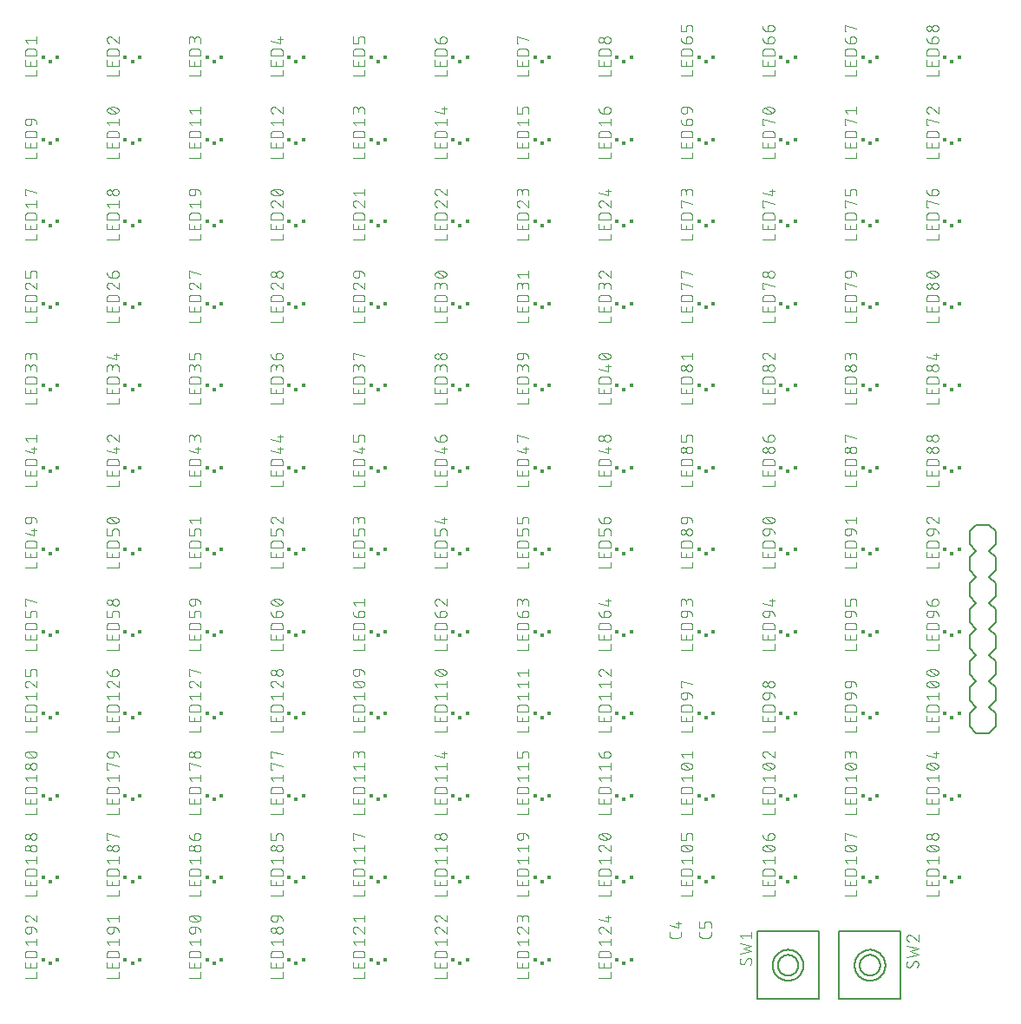
<source format=gbr>
G04 EAGLE Gerber RS-274X export*
G75*
%MOMM*%
%FSLAX34Y34*%
%LPD*%
%INSilkscreen Top*%
%IPPOS*%
%AMOC8*
5,1,8,0,0,1.08239X$1,22.5*%
G01*
%ADD10R,0.325000X0.425000*%
%ADD11R,0.350000X0.350000*%
%ADD12C,0.101600*%
%ADD13C,0.203200*%
%ADD14C,0.127000*%


D10*
X53125Y945625D03*
X66875Y945625D03*
D11*
X60000Y941750D03*
D12*
X46792Y927808D02*
X35108Y927808D01*
X46792Y927808D02*
X46792Y933001D01*
X46792Y937714D02*
X46792Y942907D01*
X46792Y937714D02*
X35108Y937714D01*
X35108Y942907D01*
X40301Y941609D02*
X40301Y937714D01*
X35108Y947597D02*
X46792Y947597D01*
X35108Y947597D02*
X35108Y950843D01*
X35110Y950956D01*
X35116Y951069D01*
X35126Y951182D01*
X35140Y951295D01*
X35157Y951407D01*
X35179Y951518D01*
X35204Y951628D01*
X35234Y951738D01*
X35267Y951846D01*
X35304Y951953D01*
X35344Y952059D01*
X35389Y952163D01*
X35437Y952266D01*
X35488Y952367D01*
X35543Y952466D01*
X35601Y952563D01*
X35663Y952658D01*
X35728Y952751D01*
X35796Y952841D01*
X35867Y952929D01*
X35942Y953015D01*
X36019Y953098D01*
X36099Y953178D01*
X36182Y953255D01*
X36268Y953330D01*
X36356Y953401D01*
X36446Y953469D01*
X36539Y953534D01*
X36634Y953596D01*
X36731Y953654D01*
X36830Y953709D01*
X36931Y953760D01*
X37034Y953808D01*
X37138Y953853D01*
X37244Y953893D01*
X37351Y953930D01*
X37459Y953963D01*
X37569Y953993D01*
X37679Y954018D01*
X37790Y954040D01*
X37902Y954057D01*
X38015Y954071D01*
X38128Y954081D01*
X38241Y954087D01*
X38354Y954089D01*
X43546Y954089D01*
X43659Y954087D01*
X43772Y954081D01*
X43885Y954071D01*
X43998Y954057D01*
X44110Y954040D01*
X44221Y954018D01*
X44331Y953993D01*
X44441Y953963D01*
X44549Y953930D01*
X44656Y953893D01*
X44762Y953853D01*
X44866Y953808D01*
X44969Y953760D01*
X45070Y953709D01*
X45169Y953654D01*
X45266Y953596D01*
X45361Y953534D01*
X45454Y953469D01*
X45544Y953401D01*
X45632Y953330D01*
X45718Y953255D01*
X45801Y953178D01*
X45881Y953098D01*
X45958Y953015D01*
X46033Y952929D01*
X46104Y952841D01*
X46172Y952751D01*
X46237Y952658D01*
X46299Y952563D01*
X46357Y952466D01*
X46412Y952367D01*
X46463Y952266D01*
X46511Y952163D01*
X46556Y952059D01*
X46596Y951953D01*
X46633Y951846D01*
X46666Y951738D01*
X46696Y951628D01*
X46721Y951518D01*
X46743Y951407D01*
X46760Y951295D01*
X46774Y951182D01*
X46784Y951069D01*
X46790Y950956D01*
X46792Y950843D01*
X46792Y947597D01*
X37704Y959408D02*
X35108Y962654D01*
X46792Y962654D01*
X46792Y965899D02*
X46792Y959408D01*
D10*
X133125Y865625D03*
X146875Y865625D03*
D11*
X140000Y861750D03*
D12*
X126792Y847808D02*
X115108Y847808D01*
X126792Y847808D02*
X126792Y853001D01*
X126792Y857714D02*
X126792Y862907D01*
X126792Y857714D02*
X115108Y857714D01*
X115108Y862907D01*
X120301Y861609D02*
X120301Y857714D01*
X115108Y867597D02*
X126792Y867597D01*
X115108Y867597D02*
X115108Y870843D01*
X115110Y870956D01*
X115116Y871069D01*
X115126Y871182D01*
X115140Y871295D01*
X115157Y871407D01*
X115179Y871518D01*
X115204Y871628D01*
X115234Y871738D01*
X115267Y871846D01*
X115304Y871953D01*
X115344Y872059D01*
X115389Y872163D01*
X115437Y872266D01*
X115488Y872367D01*
X115543Y872466D01*
X115601Y872563D01*
X115663Y872658D01*
X115728Y872751D01*
X115796Y872841D01*
X115867Y872929D01*
X115942Y873015D01*
X116019Y873098D01*
X116099Y873178D01*
X116182Y873255D01*
X116268Y873330D01*
X116356Y873401D01*
X116446Y873469D01*
X116539Y873534D01*
X116634Y873596D01*
X116731Y873654D01*
X116830Y873709D01*
X116931Y873760D01*
X117034Y873808D01*
X117138Y873853D01*
X117244Y873893D01*
X117351Y873930D01*
X117459Y873963D01*
X117569Y873993D01*
X117679Y874018D01*
X117790Y874040D01*
X117902Y874057D01*
X118015Y874071D01*
X118128Y874081D01*
X118241Y874087D01*
X118354Y874089D01*
X123546Y874089D01*
X123659Y874087D01*
X123772Y874081D01*
X123885Y874071D01*
X123998Y874057D01*
X124110Y874040D01*
X124221Y874018D01*
X124331Y873993D01*
X124441Y873963D01*
X124549Y873930D01*
X124656Y873893D01*
X124762Y873853D01*
X124866Y873808D01*
X124969Y873760D01*
X125070Y873709D01*
X125169Y873654D01*
X125266Y873596D01*
X125361Y873534D01*
X125454Y873469D01*
X125544Y873401D01*
X125632Y873330D01*
X125718Y873255D01*
X125801Y873178D01*
X125881Y873098D01*
X125958Y873015D01*
X126033Y872929D01*
X126104Y872841D01*
X126172Y872751D01*
X126237Y872658D01*
X126299Y872563D01*
X126357Y872466D01*
X126412Y872367D01*
X126463Y872266D01*
X126511Y872163D01*
X126556Y872059D01*
X126596Y871953D01*
X126633Y871846D01*
X126666Y871738D01*
X126696Y871628D01*
X126721Y871518D01*
X126743Y871407D01*
X126760Y871295D01*
X126774Y871182D01*
X126784Y871069D01*
X126790Y870956D01*
X126792Y870843D01*
X126792Y867597D01*
X117704Y879408D02*
X115108Y882654D01*
X126792Y882654D01*
X126792Y885899D02*
X126792Y879408D01*
X120950Y890838D02*
X120720Y890841D01*
X120490Y890849D01*
X120261Y890863D01*
X120032Y890882D01*
X119803Y890907D01*
X119575Y890937D01*
X119348Y890972D01*
X119122Y891013D01*
X118897Y891059D01*
X118673Y891111D01*
X118450Y891168D01*
X118229Y891230D01*
X118009Y891298D01*
X117791Y891371D01*
X117575Y891449D01*
X117361Y891532D01*
X117149Y891620D01*
X116938Y891713D01*
X116731Y891812D01*
X116641Y891845D01*
X116552Y891881D01*
X116464Y891921D01*
X116379Y891965D01*
X116295Y892012D01*
X116213Y892062D01*
X116133Y892116D01*
X116056Y892172D01*
X115980Y892232D01*
X115907Y892295D01*
X115837Y892360D01*
X115769Y892429D01*
X115705Y892500D01*
X115643Y892573D01*
X115584Y892649D01*
X115528Y892727D01*
X115475Y892808D01*
X115426Y892890D01*
X115380Y892974D01*
X115337Y893061D01*
X115298Y893148D01*
X115262Y893238D01*
X115230Y893328D01*
X115202Y893420D01*
X115177Y893513D01*
X115156Y893607D01*
X115139Y893701D01*
X115125Y893796D01*
X115116Y893892D01*
X115110Y893988D01*
X115108Y894084D01*
X115110Y894180D01*
X115116Y894276D01*
X115125Y894372D01*
X115139Y894467D01*
X115156Y894561D01*
X115177Y894655D01*
X115202Y894748D01*
X115230Y894840D01*
X115262Y894930D01*
X115298Y895020D01*
X115337Y895108D01*
X115380Y895194D01*
X115426Y895278D01*
X115475Y895360D01*
X115528Y895441D01*
X115584Y895519D01*
X115643Y895595D01*
X115705Y895668D01*
X115769Y895739D01*
X115837Y895808D01*
X115907Y895873D01*
X115980Y895936D01*
X116056Y895996D01*
X116133Y896052D01*
X116213Y896106D01*
X116295Y896156D01*
X116379Y896203D01*
X116464Y896247D01*
X116552Y896287D01*
X116641Y896323D01*
X116731Y896356D01*
X116938Y896455D01*
X117149Y896548D01*
X117361Y896636D01*
X117575Y896719D01*
X117791Y896797D01*
X118009Y896870D01*
X118229Y896938D01*
X118450Y897000D01*
X118673Y897057D01*
X118897Y897109D01*
X119122Y897155D01*
X119348Y897196D01*
X119575Y897231D01*
X119803Y897261D01*
X120032Y897286D01*
X120261Y897305D01*
X120490Y897319D01*
X120720Y897327D01*
X120950Y897330D01*
X120950Y890838D02*
X121180Y890841D01*
X121410Y890849D01*
X121639Y890863D01*
X121868Y890882D01*
X122097Y890907D01*
X122325Y890937D01*
X122552Y890972D01*
X122778Y891013D01*
X123003Y891059D01*
X123227Y891111D01*
X123450Y891168D01*
X123671Y891230D01*
X123891Y891298D01*
X124109Y891371D01*
X124325Y891449D01*
X124539Y891532D01*
X124751Y891620D01*
X124962Y891713D01*
X125169Y891812D01*
X125259Y891845D01*
X125348Y891881D01*
X125436Y891922D01*
X125521Y891965D01*
X125605Y892012D01*
X125687Y892062D01*
X125767Y892116D01*
X125844Y892172D01*
X125920Y892232D01*
X125993Y892295D01*
X126063Y892360D01*
X126131Y892429D01*
X126195Y892500D01*
X126257Y892573D01*
X126316Y892649D01*
X126372Y892727D01*
X126425Y892808D01*
X126474Y892890D01*
X126520Y892974D01*
X126563Y893061D01*
X126602Y893148D01*
X126638Y893238D01*
X126670Y893328D01*
X126698Y893420D01*
X126723Y893513D01*
X126744Y893607D01*
X126761Y893701D01*
X126775Y893796D01*
X126784Y893892D01*
X126790Y893988D01*
X126792Y894084D01*
X125169Y896356D02*
X124962Y896455D01*
X124751Y896548D01*
X124539Y896636D01*
X124325Y896719D01*
X124109Y896797D01*
X123891Y896870D01*
X123671Y896938D01*
X123450Y897000D01*
X123227Y897057D01*
X123003Y897109D01*
X122778Y897155D01*
X122552Y897196D01*
X122325Y897231D01*
X122097Y897261D01*
X121868Y897286D01*
X121639Y897305D01*
X121410Y897319D01*
X121180Y897327D01*
X120950Y897330D01*
X125169Y896356D02*
X125259Y896323D01*
X125348Y896287D01*
X125436Y896247D01*
X125521Y896203D01*
X125605Y896156D01*
X125687Y896106D01*
X125767Y896052D01*
X125844Y895996D01*
X125920Y895936D01*
X125993Y895873D01*
X126063Y895808D01*
X126131Y895739D01*
X126195Y895668D01*
X126257Y895595D01*
X126316Y895519D01*
X126372Y895441D01*
X126425Y895360D01*
X126474Y895278D01*
X126520Y895194D01*
X126563Y895107D01*
X126602Y895020D01*
X126638Y894930D01*
X126670Y894840D01*
X126698Y894748D01*
X126723Y894655D01*
X126744Y894561D01*
X126761Y894467D01*
X126775Y894372D01*
X126784Y894276D01*
X126790Y894180D01*
X126792Y894084D01*
X124196Y891487D02*
X117704Y896680D01*
D10*
X213125Y865625D03*
X226875Y865625D03*
D11*
X220000Y861750D03*
D12*
X206792Y847808D02*
X195108Y847808D01*
X206792Y847808D02*
X206792Y853001D01*
X206792Y857714D02*
X206792Y862907D01*
X206792Y857714D02*
X195108Y857714D01*
X195108Y862907D01*
X200301Y861609D02*
X200301Y857714D01*
X195108Y867597D02*
X206792Y867597D01*
X195108Y867597D02*
X195108Y870843D01*
X195110Y870956D01*
X195116Y871069D01*
X195126Y871182D01*
X195140Y871295D01*
X195157Y871407D01*
X195179Y871518D01*
X195204Y871628D01*
X195234Y871738D01*
X195267Y871846D01*
X195304Y871953D01*
X195344Y872059D01*
X195389Y872163D01*
X195437Y872266D01*
X195488Y872367D01*
X195543Y872466D01*
X195601Y872563D01*
X195663Y872658D01*
X195728Y872751D01*
X195796Y872841D01*
X195867Y872929D01*
X195942Y873015D01*
X196019Y873098D01*
X196099Y873178D01*
X196182Y873255D01*
X196268Y873330D01*
X196356Y873401D01*
X196446Y873469D01*
X196539Y873534D01*
X196634Y873596D01*
X196731Y873654D01*
X196830Y873709D01*
X196931Y873760D01*
X197034Y873808D01*
X197138Y873853D01*
X197244Y873893D01*
X197351Y873930D01*
X197459Y873963D01*
X197569Y873993D01*
X197679Y874018D01*
X197790Y874040D01*
X197902Y874057D01*
X198015Y874071D01*
X198128Y874081D01*
X198241Y874087D01*
X198354Y874089D01*
X203546Y874089D01*
X203659Y874087D01*
X203772Y874081D01*
X203885Y874071D01*
X203998Y874057D01*
X204110Y874040D01*
X204221Y874018D01*
X204331Y873993D01*
X204441Y873963D01*
X204549Y873930D01*
X204656Y873893D01*
X204762Y873853D01*
X204866Y873808D01*
X204969Y873760D01*
X205070Y873709D01*
X205169Y873654D01*
X205266Y873596D01*
X205361Y873534D01*
X205454Y873469D01*
X205544Y873401D01*
X205632Y873330D01*
X205718Y873255D01*
X205801Y873178D01*
X205881Y873098D01*
X205958Y873015D01*
X206033Y872929D01*
X206104Y872841D01*
X206172Y872751D01*
X206237Y872658D01*
X206299Y872563D01*
X206357Y872466D01*
X206412Y872367D01*
X206463Y872266D01*
X206511Y872163D01*
X206556Y872059D01*
X206596Y871953D01*
X206633Y871846D01*
X206666Y871738D01*
X206696Y871628D01*
X206721Y871518D01*
X206743Y871407D01*
X206760Y871295D01*
X206774Y871182D01*
X206784Y871069D01*
X206790Y870956D01*
X206792Y870843D01*
X206792Y867597D01*
X197704Y879408D02*
X195108Y882654D01*
X206792Y882654D01*
X206792Y885899D02*
X206792Y879408D01*
X197704Y890838D02*
X195108Y894084D01*
X206792Y894084D01*
X206792Y897329D02*
X206792Y890838D01*
D10*
X293125Y865625D03*
X306875Y865625D03*
D11*
X300000Y861750D03*
D12*
X286792Y847808D02*
X275108Y847808D01*
X286792Y847808D02*
X286792Y853001D01*
X286792Y857714D02*
X286792Y862907D01*
X286792Y857714D02*
X275108Y857714D01*
X275108Y862907D01*
X280301Y861609D02*
X280301Y857714D01*
X275108Y867597D02*
X286792Y867597D01*
X275108Y867597D02*
X275108Y870843D01*
X275110Y870956D01*
X275116Y871069D01*
X275126Y871182D01*
X275140Y871295D01*
X275157Y871407D01*
X275179Y871518D01*
X275204Y871628D01*
X275234Y871738D01*
X275267Y871846D01*
X275304Y871953D01*
X275344Y872059D01*
X275389Y872163D01*
X275437Y872266D01*
X275488Y872367D01*
X275543Y872466D01*
X275601Y872563D01*
X275663Y872658D01*
X275728Y872751D01*
X275796Y872841D01*
X275867Y872929D01*
X275942Y873015D01*
X276019Y873098D01*
X276099Y873178D01*
X276182Y873255D01*
X276268Y873330D01*
X276356Y873401D01*
X276446Y873469D01*
X276539Y873534D01*
X276634Y873596D01*
X276731Y873654D01*
X276830Y873709D01*
X276931Y873760D01*
X277034Y873808D01*
X277138Y873853D01*
X277244Y873893D01*
X277351Y873930D01*
X277459Y873963D01*
X277569Y873993D01*
X277679Y874018D01*
X277790Y874040D01*
X277902Y874057D01*
X278015Y874071D01*
X278128Y874081D01*
X278241Y874087D01*
X278354Y874089D01*
X283546Y874089D01*
X283659Y874087D01*
X283772Y874081D01*
X283885Y874071D01*
X283998Y874057D01*
X284110Y874040D01*
X284221Y874018D01*
X284331Y873993D01*
X284441Y873963D01*
X284549Y873930D01*
X284656Y873893D01*
X284762Y873853D01*
X284866Y873808D01*
X284969Y873760D01*
X285070Y873709D01*
X285169Y873654D01*
X285266Y873596D01*
X285361Y873534D01*
X285454Y873469D01*
X285544Y873401D01*
X285632Y873330D01*
X285718Y873255D01*
X285801Y873178D01*
X285881Y873098D01*
X285958Y873015D01*
X286033Y872929D01*
X286104Y872841D01*
X286172Y872751D01*
X286237Y872658D01*
X286299Y872563D01*
X286357Y872466D01*
X286412Y872367D01*
X286463Y872266D01*
X286511Y872163D01*
X286556Y872059D01*
X286596Y871953D01*
X286633Y871846D01*
X286666Y871738D01*
X286696Y871628D01*
X286721Y871518D01*
X286743Y871407D01*
X286760Y871295D01*
X286774Y871182D01*
X286784Y871069D01*
X286790Y870956D01*
X286792Y870843D01*
X286792Y867597D01*
X277704Y879408D02*
X275108Y882654D01*
X286792Y882654D01*
X286792Y885899D02*
X286792Y879408D01*
X275108Y894408D02*
X275110Y894515D01*
X275116Y894621D01*
X275126Y894727D01*
X275139Y894833D01*
X275157Y894939D01*
X275178Y895043D01*
X275203Y895147D01*
X275232Y895250D01*
X275264Y895351D01*
X275301Y895451D01*
X275341Y895550D01*
X275384Y895648D01*
X275431Y895744D01*
X275482Y895838D01*
X275536Y895930D01*
X275593Y896020D01*
X275653Y896108D01*
X275717Y896193D01*
X275784Y896276D01*
X275854Y896357D01*
X275926Y896435D01*
X276002Y896511D01*
X276080Y896583D01*
X276161Y896653D01*
X276244Y896720D01*
X276329Y896784D01*
X276417Y896844D01*
X276507Y896901D01*
X276599Y896955D01*
X276693Y897006D01*
X276789Y897053D01*
X276887Y897096D01*
X276986Y897136D01*
X277086Y897173D01*
X277187Y897205D01*
X277290Y897234D01*
X277394Y897259D01*
X277498Y897280D01*
X277604Y897298D01*
X277710Y897311D01*
X277816Y897321D01*
X277922Y897327D01*
X278029Y897329D01*
X275108Y894408D02*
X275110Y894287D01*
X275116Y894166D01*
X275126Y894046D01*
X275139Y893925D01*
X275157Y893806D01*
X275178Y893686D01*
X275203Y893568D01*
X275232Y893451D01*
X275265Y893334D01*
X275301Y893219D01*
X275342Y893105D01*
X275385Y892992D01*
X275433Y892880D01*
X275484Y892771D01*
X275539Y892663D01*
X275597Y892556D01*
X275658Y892452D01*
X275723Y892350D01*
X275791Y892250D01*
X275862Y892152D01*
X275936Y892056D01*
X276013Y891963D01*
X276094Y891873D01*
X276177Y891785D01*
X276263Y891700D01*
X276352Y891617D01*
X276443Y891538D01*
X276537Y891461D01*
X276633Y891388D01*
X276731Y891318D01*
X276832Y891251D01*
X276935Y891187D01*
X277040Y891127D01*
X277147Y891069D01*
X277255Y891016D01*
X277365Y890966D01*
X277477Y890920D01*
X277590Y890877D01*
X277705Y890838D01*
X280301Y896355D02*
X280223Y896434D01*
X280143Y896510D01*
X280060Y896583D01*
X279974Y896653D01*
X279887Y896720D01*
X279796Y896784D01*
X279704Y896844D01*
X279610Y896902D01*
X279513Y896956D01*
X279415Y897006D01*
X279315Y897053D01*
X279214Y897097D01*
X279111Y897137D01*
X279006Y897173D01*
X278901Y897205D01*
X278794Y897234D01*
X278687Y897259D01*
X278578Y897281D01*
X278469Y897298D01*
X278360Y897312D01*
X278250Y897321D01*
X278139Y897327D01*
X278029Y897329D01*
X280301Y896356D02*
X286792Y890838D01*
X286792Y897329D01*
D10*
X373125Y865625D03*
X386875Y865625D03*
D11*
X380000Y861750D03*
D12*
X366792Y847808D02*
X355108Y847808D01*
X366792Y847808D02*
X366792Y853001D01*
X366792Y857714D02*
X366792Y862907D01*
X366792Y857714D02*
X355108Y857714D01*
X355108Y862907D01*
X360301Y861609D02*
X360301Y857714D01*
X355108Y867597D02*
X366792Y867597D01*
X355108Y867597D02*
X355108Y870843D01*
X355110Y870956D01*
X355116Y871069D01*
X355126Y871182D01*
X355140Y871295D01*
X355157Y871407D01*
X355179Y871518D01*
X355204Y871628D01*
X355234Y871738D01*
X355267Y871846D01*
X355304Y871953D01*
X355344Y872059D01*
X355389Y872163D01*
X355437Y872266D01*
X355488Y872367D01*
X355543Y872466D01*
X355601Y872563D01*
X355663Y872658D01*
X355728Y872751D01*
X355796Y872841D01*
X355867Y872929D01*
X355942Y873015D01*
X356019Y873098D01*
X356099Y873178D01*
X356182Y873255D01*
X356268Y873330D01*
X356356Y873401D01*
X356446Y873469D01*
X356539Y873534D01*
X356634Y873596D01*
X356731Y873654D01*
X356830Y873709D01*
X356931Y873760D01*
X357034Y873808D01*
X357138Y873853D01*
X357244Y873893D01*
X357351Y873930D01*
X357459Y873963D01*
X357569Y873993D01*
X357679Y874018D01*
X357790Y874040D01*
X357902Y874057D01*
X358015Y874071D01*
X358128Y874081D01*
X358241Y874087D01*
X358354Y874089D01*
X363546Y874089D01*
X363659Y874087D01*
X363772Y874081D01*
X363885Y874071D01*
X363998Y874057D01*
X364110Y874040D01*
X364221Y874018D01*
X364331Y873993D01*
X364441Y873963D01*
X364549Y873930D01*
X364656Y873893D01*
X364762Y873853D01*
X364866Y873808D01*
X364969Y873760D01*
X365070Y873709D01*
X365169Y873654D01*
X365266Y873596D01*
X365361Y873534D01*
X365454Y873469D01*
X365544Y873401D01*
X365632Y873330D01*
X365718Y873255D01*
X365801Y873178D01*
X365881Y873098D01*
X365958Y873015D01*
X366033Y872929D01*
X366104Y872841D01*
X366172Y872751D01*
X366237Y872658D01*
X366299Y872563D01*
X366357Y872466D01*
X366412Y872367D01*
X366463Y872266D01*
X366511Y872163D01*
X366556Y872059D01*
X366596Y871953D01*
X366633Y871846D01*
X366666Y871738D01*
X366696Y871628D01*
X366721Y871518D01*
X366743Y871407D01*
X366760Y871295D01*
X366774Y871182D01*
X366784Y871069D01*
X366790Y870956D01*
X366792Y870843D01*
X366792Y867597D01*
X357704Y879408D02*
X355108Y882654D01*
X366792Y882654D01*
X366792Y885899D02*
X366792Y879408D01*
X366792Y890838D02*
X366792Y894084D01*
X366790Y894197D01*
X366784Y894310D01*
X366774Y894423D01*
X366760Y894536D01*
X366743Y894648D01*
X366721Y894759D01*
X366696Y894869D01*
X366666Y894979D01*
X366633Y895087D01*
X366596Y895194D01*
X366556Y895300D01*
X366511Y895404D01*
X366463Y895507D01*
X366412Y895608D01*
X366357Y895707D01*
X366299Y895804D01*
X366237Y895899D01*
X366172Y895992D01*
X366104Y896082D01*
X366033Y896170D01*
X365958Y896256D01*
X365881Y896339D01*
X365801Y896419D01*
X365718Y896496D01*
X365632Y896571D01*
X365544Y896642D01*
X365454Y896710D01*
X365361Y896775D01*
X365266Y896837D01*
X365169Y896895D01*
X365070Y896950D01*
X364969Y897001D01*
X364866Y897049D01*
X364762Y897094D01*
X364656Y897134D01*
X364549Y897171D01*
X364441Y897204D01*
X364331Y897234D01*
X364221Y897259D01*
X364110Y897281D01*
X363998Y897298D01*
X363885Y897312D01*
X363772Y897322D01*
X363659Y897328D01*
X363546Y897330D01*
X363433Y897328D01*
X363320Y897322D01*
X363207Y897312D01*
X363094Y897298D01*
X362982Y897281D01*
X362871Y897259D01*
X362761Y897234D01*
X362651Y897204D01*
X362543Y897171D01*
X362436Y897134D01*
X362330Y897094D01*
X362226Y897049D01*
X362123Y897001D01*
X362022Y896950D01*
X361923Y896895D01*
X361826Y896837D01*
X361731Y896775D01*
X361638Y896710D01*
X361548Y896642D01*
X361460Y896571D01*
X361374Y896496D01*
X361291Y896419D01*
X361211Y896339D01*
X361134Y896256D01*
X361059Y896170D01*
X360988Y896082D01*
X360920Y895992D01*
X360855Y895899D01*
X360793Y895804D01*
X360735Y895707D01*
X360680Y895608D01*
X360629Y895507D01*
X360581Y895404D01*
X360536Y895300D01*
X360496Y895194D01*
X360459Y895087D01*
X360426Y894979D01*
X360396Y894869D01*
X360371Y894759D01*
X360349Y894648D01*
X360332Y894536D01*
X360318Y894423D01*
X360308Y894310D01*
X360302Y894197D01*
X360300Y894084D01*
X355108Y894733D02*
X355108Y890838D01*
X355108Y894733D02*
X355110Y894834D01*
X355116Y894934D01*
X355126Y895034D01*
X355139Y895134D01*
X355157Y895233D01*
X355178Y895332D01*
X355203Y895429D01*
X355232Y895526D01*
X355265Y895621D01*
X355301Y895715D01*
X355341Y895807D01*
X355384Y895898D01*
X355431Y895987D01*
X355481Y896074D01*
X355535Y896160D01*
X355592Y896243D01*
X355652Y896323D01*
X355715Y896402D01*
X355782Y896478D01*
X355851Y896551D01*
X355923Y896621D01*
X355997Y896689D01*
X356074Y896754D01*
X356154Y896815D01*
X356236Y896874D01*
X356320Y896929D01*
X356406Y896981D01*
X356494Y897030D01*
X356584Y897075D01*
X356676Y897117D01*
X356769Y897155D01*
X356864Y897189D01*
X356959Y897220D01*
X357056Y897247D01*
X357154Y897270D01*
X357253Y897290D01*
X357353Y897305D01*
X357453Y897317D01*
X357553Y897325D01*
X357654Y897329D01*
X357754Y897329D01*
X357855Y897325D01*
X357955Y897317D01*
X358055Y897305D01*
X358155Y897290D01*
X358254Y897270D01*
X358352Y897247D01*
X358449Y897220D01*
X358544Y897189D01*
X358639Y897155D01*
X358732Y897117D01*
X358824Y897075D01*
X358914Y897030D01*
X359002Y896981D01*
X359088Y896929D01*
X359172Y896874D01*
X359254Y896815D01*
X359334Y896754D01*
X359411Y896689D01*
X359485Y896621D01*
X359557Y896551D01*
X359626Y896478D01*
X359693Y896402D01*
X359756Y896323D01*
X359816Y896243D01*
X359873Y896160D01*
X359927Y896074D01*
X359977Y895987D01*
X360024Y895898D01*
X360067Y895807D01*
X360107Y895715D01*
X360143Y895621D01*
X360176Y895526D01*
X360205Y895429D01*
X360230Y895332D01*
X360251Y895233D01*
X360269Y895134D01*
X360282Y895034D01*
X360292Y894934D01*
X360298Y894834D01*
X360300Y894733D01*
X360301Y894733D02*
X360301Y892137D01*
D10*
X453125Y865625D03*
X466875Y865625D03*
D11*
X460000Y861750D03*
D12*
X446792Y847808D02*
X435108Y847808D01*
X446792Y847808D02*
X446792Y853001D01*
X446792Y857714D02*
X446792Y862907D01*
X446792Y857714D02*
X435108Y857714D01*
X435108Y862907D01*
X440301Y861609D02*
X440301Y857714D01*
X435108Y867597D02*
X446792Y867597D01*
X435108Y867597D02*
X435108Y870843D01*
X435110Y870956D01*
X435116Y871069D01*
X435126Y871182D01*
X435140Y871295D01*
X435157Y871407D01*
X435179Y871518D01*
X435204Y871628D01*
X435234Y871738D01*
X435267Y871846D01*
X435304Y871953D01*
X435344Y872059D01*
X435389Y872163D01*
X435437Y872266D01*
X435488Y872367D01*
X435543Y872466D01*
X435601Y872563D01*
X435663Y872658D01*
X435728Y872751D01*
X435796Y872841D01*
X435867Y872929D01*
X435942Y873015D01*
X436019Y873098D01*
X436099Y873178D01*
X436182Y873255D01*
X436268Y873330D01*
X436356Y873401D01*
X436446Y873469D01*
X436539Y873534D01*
X436634Y873596D01*
X436731Y873654D01*
X436830Y873709D01*
X436931Y873760D01*
X437034Y873808D01*
X437138Y873853D01*
X437244Y873893D01*
X437351Y873930D01*
X437459Y873963D01*
X437569Y873993D01*
X437679Y874018D01*
X437790Y874040D01*
X437902Y874057D01*
X438015Y874071D01*
X438128Y874081D01*
X438241Y874087D01*
X438354Y874089D01*
X443546Y874089D01*
X443659Y874087D01*
X443772Y874081D01*
X443885Y874071D01*
X443998Y874057D01*
X444110Y874040D01*
X444221Y874018D01*
X444331Y873993D01*
X444441Y873963D01*
X444549Y873930D01*
X444656Y873893D01*
X444762Y873853D01*
X444866Y873808D01*
X444969Y873760D01*
X445070Y873709D01*
X445169Y873654D01*
X445266Y873596D01*
X445361Y873534D01*
X445454Y873469D01*
X445544Y873401D01*
X445632Y873330D01*
X445718Y873255D01*
X445801Y873178D01*
X445881Y873098D01*
X445958Y873015D01*
X446033Y872929D01*
X446104Y872841D01*
X446172Y872751D01*
X446237Y872658D01*
X446299Y872563D01*
X446357Y872466D01*
X446412Y872367D01*
X446463Y872266D01*
X446511Y872163D01*
X446556Y872059D01*
X446596Y871953D01*
X446633Y871846D01*
X446666Y871738D01*
X446696Y871628D01*
X446721Y871518D01*
X446743Y871407D01*
X446760Y871295D01*
X446774Y871182D01*
X446784Y871069D01*
X446790Y870956D01*
X446792Y870843D01*
X446792Y867597D01*
X437704Y879408D02*
X435108Y882654D01*
X446792Y882654D01*
X446792Y885899D02*
X446792Y879408D01*
X444196Y890838D02*
X435108Y893435D01*
X444196Y890838D02*
X444196Y897329D01*
X441599Y895382D02*
X446792Y895382D01*
D10*
X533125Y865625D03*
X546875Y865625D03*
D11*
X540000Y861750D03*
D12*
X526792Y847808D02*
X515108Y847808D01*
X526792Y847808D02*
X526792Y853001D01*
X526792Y857714D02*
X526792Y862907D01*
X526792Y857714D02*
X515108Y857714D01*
X515108Y862907D01*
X520301Y861609D02*
X520301Y857714D01*
X515108Y867597D02*
X526792Y867597D01*
X515108Y867597D02*
X515108Y870843D01*
X515110Y870956D01*
X515116Y871069D01*
X515126Y871182D01*
X515140Y871295D01*
X515157Y871407D01*
X515179Y871518D01*
X515204Y871628D01*
X515234Y871738D01*
X515267Y871846D01*
X515304Y871953D01*
X515344Y872059D01*
X515389Y872163D01*
X515437Y872266D01*
X515488Y872367D01*
X515543Y872466D01*
X515601Y872563D01*
X515663Y872658D01*
X515728Y872751D01*
X515796Y872841D01*
X515867Y872929D01*
X515942Y873015D01*
X516019Y873098D01*
X516099Y873178D01*
X516182Y873255D01*
X516268Y873330D01*
X516356Y873401D01*
X516446Y873469D01*
X516539Y873534D01*
X516634Y873596D01*
X516731Y873654D01*
X516830Y873709D01*
X516931Y873760D01*
X517034Y873808D01*
X517138Y873853D01*
X517244Y873893D01*
X517351Y873930D01*
X517459Y873963D01*
X517569Y873993D01*
X517679Y874018D01*
X517790Y874040D01*
X517902Y874057D01*
X518015Y874071D01*
X518128Y874081D01*
X518241Y874087D01*
X518354Y874089D01*
X523546Y874089D01*
X523659Y874087D01*
X523772Y874081D01*
X523885Y874071D01*
X523998Y874057D01*
X524110Y874040D01*
X524221Y874018D01*
X524331Y873993D01*
X524441Y873963D01*
X524549Y873930D01*
X524656Y873893D01*
X524762Y873853D01*
X524866Y873808D01*
X524969Y873760D01*
X525070Y873709D01*
X525169Y873654D01*
X525266Y873596D01*
X525361Y873534D01*
X525454Y873469D01*
X525544Y873401D01*
X525632Y873330D01*
X525718Y873255D01*
X525801Y873178D01*
X525881Y873098D01*
X525958Y873015D01*
X526033Y872929D01*
X526104Y872841D01*
X526172Y872751D01*
X526237Y872658D01*
X526299Y872563D01*
X526357Y872466D01*
X526412Y872367D01*
X526463Y872266D01*
X526511Y872163D01*
X526556Y872059D01*
X526596Y871953D01*
X526633Y871846D01*
X526666Y871738D01*
X526696Y871628D01*
X526721Y871518D01*
X526743Y871407D01*
X526760Y871295D01*
X526774Y871182D01*
X526784Y871069D01*
X526790Y870956D01*
X526792Y870843D01*
X526792Y867597D01*
X517704Y879408D02*
X515108Y882654D01*
X526792Y882654D01*
X526792Y885899D02*
X526792Y879408D01*
X526792Y890838D02*
X526792Y894733D01*
X526790Y894832D01*
X526784Y894932D01*
X526775Y895031D01*
X526762Y895129D01*
X526745Y895227D01*
X526724Y895325D01*
X526699Y895421D01*
X526671Y895516D01*
X526639Y895610D01*
X526604Y895703D01*
X526565Y895795D01*
X526522Y895885D01*
X526477Y895973D01*
X526427Y896060D01*
X526375Y896144D01*
X526319Y896227D01*
X526261Y896307D01*
X526199Y896385D01*
X526134Y896460D01*
X526066Y896533D01*
X525996Y896603D01*
X525923Y896671D01*
X525848Y896736D01*
X525770Y896798D01*
X525690Y896856D01*
X525607Y896912D01*
X525523Y896964D01*
X525436Y897014D01*
X525348Y897059D01*
X525258Y897102D01*
X525166Y897141D01*
X525073Y897176D01*
X524979Y897208D01*
X524884Y897236D01*
X524788Y897261D01*
X524690Y897282D01*
X524592Y897299D01*
X524494Y897312D01*
X524395Y897321D01*
X524295Y897327D01*
X524196Y897329D01*
X522897Y897329D01*
X522798Y897327D01*
X522698Y897321D01*
X522599Y897312D01*
X522501Y897299D01*
X522403Y897282D01*
X522305Y897261D01*
X522209Y897236D01*
X522114Y897208D01*
X522020Y897176D01*
X521927Y897141D01*
X521835Y897102D01*
X521745Y897059D01*
X521657Y897014D01*
X521570Y896964D01*
X521486Y896912D01*
X521403Y896856D01*
X521323Y896798D01*
X521245Y896736D01*
X521170Y896671D01*
X521097Y896603D01*
X521027Y896533D01*
X520959Y896460D01*
X520894Y896385D01*
X520832Y896307D01*
X520774Y896227D01*
X520718Y896144D01*
X520666Y896060D01*
X520616Y895973D01*
X520571Y895885D01*
X520528Y895795D01*
X520489Y895703D01*
X520454Y895610D01*
X520422Y895516D01*
X520394Y895421D01*
X520369Y895325D01*
X520348Y895227D01*
X520331Y895129D01*
X520318Y895031D01*
X520309Y894932D01*
X520303Y894832D01*
X520301Y894733D01*
X520301Y890838D01*
X515108Y890838D01*
X515108Y897329D01*
D10*
X613125Y865625D03*
X626875Y865625D03*
D11*
X620000Y861750D03*
D12*
X606792Y847808D02*
X595108Y847808D01*
X606792Y847808D02*
X606792Y853001D01*
X606792Y857714D02*
X606792Y862907D01*
X606792Y857714D02*
X595108Y857714D01*
X595108Y862907D01*
X600301Y861609D02*
X600301Y857714D01*
X595108Y867597D02*
X606792Y867597D01*
X595108Y867597D02*
X595108Y870843D01*
X595110Y870956D01*
X595116Y871069D01*
X595126Y871182D01*
X595140Y871295D01*
X595157Y871407D01*
X595179Y871518D01*
X595204Y871628D01*
X595234Y871738D01*
X595267Y871846D01*
X595304Y871953D01*
X595344Y872059D01*
X595389Y872163D01*
X595437Y872266D01*
X595488Y872367D01*
X595543Y872466D01*
X595601Y872563D01*
X595663Y872658D01*
X595728Y872751D01*
X595796Y872841D01*
X595867Y872929D01*
X595942Y873015D01*
X596019Y873098D01*
X596099Y873178D01*
X596182Y873255D01*
X596268Y873330D01*
X596356Y873401D01*
X596446Y873469D01*
X596539Y873534D01*
X596634Y873596D01*
X596731Y873654D01*
X596830Y873709D01*
X596931Y873760D01*
X597034Y873808D01*
X597138Y873853D01*
X597244Y873893D01*
X597351Y873930D01*
X597459Y873963D01*
X597569Y873993D01*
X597679Y874018D01*
X597790Y874040D01*
X597902Y874057D01*
X598015Y874071D01*
X598128Y874081D01*
X598241Y874087D01*
X598354Y874089D01*
X603546Y874089D01*
X603659Y874087D01*
X603772Y874081D01*
X603885Y874071D01*
X603998Y874057D01*
X604110Y874040D01*
X604221Y874018D01*
X604331Y873993D01*
X604441Y873963D01*
X604549Y873930D01*
X604656Y873893D01*
X604762Y873853D01*
X604866Y873808D01*
X604969Y873760D01*
X605070Y873709D01*
X605169Y873654D01*
X605266Y873596D01*
X605361Y873534D01*
X605454Y873469D01*
X605544Y873401D01*
X605632Y873330D01*
X605718Y873255D01*
X605801Y873178D01*
X605881Y873098D01*
X605958Y873015D01*
X606033Y872929D01*
X606104Y872841D01*
X606172Y872751D01*
X606237Y872658D01*
X606299Y872563D01*
X606357Y872466D01*
X606412Y872367D01*
X606463Y872266D01*
X606511Y872163D01*
X606556Y872059D01*
X606596Y871953D01*
X606633Y871846D01*
X606666Y871738D01*
X606696Y871628D01*
X606721Y871518D01*
X606743Y871407D01*
X606760Y871295D01*
X606774Y871182D01*
X606784Y871069D01*
X606790Y870956D01*
X606792Y870843D01*
X606792Y867597D01*
X597704Y879408D02*
X595108Y882654D01*
X606792Y882654D01*
X606792Y885899D02*
X606792Y879408D01*
X600301Y890838D02*
X600301Y894733D01*
X600303Y894832D01*
X600309Y894932D01*
X600318Y895031D01*
X600331Y895129D01*
X600348Y895227D01*
X600369Y895325D01*
X600394Y895421D01*
X600422Y895516D01*
X600454Y895610D01*
X600489Y895703D01*
X600528Y895795D01*
X600571Y895885D01*
X600616Y895973D01*
X600666Y896060D01*
X600718Y896144D01*
X600774Y896227D01*
X600832Y896307D01*
X600894Y896385D01*
X600959Y896460D01*
X601027Y896533D01*
X601097Y896603D01*
X601170Y896671D01*
X601245Y896736D01*
X601323Y896798D01*
X601403Y896856D01*
X601486Y896912D01*
X601570Y896964D01*
X601657Y897014D01*
X601745Y897059D01*
X601835Y897102D01*
X601927Y897141D01*
X602020Y897176D01*
X602114Y897208D01*
X602209Y897236D01*
X602305Y897261D01*
X602403Y897282D01*
X602501Y897299D01*
X602599Y897312D01*
X602698Y897321D01*
X602798Y897327D01*
X602897Y897329D01*
X603546Y897329D01*
X603546Y897330D02*
X603659Y897328D01*
X603772Y897322D01*
X603885Y897312D01*
X603998Y897298D01*
X604110Y897281D01*
X604221Y897259D01*
X604331Y897234D01*
X604441Y897204D01*
X604549Y897171D01*
X604656Y897134D01*
X604762Y897094D01*
X604866Y897049D01*
X604969Y897001D01*
X605070Y896950D01*
X605169Y896895D01*
X605266Y896837D01*
X605361Y896775D01*
X605454Y896710D01*
X605544Y896642D01*
X605632Y896571D01*
X605718Y896496D01*
X605801Y896419D01*
X605881Y896339D01*
X605958Y896256D01*
X606033Y896170D01*
X606104Y896082D01*
X606172Y895992D01*
X606237Y895899D01*
X606299Y895804D01*
X606357Y895707D01*
X606412Y895608D01*
X606463Y895507D01*
X606511Y895404D01*
X606556Y895300D01*
X606596Y895194D01*
X606633Y895087D01*
X606666Y894979D01*
X606696Y894869D01*
X606721Y894759D01*
X606743Y894648D01*
X606760Y894536D01*
X606774Y894423D01*
X606784Y894310D01*
X606790Y894197D01*
X606792Y894084D01*
X606790Y893971D01*
X606784Y893858D01*
X606774Y893745D01*
X606760Y893632D01*
X606743Y893520D01*
X606721Y893409D01*
X606696Y893299D01*
X606666Y893189D01*
X606633Y893081D01*
X606596Y892974D01*
X606556Y892868D01*
X606511Y892764D01*
X606463Y892661D01*
X606412Y892560D01*
X606357Y892461D01*
X606299Y892364D01*
X606237Y892269D01*
X606172Y892176D01*
X606104Y892086D01*
X606033Y891998D01*
X605958Y891912D01*
X605881Y891829D01*
X605801Y891749D01*
X605718Y891672D01*
X605632Y891597D01*
X605544Y891526D01*
X605454Y891458D01*
X605361Y891393D01*
X605266Y891331D01*
X605169Y891273D01*
X605070Y891218D01*
X604969Y891167D01*
X604866Y891119D01*
X604762Y891074D01*
X604656Y891034D01*
X604549Y890997D01*
X604441Y890964D01*
X604331Y890934D01*
X604221Y890909D01*
X604110Y890887D01*
X603998Y890870D01*
X603885Y890856D01*
X603772Y890846D01*
X603659Y890840D01*
X603546Y890838D01*
X600301Y890838D01*
X600158Y890840D01*
X600015Y890846D01*
X599872Y890856D01*
X599730Y890870D01*
X599588Y890887D01*
X599446Y890909D01*
X599305Y890934D01*
X599165Y890964D01*
X599026Y890997D01*
X598888Y891034D01*
X598751Y891075D01*
X598615Y891119D01*
X598480Y891168D01*
X598347Y891220D01*
X598215Y891275D01*
X598085Y891335D01*
X597956Y891398D01*
X597829Y891464D01*
X597705Y891534D01*
X597582Y891607D01*
X597461Y891684D01*
X597342Y891763D01*
X597226Y891847D01*
X597111Y891933D01*
X597000Y892022D01*
X596891Y892115D01*
X596784Y892210D01*
X596680Y892309D01*
X596579Y892410D01*
X596480Y892514D01*
X596385Y892620D01*
X596292Y892730D01*
X596203Y892841D01*
X596117Y892955D01*
X596034Y893072D01*
X595954Y893191D01*
X595877Y893312D01*
X595804Y893434D01*
X595734Y893559D01*
X595668Y893686D01*
X595605Y893815D01*
X595545Y893945D01*
X595490Y894077D01*
X595438Y894210D01*
X595389Y894345D01*
X595345Y894481D01*
X595304Y894618D01*
X595267Y894756D01*
X595234Y894895D01*
X595204Y895035D01*
X595179Y895176D01*
X595157Y895318D01*
X595140Y895460D01*
X595126Y895602D01*
X595116Y895745D01*
X595110Y895888D01*
X595108Y896031D01*
D10*
X53125Y785625D03*
X66875Y785625D03*
D11*
X60000Y781750D03*
D12*
X46792Y767808D02*
X35108Y767808D01*
X46792Y767808D02*
X46792Y773001D01*
X46792Y777714D02*
X46792Y782907D01*
X46792Y777714D02*
X35108Y777714D01*
X35108Y782907D01*
X40301Y781609D02*
X40301Y777714D01*
X35108Y787597D02*
X46792Y787597D01*
X35108Y787597D02*
X35108Y790843D01*
X35110Y790956D01*
X35116Y791069D01*
X35126Y791182D01*
X35140Y791295D01*
X35157Y791407D01*
X35179Y791518D01*
X35204Y791628D01*
X35234Y791738D01*
X35267Y791846D01*
X35304Y791953D01*
X35344Y792059D01*
X35389Y792163D01*
X35437Y792266D01*
X35488Y792367D01*
X35543Y792466D01*
X35601Y792563D01*
X35663Y792658D01*
X35728Y792751D01*
X35796Y792841D01*
X35867Y792929D01*
X35942Y793015D01*
X36019Y793098D01*
X36099Y793178D01*
X36182Y793255D01*
X36268Y793330D01*
X36356Y793401D01*
X36446Y793469D01*
X36539Y793534D01*
X36634Y793596D01*
X36731Y793654D01*
X36830Y793709D01*
X36931Y793760D01*
X37034Y793808D01*
X37138Y793853D01*
X37244Y793893D01*
X37351Y793930D01*
X37459Y793963D01*
X37569Y793993D01*
X37679Y794018D01*
X37790Y794040D01*
X37902Y794057D01*
X38015Y794071D01*
X38128Y794081D01*
X38241Y794087D01*
X38354Y794089D01*
X43546Y794089D01*
X43659Y794087D01*
X43772Y794081D01*
X43885Y794071D01*
X43998Y794057D01*
X44110Y794040D01*
X44221Y794018D01*
X44331Y793993D01*
X44441Y793963D01*
X44549Y793930D01*
X44656Y793893D01*
X44762Y793853D01*
X44866Y793808D01*
X44969Y793760D01*
X45070Y793709D01*
X45169Y793654D01*
X45266Y793596D01*
X45361Y793534D01*
X45454Y793469D01*
X45544Y793401D01*
X45632Y793330D01*
X45718Y793255D01*
X45801Y793178D01*
X45881Y793098D01*
X45958Y793015D01*
X46033Y792929D01*
X46104Y792841D01*
X46172Y792751D01*
X46237Y792658D01*
X46299Y792563D01*
X46357Y792466D01*
X46412Y792367D01*
X46463Y792266D01*
X46511Y792163D01*
X46556Y792059D01*
X46596Y791953D01*
X46633Y791846D01*
X46666Y791738D01*
X46696Y791628D01*
X46721Y791518D01*
X46743Y791407D01*
X46760Y791295D01*
X46774Y791182D01*
X46784Y791069D01*
X46790Y790956D01*
X46792Y790843D01*
X46792Y787597D01*
X37704Y799408D02*
X35108Y802654D01*
X46792Y802654D01*
X46792Y805899D02*
X46792Y799408D01*
X36406Y810838D02*
X35108Y810838D01*
X35108Y817329D01*
X46792Y814084D01*
D10*
X133125Y785625D03*
X146875Y785625D03*
D11*
X140000Y781750D03*
D12*
X126792Y767808D02*
X115108Y767808D01*
X126792Y767808D02*
X126792Y773001D01*
X126792Y777714D02*
X126792Y782907D01*
X126792Y777714D02*
X115108Y777714D01*
X115108Y782907D01*
X120301Y781609D02*
X120301Y777714D01*
X115108Y787597D02*
X126792Y787597D01*
X115108Y787597D02*
X115108Y790843D01*
X115110Y790956D01*
X115116Y791069D01*
X115126Y791182D01*
X115140Y791295D01*
X115157Y791407D01*
X115179Y791518D01*
X115204Y791628D01*
X115234Y791738D01*
X115267Y791846D01*
X115304Y791953D01*
X115344Y792059D01*
X115389Y792163D01*
X115437Y792266D01*
X115488Y792367D01*
X115543Y792466D01*
X115601Y792563D01*
X115663Y792658D01*
X115728Y792751D01*
X115796Y792841D01*
X115867Y792929D01*
X115942Y793015D01*
X116019Y793098D01*
X116099Y793178D01*
X116182Y793255D01*
X116268Y793330D01*
X116356Y793401D01*
X116446Y793469D01*
X116539Y793534D01*
X116634Y793596D01*
X116731Y793654D01*
X116830Y793709D01*
X116931Y793760D01*
X117034Y793808D01*
X117138Y793853D01*
X117244Y793893D01*
X117351Y793930D01*
X117459Y793963D01*
X117569Y793993D01*
X117679Y794018D01*
X117790Y794040D01*
X117902Y794057D01*
X118015Y794071D01*
X118128Y794081D01*
X118241Y794087D01*
X118354Y794089D01*
X123546Y794089D01*
X123659Y794087D01*
X123772Y794081D01*
X123885Y794071D01*
X123998Y794057D01*
X124110Y794040D01*
X124221Y794018D01*
X124331Y793993D01*
X124441Y793963D01*
X124549Y793930D01*
X124656Y793893D01*
X124762Y793853D01*
X124866Y793808D01*
X124969Y793760D01*
X125070Y793709D01*
X125169Y793654D01*
X125266Y793596D01*
X125361Y793534D01*
X125454Y793469D01*
X125544Y793401D01*
X125632Y793330D01*
X125718Y793255D01*
X125801Y793178D01*
X125881Y793098D01*
X125958Y793015D01*
X126033Y792929D01*
X126104Y792841D01*
X126172Y792751D01*
X126237Y792658D01*
X126299Y792563D01*
X126357Y792466D01*
X126412Y792367D01*
X126463Y792266D01*
X126511Y792163D01*
X126556Y792059D01*
X126596Y791953D01*
X126633Y791846D01*
X126666Y791738D01*
X126696Y791628D01*
X126721Y791518D01*
X126743Y791407D01*
X126760Y791295D01*
X126774Y791182D01*
X126784Y791069D01*
X126790Y790956D01*
X126792Y790843D01*
X126792Y787597D01*
X117704Y799408D02*
X115108Y802654D01*
X126792Y802654D01*
X126792Y805899D02*
X126792Y799408D01*
X123546Y810838D02*
X123433Y810840D01*
X123320Y810846D01*
X123207Y810856D01*
X123094Y810870D01*
X122982Y810887D01*
X122871Y810909D01*
X122761Y810934D01*
X122651Y810964D01*
X122543Y810997D01*
X122436Y811034D01*
X122330Y811074D01*
X122226Y811119D01*
X122123Y811167D01*
X122022Y811218D01*
X121923Y811273D01*
X121826Y811331D01*
X121731Y811393D01*
X121638Y811458D01*
X121548Y811526D01*
X121460Y811597D01*
X121374Y811672D01*
X121291Y811749D01*
X121211Y811829D01*
X121134Y811912D01*
X121059Y811998D01*
X120988Y812086D01*
X120920Y812176D01*
X120855Y812269D01*
X120793Y812364D01*
X120735Y812461D01*
X120680Y812560D01*
X120629Y812661D01*
X120581Y812764D01*
X120536Y812868D01*
X120496Y812974D01*
X120459Y813081D01*
X120426Y813189D01*
X120396Y813299D01*
X120371Y813409D01*
X120349Y813520D01*
X120332Y813632D01*
X120318Y813745D01*
X120308Y813858D01*
X120302Y813971D01*
X120300Y814084D01*
X120302Y814197D01*
X120308Y814310D01*
X120318Y814423D01*
X120332Y814536D01*
X120349Y814648D01*
X120371Y814759D01*
X120396Y814869D01*
X120426Y814979D01*
X120459Y815087D01*
X120496Y815194D01*
X120536Y815300D01*
X120581Y815404D01*
X120629Y815507D01*
X120680Y815608D01*
X120735Y815707D01*
X120793Y815804D01*
X120855Y815899D01*
X120920Y815992D01*
X120988Y816082D01*
X121059Y816170D01*
X121134Y816256D01*
X121211Y816339D01*
X121291Y816419D01*
X121374Y816496D01*
X121460Y816571D01*
X121548Y816642D01*
X121638Y816710D01*
X121731Y816775D01*
X121826Y816837D01*
X121923Y816895D01*
X122022Y816950D01*
X122123Y817001D01*
X122226Y817049D01*
X122330Y817094D01*
X122436Y817134D01*
X122543Y817171D01*
X122651Y817204D01*
X122761Y817234D01*
X122871Y817259D01*
X122982Y817281D01*
X123094Y817298D01*
X123207Y817312D01*
X123320Y817322D01*
X123433Y817328D01*
X123546Y817330D01*
X123659Y817328D01*
X123772Y817322D01*
X123885Y817312D01*
X123998Y817298D01*
X124110Y817281D01*
X124221Y817259D01*
X124331Y817234D01*
X124441Y817204D01*
X124549Y817171D01*
X124656Y817134D01*
X124762Y817094D01*
X124866Y817049D01*
X124969Y817001D01*
X125070Y816950D01*
X125169Y816895D01*
X125266Y816837D01*
X125361Y816775D01*
X125454Y816710D01*
X125544Y816642D01*
X125632Y816571D01*
X125718Y816496D01*
X125801Y816419D01*
X125881Y816339D01*
X125958Y816256D01*
X126033Y816170D01*
X126104Y816082D01*
X126172Y815992D01*
X126237Y815899D01*
X126299Y815804D01*
X126357Y815707D01*
X126412Y815608D01*
X126463Y815507D01*
X126511Y815404D01*
X126556Y815300D01*
X126596Y815194D01*
X126633Y815087D01*
X126666Y814979D01*
X126696Y814869D01*
X126721Y814759D01*
X126743Y814648D01*
X126760Y814536D01*
X126774Y814423D01*
X126784Y814310D01*
X126790Y814197D01*
X126792Y814084D01*
X126790Y813971D01*
X126784Y813858D01*
X126774Y813745D01*
X126760Y813632D01*
X126743Y813520D01*
X126721Y813409D01*
X126696Y813299D01*
X126666Y813189D01*
X126633Y813081D01*
X126596Y812974D01*
X126556Y812868D01*
X126511Y812764D01*
X126463Y812661D01*
X126412Y812560D01*
X126357Y812461D01*
X126299Y812364D01*
X126237Y812269D01*
X126172Y812176D01*
X126104Y812086D01*
X126033Y811998D01*
X125958Y811912D01*
X125881Y811829D01*
X125801Y811749D01*
X125718Y811672D01*
X125632Y811597D01*
X125544Y811526D01*
X125454Y811458D01*
X125361Y811393D01*
X125266Y811331D01*
X125169Y811273D01*
X125070Y811218D01*
X124969Y811167D01*
X124866Y811119D01*
X124762Y811074D01*
X124656Y811034D01*
X124549Y810997D01*
X124441Y810964D01*
X124331Y810934D01*
X124221Y810909D01*
X124110Y810887D01*
X123998Y810870D01*
X123885Y810856D01*
X123772Y810846D01*
X123659Y810840D01*
X123546Y810838D01*
X117704Y811488D02*
X117603Y811490D01*
X117503Y811496D01*
X117403Y811506D01*
X117303Y811519D01*
X117204Y811537D01*
X117105Y811558D01*
X117008Y811583D01*
X116911Y811612D01*
X116816Y811645D01*
X116722Y811681D01*
X116630Y811721D01*
X116539Y811764D01*
X116450Y811811D01*
X116363Y811861D01*
X116277Y811915D01*
X116194Y811972D01*
X116114Y812032D01*
X116035Y812095D01*
X115959Y812162D01*
X115886Y812231D01*
X115816Y812303D01*
X115748Y812377D01*
X115683Y812454D01*
X115622Y812534D01*
X115563Y812616D01*
X115508Y812700D01*
X115456Y812786D01*
X115407Y812874D01*
X115362Y812964D01*
X115320Y813056D01*
X115282Y813149D01*
X115248Y813244D01*
X115217Y813339D01*
X115190Y813436D01*
X115167Y813534D01*
X115147Y813633D01*
X115132Y813733D01*
X115120Y813833D01*
X115112Y813933D01*
X115108Y814034D01*
X115108Y814134D01*
X115112Y814235D01*
X115120Y814335D01*
X115132Y814435D01*
X115147Y814535D01*
X115167Y814634D01*
X115190Y814732D01*
X115217Y814829D01*
X115248Y814924D01*
X115282Y815019D01*
X115320Y815112D01*
X115362Y815204D01*
X115407Y815294D01*
X115456Y815382D01*
X115508Y815468D01*
X115563Y815552D01*
X115622Y815634D01*
X115683Y815714D01*
X115748Y815791D01*
X115816Y815865D01*
X115886Y815937D01*
X115959Y816006D01*
X116035Y816073D01*
X116114Y816136D01*
X116194Y816196D01*
X116277Y816253D01*
X116363Y816307D01*
X116450Y816357D01*
X116539Y816404D01*
X116630Y816447D01*
X116722Y816487D01*
X116816Y816523D01*
X116911Y816556D01*
X117008Y816585D01*
X117105Y816610D01*
X117204Y816631D01*
X117303Y816649D01*
X117403Y816662D01*
X117503Y816672D01*
X117603Y816678D01*
X117704Y816680D01*
X117805Y816678D01*
X117905Y816672D01*
X118005Y816662D01*
X118105Y816649D01*
X118204Y816631D01*
X118303Y816610D01*
X118400Y816585D01*
X118497Y816556D01*
X118592Y816523D01*
X118686Y816487D01*
X118778Y816447D01*
X118869Y816404D01*
X118958Y816357D01*
X119045Y816307D01*
X119131Y816253D01*
X119214Y816196D01*
X119294Y816136D01*
X119373Y816073D01*
X119449Y816006D01*
X119522Y815937D01*
X119592Y815865D01*
X119660Y815791D01*
X119725Y815714D01*
X119786Y815634D01*
X119845Y815552D01*
X119900Y815468D01*
X119952Y815382D01*
X120001Y815294D01*
X120046Y815204D01*
X120088Y815112D01*
X120126Y815019D01*
X120160Y814924D01*
X120191Y814829D01*
X120218Y814732D01*
X120241Y814634D01*
X120261Y814535D01*
X120276Y814435D01*
X120288Y814335D01*
X120296Y814235D01*
X120300Y814134D01*
X120300Y814034D01*
X120296Y813933D01*
X120288Y813833D01*
X120276Y813733D01*
X120261Y813633D01*
X120241Y813534D01*
X120218Y813436D01*
X120191Y813339D01*
X120160Y813244D01*
X120126Y813149D01*
X120088Y813056D01*
X120046Y812964D01*
X120001Y812874D01*
X119952Y812786D01*
X119900Y812700D01*
X119845Y812616D01*
X119786Y812534D01*
X119725Y812454D01*
X119660Y812377D01*
X119592Y812303D01*
X119522Y812231D01*
X119449Y812162D01*
X119373Y812095D01*
X119294Y812032D01*
X119214Y811972D01*
X119131Y811915D01*
X119045Y811861D01*
X118958Y811811D01*
X118869Y811764D01*
X118778Y811721D01*
X118686Y811681D01*
X118592Y811645D01*
X118497Y811612D01*
X118400Y811583D01*
X118303Y811558D01*
X118204Y811537D01*
X118105Y811519D01*
X118005Y811506D01*
X117905Y811496D01*
X117805Y811490D01*
X117704Y811488D01*
D10*
X213125Y785625D03*
X226875Y785625D03*
D11*
X220000Y781750D03*
D12*
X206792Y767808D02*
X195108Y767808D01*
X206792Y767808D02*
X206792Y773001D01*
X206792Y777714D02*
X206792Y782907D01*
X206792Y777714D02*
X195108Y777714D01*
X195108Y782907D01*
X200301Y781609D02*
X200301Y777714D01*
X195108Y787597D02*
X206792Y787597D01*
X195108Y787597D02*
X195108Y790843D01*
X195110Y790956D01*
X195116Y791069D01*
X195126Y791182D01*
X195140Y791295D01*
X195157Y791407D01*
X195179Y791518D01*
X195204Y791628D01*
X195234Y791738D01*
X195267Y791846D01*
X195304Y791953D01*
X195344Y792059D01*
X195389Y792163D01*
X195437Y792266D01*
X195488Y792367D01*
X195543Y792466D01*
X195601Y792563D01*
X195663Y792658D01*
X195728Y792751D01*
X195796Y792841D01*
X195867Y792929D01*
X195942Y793015D01*
X196019Y793098D01*
X196099Y793178D01*
X196182Y793255D01*
X196268Y793330D01*
X196356Y793401D01*
X196446Y793469D01*
X196539Y793534D01*
X196634Y793596D01*
X196731Y793654D01*
X196830Y793709D01*
X196931Y793760D01*
X197034Y793808D01*
X197138Y793853D01*
X197244Y793893D01*
X197351Y793930D01*
X197459Y793963D01*
X197569Y793993D01*
X197679Y794018D01*
X197790Y794040D01*
X197902Y794057D01*
X198015Y794071D01*
X198128Y794081D01*
X198241Y794087D01*
X198354Y794089D01*
X203546Y794089D01*
X203659Y794087D01*
X203772Y794081D01*
X203885Y794071D01*
X203998Y794057D01*
X204110Y794040D01*
X204221Y794018D01*
X204331Y793993D01*
X204441Y793963D01*
X204549Y793930D01*
X204656Y793893D01*
X204762Y793853D01*
X204866Y793808D01*
X204969Y793760D01*
X205070Y793709D01*
X205169Y793654D01*
X205266Y793596D01*
X205361Y793534D01*
X205454Y793469D01*
X205544Y793401D01*
X205632Y793330D01*
X205718Y793255D01*
X205801Y793178D01*
X205881Y793098D01*
X205958Y793015D01*
X206033Y792929D01*
X206104Y792841D01*
X206172Y792751D01*
X206237Y792658D01*
X206299Y792563D01*
X206357Y792466D01*
X206412Y792367D01*
X206463Y792266D01*
X206511Y792163D01*
X206556Y792059D01*
X206596Y791953D01*
X206633Y791846D01*
X206666Y791738D01*
X206696Y791628D01*
X206721Y791518D01*
X206743Y791407D01*
X206760Y791295D01*
X206774Y791182D01*
X206784Y791069D01*
X206790Y790956D01*
X206792Y790843D01*
X206792Y787597D01*
X197704Y799408D02*
X195108Y802654D01*
X206792Y802654D01*
X206792Y805899D02*
X206792Y799408D01*
X201599Y813435D02*
X201599Y817329D01*
X201599Y813435D02*
X201597Y813336D01*
X201591Y813236D01*
X201582Y813137D01*
X201569Y813039D01*
X201552Y812941D01*
X201531Y812843D01*
X201506Y812747D01*
X201478Y812652D01*
X201446Y812558D01*
X201411Y812465D01*
X201372Y812373D01*
X201329Y812283D01*
X201284Y812195D01*
X201234Y812108D01*
X201182Y812024D01*
X201126Y811941D01*
X201068Y811861D01*
X201006Y811783D01*
X200941Y811708D01*
X200873Y811635D01*
X200803Y811565D01*
X200730Y811497D01*
X200655Y811432D01*
X200577Y811370D01*
X200497Y811312D01*
X200414Y811256D01*
X200330Y811204D01*
X200243Y811154D01*
X200155Y811109D01*
X200065Y811066D01*
X199973Y811027D01*
X199880Y810992D01*
X199786Y810960D01*
X199691Y810932D01*
X199595Y810907D01*
X199497Y810886D01*
X199399Y810869D01*
X199301Y810856D01*
X199202Y810847D01*
X199102Y810841D01*
X199003Y810839D01*
X199003Y810838D02*
X198354Y810838D01*
X198241Y810840D01*
X198128Y810846D01*
X198015Y810856D01*
X197902Y810870D01*
X197790Y810887D01*
X197679Y810909D01*
X197569Y810934D01*
X197459Y810964D01*
X197351Y810997D01*
X197244Y811034D01*
X197138Y811074D01*
X197034Y811119D01*
X196931Y811167D01*
X196830Y811218D01*
X196731Y811273D01*
X196634Y811331D01*
X196539Y811393D01*
X196446Y811458D01*
X196356Y811526D01*
X196268Y811597D01*
X196182Y811672D01*
X196099Y811749D01*
X196019Y811829D01*
X195942Y811912D01*
X195867Y811998D01*
X195796Y812086D01*
X195728Y812176D01*
X195663Y812269D01*
X195601Y812364D01*
X195543Y812461D01*
X195488Y812560D01*
X195437Y812661D01*
X195389Y812764D01*
X195344Y812868D01*
X195304Y812974D01*
X195267Y813081D01*
X195234Y813189D01*
X195204Y813299D01*
X195179Y813409D01*
X195157Y813520D01*
X195140Y813632D01*
X195126Y813745D01*
X195116Y813858D01*
X195110Y813971D01*
X195108Y814084D01*
X195110Y814197D01*
X195116Y814310D01*
X195126Y814423D01*
X195140Y814536D01*
X195157Y814648D01*
X195179Y814759D01*
X195204Y814869D01*
X195234Y814979D01*
X195267Y815087D01*
X195304Y815194D01*
X195344Y815300D01*
X195389Y815404D01*
X195437Y815507D01*
X195488Y815608D01*
X195543Y815707D01*
X195601Y815804D01*
X195663Y815899D01*
X195728Y815992D01*
X195796Y816082D01*
X195867Y816170D01*
X195942Y816256D01*
X196019Y816339D01*
X196099Y816419D01*
X196182Y816496D01*
X196268Y816571D01*
X196356Y816642D01*
X196446Y816710D01*
X196539Y816775D01*
X196634Y816837D01*
X196731Y816895D01*
X196830Y816950D01*
X196931Y817001D01*
X197034Y817049D01*
X197138Y817094D01*
X197244Y817134D01*
X197351Y817171D01*
X197459Y817204D01*
X197569Y817234D01*
X197679Y817259D01*
X197790Y817281D01*
X197902Y817298D01*
X198015Y817312D01*
X198128Y817322D01*
X198241Y817328D01*
X198354Y817330D01*
X198354Y817329D02*
X201599Y817329D01*
X201599Y817330D02*
X201742Y817328D01*
X201885Y817322D01*
X202028Y817312D01*
X202170Y817298D01*
X202312Y817281D01*
X202454Y817259D01*
X202595Y817234D01*
X202735Y817204D01*
X202874Y817171D01*
X203012Y817134D01*
X203149Y817093D01*
X203285Y817049D01*
X203420Y817000D01*
X203553Y816948D01*
X203685Y816893D01*
X203815Y816833D01*
X203944Y816770D01*
X204071Y816704D01*
X204196Y816634D01*
X204318Y816561D01*
X204439Y816484D01*
X204558Y816404D01*
X204674Y816321D01*
X204789Y816235D01*
X204900Y816146D01*
X205010Y816053D01*
X205116Y815958D01*
X205220Y815859D01*
X205321Y815758D01*
X205420Y815654D01*
X205515Y815548D01*
X205608Y815438D01*
X205697Y815327D01*
X205783Y815212D01*
X205866Y815096D01*
X205946Y814977D01*
X206023Y814856D01*
X206096Y814734D01*
X206166Y814609D01*
X206232Y814482D01*
X206295Y814353D01*
X206355Y814223D01*
X206410Y814091D01*
X206462Y813958D01*
X206511Y813823D01*
X206555Y813687D01*
X206596Y813550D01*
X206633Y813412D01*
X206666Y813273D01*
X206696Y813133D01*
X206721Y812992D01*
X206743Y812850D01*
X206760Y812708D01*
X206774Y812566D01*
X206784Y812423D01*
X206790Y812280D01*
X206792Y812137D01*
D10*
X133125Y945625D03*
X146875Y945625D03*
D11*
X140000Y941750D03*
D12*
X126792Y927808D02*
X115108Y927808D01*
X126792Y927808D02*
X126792Y933001D01*
X126792Y937714D02*
X126792Y942907D01*
X126792Y937714D02*
X115108Y937714D01*
X115108Y942907D01*
X120301Y941609D02*
X120301Y937714D01*
X115108Y947597D02*
X126792Y947597D01*
X115108Y947597D02*
X115108Y950843D01*
X115110Y950956D01*
X115116Y951069D01*
X115126Y951182D01*
X115140Y951295D01*
X115157Y951407D01*
X115179Y951518D01*
X115204Y951628D01*
X115234Y951738D01*
X115267Y951846D01*
X115304Y951953D01*
X115344Y952059D01*
X115389Y952163D01*
X115437Y952266D01*
X115488Y952367D01*
X115543Y952466D01*
X115601Y952563D01*
X115663Y952658D01*
X115728Y952751D01*
X115796Y952841D01*
X115867Y952929D01*
X115942Y953015D01*
X116019Y953098D01*
X116099Y953178D01*
X116182Y953255D01*
X116268Y953330D01*
X116356Y953401D01*
X116446Y953469D01*
X116539Y953534D01*
X116634Y953596D01*
X116731Y953654D01*
X116830Y953709D01*
X116931Y953760D01*
X117034Y953808D01*
X117138Y953853D01*
X117244Y953893D01*
X117351Y953930D01*
X117459Y953963D01*
X117569Y953993D01*
X117679Y954018D01*
X117790Y954040D01*
X117902Y954057D01*
X118015Y954071D01*
X118128Y954081D01*
X118241Y954087D01*
X118354Y954089D01*
X123546Y954089D01*
X123659Y954087D01*
X123772Y954081D01*
X123885Y954071D01*
X123998Y954057D01*
X124110Y954040D01*
X124221Y954018D01*
X124331Y953993D01*
X124441Y953963D01*
X124549Y953930D01*
X124656Y953893D01*
X124762Y953853D01*
X124866Y953808D01*
X124969Y953760D01*
X125070Y953709D01*
X125169Y953654D01*
X125266Y953596D01*
X125361Y953534D01*
X125454Y953469D01*
X125544Y953401D01*
X125632Y953330D01*
X125718Y953255D01*
X125801Y953178D01*
X125881Y953098D01*
X125958Y953015D01*
X126033Y952929D01*
X126104Y952841D01*
X126172Y952751D01*
X126237Y952658D01*
X126299Y952563D01*
X126357Y952466D01*
X126412Y952367D01*
X126463Y952266D01*
X126511Y952163D01*
X126556Y952059D01*
X126596Y951953D01*
X126633Y951846D01*
X126666Y951738D01*
X126696Y951628D01*
X126721Y951518D01*
X126743Y951407D01*
X126760Y951295D01*
X126774Y951182D01*
X126784Y951069D01*
X126790Y950956D01*
X126792Y950843D01*
X126792Y947597D01*
X115108Y962978D02*
X115110Y963085D01*
X115116Y963191D01*
X115126Y963297D01*
X115139Y963403D01*
X115157Y963509D01*
X115178Y963613D01*
X115203Y963717D01*
X115232Y963820D01*
X115264Y963921D01*
X115301Y964021D01*
X115341Y964120D01*
X115384Y964218D01*
X115431Y964314D01*
X115482Y964408D01*
X115536Y964500D01*
X115593Y964590D01*
X115653Y964678D01*
X115717Y964763D01*
X115784Y964846D01*
X115854Y964927D01*
X115926Y965005D01*
X116002Y965081D01*
X116080Y965153D01*
X116161Y965223D01*
X116244Y965290D01*
X116329Y965354D01*
X116417Y965414D01*
X116507Y965471D01*
X116599Y965525D01*
X116693Y965576D01*
X116789Y965623D01*
X116887Y965666D01*
X116986Y965706D01*
X117086Y965743D01*
X117187Y965775D01*
X117290Y965804D01*
X117394Y965829D01*
X117498Y965850D01*
X117604Y965868D01*
X117710Y965881D01*
X117816Y965891D01*
X117922Y965897D01*
X118029Y965899D01*
X115108Y962978D02*
X115110Y962857D01*
X115116Y962736D01*
X115126Y962616D01*
X115139Y962495D01*
X115157Y962376D01*
X115178Y962256D01*
X115203Y962138D01*
X115232Y962021D01*
X115265Y961904D01*
X115301Y961789D01*
X115342Y961675D01*
X115385Y961562D01*
X115433Y961450D01*
X115484Y961341D01*
X115539Y961233D01*
X115597Y961126D01*
X115658Y961022D01*
X115723Y960920D01*
X115791Y960820D01*
X115862Y960722D01*
X115936Y960626D01*
X116013Y960533D01*
X116094Y960443D01*
X116177Y960355D01*
X116263Y960270D01*
X116352Y960187D01*
X116443Y960108D01*
X116537Y960031D01*
X116633Y959958D01*
X116731Y959888D01*
X116832Y959821D01*
X116935Y959757D01*
X117040Y959697D01*
X117147Y959639D01*
X117255Y959586D01*
X117365Y959536D01*
X117477Y959490D01*
X117590Y959447D01*
X117705Y959408D01*
X120301Y964925D02*
X120223Y965004D01*
X120143Y965080D01*
X120060Y965153D01*
X119974Y965223D01*
X119887Y965290D01*
X119796Y965354D01*
X119704Y965414D01*
X119610Y965472D01*
X119513Y965526D01*
X119415Y965576D01*
X119315Y965623D01*
X119214Y965667D01*
X119111Y965707D01*
X119006Y965743D01*
X118901Y965775D01*
X118794Y965804D01*
X118687Y965829D01*
X118578Y965851D01*
X118469Y965868D01*
X118360Y965882D01*
X118250Y965891D01*
X118139Y965897D01*
X118029Y965899D01*
X120301Y964926D02*
X126792Y959408D01*
X126792Y965899D01*
D10*
X293125Y785625D03*
X306875Y785625D03*
D11*
X300000Y781750D03*
D12*
X286792Y767808D02*
X275108Y767808D01*
X286792Y767808D02*
X286792Y773001D01*
X286792Y777714D02*
X286792Y782907D01*
X286792Y777714D02*
X275108Y777714D01*
X275108Y782907D01*
X280301Y781609D02*
X280301Y777714D01*
X275108Y787597D02*
X286792Y787597D01*
X275108Y787597D02*
X275108Y790843D01*
X275110Y790956D01*
X275116Y791069D01*
X275126Y791182D01*
X275140Y791295D01*
X275157Y791407D01*
X275179Y791518D01*
X275204Y791628D01*
X275234Y791738D01*
X275267Y791846D01*
X275304Y791953D01*
X275344Y792059D01*
X275389Y792163D01*
X275437Y792266D01*
X275488Y792367D01*
X275543Y792466D01*
X275601Y792563D01*
X275663Y792658D01*
X275728Y792751D01*
X275796Y792841D01*
X275867Y792929D01*
X275942Y793015D01*
X276019Y793098D01*
X276099Y793178D01*
X276182Y793255D01*
X276268Y793330D01*
X276356Y793401D01*
X276446Y793469D01*
X276539Y793534D01*
X276634Y793596D01*
X276731Y793654D01*
X276830Y793709D01*
X276931Y793760D01*
X277034Y793808D01*
X277138Y793853D01*
X277244Y793893D01*
X277351Y793930D01*
X277459Y793963D01*
X277569Y793993D01*
X277679Y794018D01*
X277790Y794040D01*
X277902Y794057D01*
X278015Y794071D01*
X278128Y794081D01*
X278241Y794087D01*
X278354Y794089D01*
X283546Y794089D01*
X283659Y794087D01*
X283772Y794081D01*
X283885Y794071D01*
X283998Y794057D01*
X284110Y794040D01*
X284221Y794018D01*
X284331Y793993D01*
X284441Y793963D01*
X284549Y793930D01*
X284656Y793893D01*
X284762Y793853D01*
X284866Y793808D01*
X284969Y793760D01*
X285070Y793709D01*
X285169Y793654D01*
X285266Y793596D01*
X285361Y793534D01*
X285454Y793469D01*
X285544Y793401D01*
X285632Y793330D01*
X285718Y793255D01*
X285801Y793178D01*
X285881Y793098D01*
X285958Y793015D01*
X286033Y792929D01*
X286104Y792841D01*
X286172Y792751D01*
X286237Y792658D01*
X286299Y792563D01*
X286357Y792466D01*
X286412Y792367D01*
X286463Y792266D01*
X286511Y792163D01*
X286556Y792059D01*
X286596Y791953D01*
X286633Y791846D01*
X286666Y791738D01*
X286696Y791628D01*
X286721Y791518D01*
X286743Y791407D01*
X286760Y791295D01*
X286774Y791182D01*
X286784Y791069D01*
X286790Y790956D01*
X286792Y790843D01*
X286792Y787597D01*
X275108Y802978D02*
X275110Y803085D01*
X275116Y803191D01*
X275126Y803297D01*
X275139Y803403D01*
X275157Y803509D01*
X275178Y803613D01*
X275203Y803717D01*
X275232Y803820D01*
X275264Y803921D01*
X275301Y804021D01*
X275341Y804120D01*
X275384Y804218D01*
X275431Y804314D01*
X275482Y804408D01*
X275536Y804500D01*
X275593Y804590D01*
X275653Y804678D01*
X275717Y804763D01*
X275784Y804846D01*
X275854Y804927D01*
X275926Y805005D01*
X276002Y805081D01*
X276080Y805153D01*
X276161Y805223D01*
X276244Y805290D01*
X276329Y805354D01*
X276417Y805414D01*
X276507Y805471D01*
X276599Y805525D01*
X276693Y805576D01*
X276789Y805623D01*
X276887Y805666D01*
X276986Y805706D01*
X277086Y805743D01*
X277187Y805775D01*
X277290Y805804D01*
X277394Y805829D01*
X277498Y805850D01*
X277604Y805868D01*
X277710Y805881D01*
X277816Y805891D01*
X277922Y805897D01*
X278029Y805899D01*
X275108Y802978D02*
X275110Y802857D01*
X275116Y802736D01*
X275126Y802616D01*
X275139Y802495D01*
X275157Y802376D01*
X275178Y802256D01*
X275203Y802138D01*
X275232Y802021D01*
X275265Y801904D01*
X275301Y801789D01*
X275342Y801675D01*
X275385Y801562D01*
X275433Y801450D01*
X275484Y801341D01*
X275539Y801233D01*
X275597Y801126D01*
X275658Y801022D01*
X275723Y800920D01*
X275791Y800820D01*
X275862Y800722D01*
X275936Y800626D01*
X276013Y800533D01*
X276094Y800443D01*
X276177Y800355D01*
X276263Y800270D01*
X276352Y800187D01*
X276443Y800108D01*
X276537Y800031D01*
X276633Y799958D01*
X276731Y799888D01*
X276832Y799821D01*
X276935Y799757D01*
X277040Y799697D01*
X277147Y799639D01*
X277255Y799586D01*
X277365Y799536D01*
X277477Y799490D01*
X277590Y799447D01*
X277705Y799408D01*
X280301Y804925D02*
X280223Y805004D01*
X280143Y805080D01*
X280060Y805153D01*
X279974Y805223D01*
X279887Y805290D01*
X279796Y805354D01*
X279704Y805414D01*
X279610Y805472D01*
X279513Y805526D01*
X279415Y805576D01*
X279315Y805623D01*
X279214Y805667D01*
X279111Y805707D01*
X279006Y805743D01*
X278901Y805775D01*
X278794Y805804D01*
X278687Y805829D01*
X278578Y805851D01*
X278469Y805868D01*
X278360Y805882D01*
X278250Y805891D01*
X278139Y805897D01*
X278029Y805899D01*
X280301Y804926D02*
X286792Y799408D01*
X286792Y805899D01*
X280950Y810838D02*
X280720Y810841D01*
X280490Y810849D01*
X280261Y810863D01*
X280032Y810882D01*
X279803Y810907D01*
X279575Y810937D01*
X279348Y810972D01*
X279122Y811013D01*
X278897Y811059D01*
X278673Y811111D01*
X278450Y811168D01*
X278229Y811230D01*
X278009Y811298D01*
X277791Y811371D01*
X277575Y811449D01*
X277361Y811532D01*
X277149Y811620D01*
X276938Y811713D01*
X276731Y811812D01*
X276641Y811845D01*
X276552Y811881D01*
X276464Y811921D01*
X276379Y811965D01*
X276295Y812012D01*
X276213Y812062D01*
X276133Y812116D01*
X276056Y812172D01*
X275980Y812232D01*
X275907Y812295D01*
X275837Y812360D01*
X275769Y812429D01*
X275705Y812500D01*
X275643Y812573D01*
X275584Y812649D01*
X275528Y812727D01*
X275475Y812808D01*
X275426Y812890D01*
X275380Y812974D01*
X275337Y813061D01*
X275298Y813148D01*
X275262Y813238D01*
X275230Y813328D01*
X275202Y813420D01*
X275177Y813513D01*
X275156Y813607D01*
X275139Y813701D01*
X275125Y813796D01*
X275116Y813892D01*
X275110Y813988D01*
X275108Y814084D01*
X275110Y814180D01*
X275116Y814276D01*
X275125Y814372D01*
X275139Y814467D01*
X275156Y814561D01*
X275177Y814655D01*
X275202Y814748D01*
X275230Y814840D01*
X275262Y814930D01*
X275298Y815020D01*
X275337Y815108D01*
X275380Y815194D01*
X275426Y815278D01*
X275475Y815360D01*
X275528Y815441D01*
X275584Y815519D01*
X275643Y815595D01*
X275705Y815668D01*
X275769Y815739D01*
X275837Y815808D01*
X275907Y815873D01*
X275980Y815936D01*
X276056Y815996D01*
X276133Y816052D01*
X276213Y816106D01*
X276295Y816156D01*
X276379Y816203D01*
X276464Y816247D01*
X276552Y816287D01*
X276641Y816323D01*
X276731Y816356D01*
X276938Y816455D01*
X277149Y816548D01*
X277361Y816636D01*
X277575Y816719D01*
X277791Y816797D01*
X278009Y816870D01*
X278229Y816938D01*
X278450Y817000D01*
X278673Y817057D01*
X278897Y817109D01*
X279122Y817155D01*
X279348Y817196D01*
X279575Y817231D01*
X279803Y817261D01*
X280032Y817286D01*
X280261Y817305D01*
X280490Y817319D01*
X280720Y817327D01*
X280950Y817330D01*
X280950Y810838D02*
X281180Y810841D01*
X281410Y810849D01*
X281639Y810863D01*
X281868Y810882D01*
X282097Y810907D01*
X282325Y810937D01*
X282552Y810972D01*
X282778Y811013D01*
X283003Y811059D01*
X283227Y811111D01*
X283450Y811168D01*
X283671Y811230D01*
X283891Y811298D01*
X284109Y811371D01*
X284325Y811449D01*
X284539Y811532D01*
X284751Y811620D01*
X284962Y811713D01*
X285169Y811812D01*
X285259Y811845D01*
X285348Y811881D01*
X285436Y811922D01*
X285521Y811965D01*
X285605Y812012D01*
X285687Y812062D01*
X285767Y812116D01*
X285844Y812172D01*
X285920Y812232D01*
X285993Y812295D01*
X286063Y812360D01*
X286131Y812429D01*
X286195Y812500D01*
X286257Y812573D01*
X286316Y812649D01*
X286372Y812727D01*
X286425Y812808D01*
X286474Y812890D01*
X286520Y812974D01*
X286563Y813061D01*
X286602Y813148D01*
X286638Y813238D01*
X286670Y813328D01*
X286698Y813420D01*
X286723Y813513D01*
X286744Y813607D01*
X286761Y813701D01*
X286775Y813796D01*
X286784Y813892D01*
X286790Y813988D01*
X286792Y814084D01*
X285169Y816356D02*
X284962Y816455D01*
X284751Y816548D01*
X284539Y816636D01*
X284325Y816719D01*
X284109Y816797D01*
X283891Y816870D01*
X283671Y816938D01*
X283450Y817000D01*
X283227Y817057D01*
X283003Y817109D01*
X282778Y817155D01*
X282552Y817196D01*
X282325Y817231D01*
X282097Y817261D01*
X281868Y817286D01*
X281639Y817305D01*
X281410Y817319D01*
X281180Y817327D01*
X280950Y817330D01*
X285169Y816356D02*
X285259Y816323D01*
X285348Y816287D01*
X285436Y816247D01*
X285521Y816203D01*
X285605Y816156D01*
X285687Y816106D01*
X285767Y816052D01*
X285844Y815996D01*
X285920Y815936D01*
X285993Y815873D01*
X286063Y815808D01*
X286131Y815739D01*
X286195Y815668D01*
X286257Y815595D01*
X286316Y815519D01*
X286372Y815441D01*
X286425Y815360D01*
X286474Y815278D01*
X286520Y815194D01*
X286563Y815107D01*
X286602Y815020D01*
X286638Y814930D01*
X286670Y814840D01*
X286698Y814748D01*
X286723Y814655D01*
X286744Y814561D01*
X286761Y814467D01*
X286775Y814372D01*
X286784Y814276D01*
X286790Y814180D01*
X286792Y814084D01*
X284196Y811487D02*
X277704Y816680D01*
D10*
X373125Y785625D03*
X386875Y785625D03*
D11*
X380000Y781750D03*
D12*
X366792Y767808D02*
X355108Y767808D01*
X366792Y767808D02*
X366792Y773001D01*
X366792Y777714D02*
X366792Y782907D01*
X366792Y777714D02*
X355108Y777714D01*
X355108Y782907D01*
X360301Y781609D02*
X360301Y777714D01*
X355108Y787597D02*
X366792Y787597D01*
X355108Y787597D02*
X355108Y790843D01*
X355110Y790956D01*
X355116Y791069D01*
X355126Y791182D01*
X355140Y791295D01*
X355157Y791407D01*
X355179Y791518D01*
X355204Y791628D01*
X355234Y791738D01*
X355267Y791846D01*
X355304Y791953D01*
X355344Y792059D01*
X355389Y792163D01*
X355437Y792266D01*
X355488Y792367D01*
X355543Y792466D01*
X355601Y792563D01*
X355663Y792658D01*
X355728Y792751D01*
X355796Y792841D01*
X355867Y792929D01*
X355942Y793015D01*
X356019Y793098D01*
X356099Y793178D01*
X356182Y793255D01*
X356268Y793330D01*
X356356Y793401D01*
X356446Y793469D01*
X356539Y793534D01*
X356634Y793596D01*
X356731Y793654D01*
X356830Y793709D01*
X356931Y793760D01*
X357034Y793808D01*
X357138Y793853D01*
X357244Y793893D01*
X357351Y793930D01*
X357459Y793963D01*
X357569Y793993D01*
X357679Y794018D01*
X357790Y794040D01*
X357902Y794057D01*
X358015Y794071D01*
X358128Y794081D01*
X358241Y794087D01*
X358354Y794089D01*
X363546Y794089D01*
X363659Y794087D01*
X363772Y794081D01*
X363885Y794071D01*
X363998Y794057D01*
X364110Y794040D01*
X364221Y794018D01*
X364331Y793993D01*
X364441Y793963D01*
X364549Y793930D01*
X364656Y793893D01*
X364762Y793853D01*
X364866Y793808D01*
X364969Y793760D01*
X365070Y793709D01*
X365169Y793654D01*
X365266Y793596D01*
X365361Y793534D01*
X365454Y793469D01*
X365544Y793401D01*
X365632Y793330D01*
X365718Y793255D01*
X365801Y793178D01*
X365881Y793098D01*
X365958Y793015D01*
X366033Y792929D01*
X366104Y792841D01*
X366172Y792751D01*
X366237Y792658D01*
X366299Y792563D01*
X366357Y792466D01*
X366412Y792367D01*
X366463Y792266D01*
X366511Y792163D01*
X366556Y792059D01*
X366596Y791953D01*
X366633Y791846D01*
X366666Y791738D01*
X366696Y791628D01*
X366721Y791518D01*
X366743Y791407D01*
X366760Y791295D01*
X366774Y791182D01*
X366784Y791069D01*
X366790Y790956D01*
X366792Y790843D01*
X366792Y787597D01*
X355108Y802978D02*
X355110Y803085D01*
X355116Y803191D01*
X355126Y803297D01*
X355139Y803403D01*
X355157Y803509D01*
X355178Y803613D01*
X355203Y803717D01*
X355232Y803820D01*
X355264Y803921D01*
X355301Y804021D01*
X355341Y804120D01*
X355384Y804218D01*
X355431Y804314D01*
X355482Y804408D01*
X355536Y804500D01*
X355593Y804590D01*
X355653Y804678D01*
X355717Y804763D01*
X355784Y804846D01*
X355854Y804927D01*
X355926Y805005D01*
X356002Y805081D01*
X356080Y805153D01*
X356161Y805223D01*
X356244Y805290D01*
X356329Y805354D01*
X356417Y805414D01*
X356507Y805471D01*
X356599Y805525D01*
X356693Y805576D01*
X356789Y805623D01*
X356887Y805666D01*
X356986Y805706D01*
X357086Y805743D01*
X357187Y805775D01*
X357290Y805804D01*
X357394Y805829D01*
X357498Y805850D01*
X357604Y805868D01*
X357710Y805881D01*
X357816Y805891D01*
X357922Y805897D01*
X358029Y805899D01*
X355108Y802978D02*
X355110Y802857D01*
X355116Y802736D01*
X355126Y802616D01*
X355139Y802495D01*
X355157Y802376D01*
X355178Y802256D01*
X355203Y802138D01*
X355232Y802021D01*
X355265Y801904D01*
X355301Y801789D01*
X355342Y801675D01*
X355385Y801562D01*
X355433Y801450D01*
X355484Y801341D01*
X355539Y801233D01*
X355597Y801126D01*
X355658Y801022D01*
X355723Y800920D01*
X355791Y800820D01*
X355862Y800722D01*
X355936Y800626D01*
X356013Y800533D01*
X356094Y800443D01*
X356177Y800355D01*
X356263Y800270D01*
X356352Y800187D01*
X356443Y800108D01*
X356537Y800031D01*
X356633Y799958D01*
X356731Y799888D01*
X356832Y799821D01*
X356935Y799757D01*
X357040Y799697D01*
X357147Y799639D01*
X357255Y799586D01*
X357365Y799536D01*
X357477Y799490D01*
X357590Y799447D01*
X357705Y799408D01*
X360301Y804925D02*
X360223Y805004D01*
X360143Y805080D01*
X360060Y805153D01*
X359974Y805223D01*
X359887Y805290D01*
X359796Y805354D01*
X359704Y805414D01*
X359610Y805472D01*
X359513Y805526D01*
X359415Y805576D01*
X359315Y805623D01*
X359214Y805667D01*
X359111Y805707D01*
X359006Y805743D01*
X358901Y805775D01*
X358794Y805804D01*
X358687Y805829D01*
X358578Y805851D01*
X358469Y805868D01*
X358360Y805882D01*
X358250Y805891D01*
X358139Y805897D01*
X358029Y805899D01*
X360301Y804926D02*
X366792Y799408D01*
X366792Y805899D01*
X357704Y810838D02*
X355108Y814084D01*
X366792Y814084D01*
X366792Y817329D02*
X366792Y810838D01*
D10*
X453125Y785625D03*
X466875Y785625D03*
D11*
X460000Y781750D03*
D12*
X446792Y767808D02*
X435108Y767808D01*
X446792Y767808D02*
X446792Y773001D01*
X446792Y777714D02*
X446792Y782907D01*
X446792Y777714D02*
X435108Y777714D01*
X435108Y782907D01*
X440301Y781609D02*
X440301Y777714D01*
X435108Y787597D02*
X446792Y787597D01*
X435108Y787597D02*
X435108Y790843D01*
X435110Y790956D01*
X435116Y791069D01*
X435126Y791182D01*
X435140Y791295D01*
X435157Y791407D01*
X435179Y791518D01*
X435204Y791628D01*
X435234Y791738D01*
X435267Y791846D01*
X435304Y791953D01*
X435344Y792059D01*
X435389Y792163D01*
X435437Y792266D01*
X435488Y792367D01*
X435543Y792466D01*
X435601Y792563D01*
X435663Y792658D01*
X435728Y792751D01*
X435796Y792841D01*
X435867Y792929D01*
X435942Y793015D01*
X436019Y793098D01*
X436099Y793178D01*
X436182Y793255D01*
X436268Y793330D01*
X436356Y793401D01*
X436446Y793469D01*
X436539Y793534D01*
X436634Y793596D01*
X436731Y793654D01*
X436830Y793709D01*
X436931Y793760D01*
X437034Y793808D01*
X437138Y793853D01*
X437244Y793893D01*
X437351Y793930D01*
X437459Y793963D01*
X437569Y793993D01*
X437679Y794018D01*
X437790Y794040D01*
X437902Y794057D01*
X438015Y794071D01*
X438128Y794081D01*
X438241Y794087D01*
X438354Y794089D01*
X443546Y794089D01*
X443659Y794087D01*
X443772Y794081D01*
X443885Y794071D01*
X443998Y794057D01*
X444110Y794040D01*
X444221Y794018D01*
X444331Y793993D01*
X444441Y793963D01*
X444549Y793930D01*
X444656Y793893D01*
X444762Y793853D01*
X444866Y793808D01*
X444969Y793760D01*
X445070Y793709D01*
X445169Y793654D01*
X445266Y793596D01*
X445361Y793534D01*
X445454Y793469D01*
X445544Y793401D01*
X445632Y793330D01*
X445718Y793255D01*
X445801Y793178D01*
X445881Y793098D01*
X445958Y793015D01*
X446033Y792929D01*
X446104Y792841D01*
X446172Y792751D01*
X446237Y792658D01*
X446299Y792563D01*
X446357Y792466D01*
X446412Y792367D01*
X446463Y792266D01*
X446511Y792163D01*
X446556Y792059D01*
X446596Y791953D01*
X446633Y791846D01*
X446666Y791738D01*
X446696Y791628D01*
X446721Y791518D01*
X446743Y791407D01*
X446760Y791295D01*
X446774Y791182D01*
X446784Y791069D01*
X446790Y790956D01*
X446792Y790843D01*
X446792Y787597D01*
X435108Y802978D02*
X435110Y803085D01*
X435116Y803191D01*
X435126Y803297D01*
X435139Y803403D01*
X435157Y803509D01*
X435178Y803613D01*
X435203Y803717D01*
X435232Y803820D01*
X435264Y803921D01*
X435301Y804021D01*
X435341Y804120D01*
X435384Y804218D01*
X435431Y804314D01*
X435482Y804408D01*
X435536Y804500D01*
X435593Y804590D01*
X435653Y804678D01*
X435717Y804763D01*
X435784Y804846D01*
X435854Y804927D01*
X435926Y805005D01*
X436002Y805081D01*
X436080Y805153D01*
X436161Y805223D01*
X436244Y805290D01*
X436329Y805354D01*
X436417Y805414D01*
X436507Y805471D01*
X436599Y805525D01*
X436693Y805576D01*
X436789Y805623D01*
X436887Y805666D01*
X436986Y805706D01*
X437086Y805743D01*
X437187Y805775D01*
X437290Y805804D01*
X437394Y805829D01*
X437498Y805850D01*
X437604Y805868D01*
X437710Y805881D01*
X437816Y805891D01*
X437922Y805897D01*
X438029Y805899D01*
X435108Y802978D02*
X435110Y802857D01*
X435116Y802736D01*
X435126Y802616D01*
X435139Y802495D01*
X435157Y802376D01*
X435178Y802256D01*
X435203Y802138D01*
X435232Y802021D01*
X435265Y801904D01*
X435301Y801789D01*
X435342Y801675D01*
X435385Y801562D01*
X435433Y801450D01*
X435484Y801341D01*
X435539Y801233D01*
X435597Y801126D01*
X435658Y801022D01*
X435723Y800920D01*
X435791Y800820D01*
X435862Y800722D01*
X435936Y800626D01*
X436013Y800533D01*
X436094Y800443D01*
X436177Y800355D01*
X436263Y800270D01*
X436352Y800187D01*
X436443Y800108D01*
X436537Y800031D01*
X436633Y799958D01*
X436731Y799888D01*
X436832Y799821D01*
X436935Y799757D01*
X437040Y799697D01*
X437147Y799639D01*
X437255Y799586D01*
X437365Y799536D01*
X437477Y799490D01*
X437590Y799447D01*
X437705Y799408D01*
X440301Y804925D02*
X440223Y805004D01*
X440143Y805080D01*
X440060Y805153D01*
X439974Y805223D01*
X439887Y805290D01*
X439796Y805354D01*
X439704Y805414D01*
X439610Y805472D01*
X439513Y805526D01*
X439415Y805576D01*
X439315Y805623D01*
X439214Y805667D01*
X439111Y805707D01*
X439006Y805743D01*
X438901Y805775D01*
X438794Y805804D01*
X438687Y805829D01*
X438578Y805851D01*
X438469Y805868D01*
X438360Y805882D01*
X438250Y805891D01*
X438139Y805897D01*
X438029Y805899D01*
X440301Y804926D02*
X446792Y799408D01*
X446792Y805899D01*
X438029Y817329D02*
X437922Y817327D01*
X437816Y817321D01*
X437710Y817311D01*
X437604Y817298D01*
X437498Y817280D01*
X437394Y817259D01*
X437290Y817234D01*
X437187Y817205D01*
X437086Y817173D01*
X436986Y817136D01*
X436887Y817096D01*
X436789Y817053D01*
X436693Y817006D01*
X436599Y816955D01*
X436507Y816901D01*
X436417Y816844D01*
X436329Y816784D01*
X436244Y816720D01*
X436161Y816653D01*
X436080Y816583D01*
X436002Y816511D01*
X435926Y816435D01*
X435854Y816357D01*
X435784Y816276D01*
X435717Y816193D01*
X435653Y816108D01*
X435593Y816020D01*
X435536Y815930D01*
X435482Y815838D01*
X435431Y815744D01*
X435384Y815648D01*
X435341Y815550D01*
X435301Y815451D01*
X435264Y815351D01*
X435232Y815250D01*
X435203Y815147D01*
X435178Y815043D01*
X435157Y814939D01*
X435139Y814833D01*
X435126Y814727D01*
X435116Y814621D01*
X435110Y814515D01*
X435108Y814408D01*
X435110Y814287D01*
X435116Y814166D01*
X435126Y814046D01*
X435139Y813925D01*
X435157Y813806D01*
X435178Y813686D01*
X435203Y813568D01*
X435232Y813451D01*
X435265Y813334D01*
X435301Y813219D01*
X435342Y813105D01*
X435385Y812992D01*
X435433Y812880D01*
X435484Y812771D01*
X435539Y812663D01*
X435597Y812556D01*
X435658Y812452D01*
X435723Y812350D01*
X435791Y812250D01*
X435862Y812152D01*
X435936Y812056D01*
X436013Y811963D01*
X436094Y811873D01*
X436177Y811785D01*
X436263Y811700D01*
X436352Y811617D01*
X436443Y811538D01*
X436537Y811461D01*
X436633Y811388D01*
X436731Y811318D01*
X436832Y811251D01*
X436935Y811187D01*
X437040Y811127D01*
X437147Y811069D01*
X437255Y811016D01*
X437365Y810966D01*
X437477Y810920D01*
X437590Y810877D01*
X437705Y810838D01*
X440301Y816355D02*
X440223Y816434D01*
X440143Y816510D01*
X440060Y816583D01*
X439974Y816653D01*
X439887Y816720D01*
X439796Y816784D01*
X439704Y816844D01*
X439610Y816902D01*
X439513Y816956D01*
X439415Y817006D01*
X439315Y817053D01*
X439214Y817097D01*
X439111Y817137D01*
X439006Y817173D01*
X438901Y817205D01*
X438794Y817234D01*
X438687Y817259D01*
X438578Y817281D01*
X438469Y817298D01*
X438360Y817312D01*
X438250Y817321D01*
X438139Y817327D01*
X438029Y817329D01*
X440301Y816356D02*
X446792Y810838D01*
X446792Y817329D01*
D10*
X533125Y785625D03*
X546875Y785625D03*
D11*
X540000Y781750D03*
D12*
X526792Y767808D02*
X515108Y767808D01*
X526792Y767808D02*
X526792Y773001D01*
X526792Y777714D02*
X526792Y782907D01*
X526792Y777714D02*
X515108Y777714D01*
X515108Y782907D01*
X520301Y781609D02*
X520301Y777714D01*
X515108Y787597D02*
X526792Y787597D01*
X515108Y787597D02*
X515108Y790843D01*
X515110Y790956D01*
X515116Y791069D01*
X515126Y791182D01*
X515140Y791295D01*
X515157Y791407D01*
X515179Y791518D01*
X515204Y791628D01*
X515234Y791738D01*
X515267Y791846D01*
X515304Y791953D01*
X515344Y792059D01*
X515389Y792163D01*
X515437Y792266D01*
X515488Y792367D01*
X515543Y792466D01*
X515601Y792563D01*
X515663Y792658D01*
X515728Y792751D01*
X515796Y792841D01*
X515867Y792929D01*
X515942Y793015D01*
X516019Y793098D01*
X516099Y793178D01*
X516182Y793255D01*
X516268Y793330D01*
X516356Y793401D01*
X516446Y793469D01*
X516539Y793534D01*
X516634Y793596D01*
X516731Y793654D01*
X516830Y793709D01*
X516931Y793760D01*
X517034Y793808D01*
X517138Y793853D01*
X517244Y793893D01*
X517351Y793930D01*
X517459Y793963D01*
X517569Y793993D01*
X517679Y794018D01*
X517790Y794040D01*
X517902Y794057D01*
X518015Y794071D01*
X518128Y794081D01*
X518241Y794087D01*
X518354Y794089D01*
X523546Y794089D01*
X523659Y794087D01*
X523772Y794081D01*
X523885Y794071D01*
X523998Y794057D01*
X524110Y794040D01*
X524221Y794018D01*
X524331Y793993D01*
X524441Y793963D01*
X524549Y793930D01*
X524656Y793893D01*
X524762Y793853D01*
X524866Y793808D01*
X524969Y793760D01*
X525070Y793709D01*
X525169Y793654D01*
X525266Y793596D01*
X525361Y793534D01*
X525454Y793469D01*
X525544Y793401D01*
X525632Y793330D01*
X525718Y793255D01*
X525801Y793178D01*
X525881Y793098D01*
X525958Y793015D01*
X526033Y792929D01*
X526104Y792841D01*
X526172Y792751D01*
X526237Y792658D01*
X526299Y792563D01*
X526357Y792466D01*
X526412Y792367D01*
X526463Y792266D01*
X526511Y792163D01*
X526556Y792059D01*
X526596Y791953D01*
X526633Y791846D01*
X526666Y791738D01*
X526696Y791628D01*
X526721Y791518D01*
X526743Y791407D01*
X526760Y791295D01*
X526774Y791182D01*
X526784Y791069D01*
X526790Y790956D01*
X526792Y790843D01*
X526792Y787597D01*
X515108Y802978D02*
X515110Y803085D01*
X515116Y803191D01*
X515126Y803297D01*
X515139Y803403D01*
X515157Y803509D01*
X515178Y803613D01*
X515203Y803717D01*
X515232Y803820D01*
X515264Y803921D01*
X515301Y804021D01*
X515341Y804120D01*
X515384Y804218D01*
X515431Y804314D01*
X515482Y804408D01*
X515536Y804500D01*
X515593Y804590D01*
X515653Y804678D01*
X515717Y804763D01*
X515784Y804846D01*
X515854Y804927D01*
X515926Y805005D01*
X516002Y805081D01*
X516080Y805153D01*
X516161Y805223D01*
X516244Y805290D01*
X516329Y805354D01*
X516417Y805414D01*
X516507Y805471D01*
X516599Y805525D01*
X516693Y805576D01*
X516789Y805623D01*
X516887Y805666D01*
X516986Y805706D01*
X517086Y805743D01*
X517187Y805775D01*
X517290Y805804D01*
X517394Y805829D01*
X517498Y805850D01*
X517604Y805868D01*
X517710Y805881D01*
X517816Y805891D01*
X517922Y805897D01*
X518029Y805899D01*
X515108Y802978D02*
X515110Y802857D01*
X515116Y802736D01*
X515126Y802616D01*
X515139Y802495D01*
X515157Y802376D01*
X515178Y802256D01*
X515203Y802138D01*
X515232Y802021D01*
X515265Y801904D01*
X515301Y801789D01*
X515342Y801675D01*
X515385Y801562D01*
X515433Y801450D01*
X515484Y801341D01*
X515539Y801233D01*
X515597Y801126D01*
X515658Y801022D01*
X515723Y800920D01*
X515791Y800820D01*
X515862Y800722D01*
X515936Y800626D01*
X516013Y800533D01*
X516094Y800443D01*
X516177Y800355D01*
X516263Y800270D01*
X516352Y800187D01*
X516443Y800108D01*
X516537Y800031D01*
X516633Y799958D01*
X516731Y799888D01*
X516832Y799821D01*
X516935Y799757D01*
X517040Y799697D01*
X517147Y799639D01*
X517255Y799586D01*
X517365Y799536D01*
X517477Y799490D01*
X517590Y799447D01*
X517705Y799408D01*
X520301Y804925D02*
X520223Y805004D01*
X520143Y805080D01*
X520060Y805153D01*
X519974Y805223D01*
X519887Y805290D01*
X519796Y805354D01*
X519704Y805414D01*
X519610Y805472D01*
X519513Y805526D01*
X519415Y805576D01*
X519315Y805623D01*
X519214Y805667D01*
X519111Y805707D01*
X519006Y805743D01*
X518901Y805775D01*
X518794Y805804D01*
X518687Y805829D01*
X518578Y805851D01*
X518469Y805868D01*
X518360Y805882D01*
X518250Y805891D01*
X518139Y805897D01*
X518029Y805899D01*
X520301Y804926D02*
X526792Y799408D01*
X526792Y805899D01*
X526792Y810838D02*
X526792Y814084D01*
X526790Y814197D01*
X526784Y814310D01*
X526774Y814423D01*
X526760Y814536D01*
X526743Y814648D01*
X526721Y814759D01*
X526696Y814869D01*
X526666Y814979D01*
X526633Y815087D01*
X526596Y815194D01*
X526556Y815300D01*
X526511Y815404D01*
X526463Y815507D01*
X526412Y815608D01*
X526357Y815707D01*
X526299Y815804D01*
X526237Y815899D01*
X526172Y815992D01*
X526104Y816082D01*
X526033Y816170D01*
X525958Y816256D01*
X525881Y816339D01*
X525801Y816419D01*
X525718Y816496D01*
X525632Y816571D01*
X525544Y816642D01*
X525454Y816710D01*
X525361Y816775D01*
X525266Y816837D01*
X525169Y816895D01*
X525070Y816950D01*
X524969Y817001D01*
X524866Y817049D01*
X524762Y817094D01*
X524656Y817134D01*
X524549Y817171D01*
X524441Y817204D01*
X524331Y817234D01*
X524221Y817259D01*
X524110Y817281D01*
X523998Y817298D01*
X523885Y817312D01*
X523772Y817322D01*
X523659Y817328D01*
X523546Y817330D01*
X523433Y817328D01*
X523320Y817322D01*
X523207Y817312D01*
X523094Y817298D01*
X522982Y817281D01*
X522871Y817259D01*
X522761Y817234D01*
X522651Y817204D01*
X522543Y817171D01*
X522436Y817134D01*
X522330Y817094D01*
X522226Y817049D01*
X522123Y817001D01*
X522022Y816950D01*
X521923Y816895D01*
X521826Y816837D01*
X521731Y816775D01*
X521638Y816710D01*
X521548Y816642D01*
X521460Y816571D01*
X521374Y816496D01*
X521291Y816419D01*
X521211Y816339D01*
X521134Y816256D01*
X521059Y816170D01*
X520988Y816082D01*
X520920Y815992D01*
X520855Y815899D01*
X520793Y815804D01*
X520735Y815707D01*
X520680Y815608D01*
X520629Y815507D01*
X520581Y815404D01*
X520536Y815300D01*
X520496Y815194D01*
X520459Y815087D01*
X520426Y814979D01*
X520396Y814869D01*
X520371Y814759D01*
X520349Y814648D01*
X520332Y814536D01*
X520318Y814423D01*
X520308Y814310D01*
X520302Y814197D01*
X520300Y814084D01*
X515108Y814733D02*
X515108Y810838D01*
X515108Y814733D02*
X515110Y814834D01*
X515116Y814934D01*
X515126Y815034D01*
X515139Y815134D01*
X515157Y815233D01*
X515178Y815332D01*
X515203Y815429D01*
X515232Y815526D01*
X515265Y815621D01*
X515301Y815715D01*
X515341Y815807D01*
X515384Y815898D01*
X515431Y815987D01*
X515481Y816074D01*
X515535Y816160D01*
X515592Y816243D01*
X515652Y816323D01*
X515715Y816402D01*
X515782Y816478D01*
X515851Y816551D01*
X515923Y816621D01*
X515997Y816689D01*
X516074Y816754D01*
X516154Y816815D01*
X516236Y816874D01*
X516320Y816929D01*
X516406Y816981D01*
X516494Y817030D01*
X516584Y817075D01*
X516676Y817117D01*
X516769Y817155D01*
X516864Y817189D01*
X516959Y817220D01*
X517056Y817247D01*
X517154Y817270D01*
X517253Y817290D01*
X517353Y817305D01*
X517453Y817317D01*
X517553Y817325D01*
X517654Y817329D01*
X517754Y817329D01*
X517855Y817325D01*
X517955Y817317D01*
X518055Y817305D01*
X518155Y817290D01*
X518254Y817270D01*
X518352Y817247D01*
X518449Y817220D01*
X518544Y817189D01*
X518639Y817155D01*
X518732Y817117D01*
X518824Y817075D01*
X518914Y817030D01*
X519002Y816981D01*
X519088Y816929D01*
X519172Y816874D01*
X519254Y816815D01*
X519334Y816754D01*
X519411Y816689D01*
X519485Y816621D01*
X519557Y816551D01*
X519626Y816478D01*
X519693Y816402D01*
X519756Y816323D01*
X519816Y816243D01*
X519873Y816160D01*
X519927Y816074D01*
X519977Y815987D01*
X520024Y815898D01*
X520067Y815807D01*
X520107Y815715D01*
X520143Y815621D01*
X520176Y815526D01*
X520205Y815429D01*
X520230Y815332D01*
X520251Y815233D01*
X520269Y815134D01*
X520282Y815034D01*
X520292Y814934D01*
X520298Y814834D01*
X520300Y814733D01*
X520301Y814733D02*
X520301Y812137D01*
D10*
X613125Y785625D03*
X626875Y785625D03*
D11*
X620000Y781750D03*
D12*
X606792Y767808D02*
X595108Y767808D01*
X606792Y767808D02*
X606792Y773001D01*
X606792Y777714D02*
X606792Y782907D01*
X606792Y777714D02*
X595108Y777714D01*
X595108Y782907D01*
X600301Y781609D02*
X600301Y777714D01*
X595108Y787597D02*
X606792Y787597D01*
X595108Y787597D02*
X595108Y790843D01*
X595110Y790956D01*
X595116Y791069D01*
X595126Y791182D01*
X595140Y791295D01*
X595157Y791407D01*
X595179Y791518D01*
X595204Y791628D01*
X595234Y791738D01*
X595267Y791846D01*
X595304Y791953D01*
X595344Y792059D01*
X595389Y792163D01*
X595437Y792266D01*
X595488Y792367D01*
X595543Y792466D01*
X595601Y792563D01*
X595663Y792658D01*
X595728Y792751D01*
X595796Y792841D01*
X595867Y792929D01*
X595942Y793015D01*
X596019Y793098D01*
X596099Y793178D01*
X596182Y793255D01*
X596268Y793330D01*
X596356Y793401D01*
X596446Y793469D01*
X596539Y793534D01*
X596634Y793596D01*
X596731Y793654D01*
X596830Y793709D01*
X596931Y793760D01*
X597034Y793808D01*
X597138Y793853D01*
X597244Y793893D01*
X597351Y793930D01*
X597459Y793963D01*
X597569Y793993D01*
X597679Y794018D01*
X597790Y794040D01*
X597902Y794057D01*
X598015Y794071D01*
X598128Y794081D01*
X598241Y794087D01*
X598354Y794089D01*
X603546Y794089D01*
X603659Y794087D01*
X603772Y794081D01*
X603885Y794071D01*
X603998Y794057D01*
X604110Y794040D01*
X604221Y794018D01*
X604331Y793993D01*
X604441Y793963D01*
X604549Y793930D01*
X604656Y793893D01*
X604762Y793853D01*
X604866Y793808D01*
X604969Y793760D01*
X605070Y793709D01*
X605169Y793654D01*
X605266Y793596D01*
X605361Y793534D01*
X605454Y793469D01*
X605544Y793401D01*
X605632Y793330D01*
X605718Y793255D01*
X605801Y793178D01*
X605881Y793098D01*
X605958Y793015D01*
X606033Y792929D01*
X606104Y792841D01*
X606172Y792751D01*
X606237Y792658D01*
X606299Y792563D01*
X606357Y792466D01*
X606412Y792367D01*
X606463Y792266D01*
X606511Y792163D01*
X606556Y792059D01*
X606596Y791953D01*
X606633Y791846D01*
X606666Y791738D01*
X606696Y791628D01*
X606721Y791518D01*
X606743Y791407D01*
X606760Y791295D01*
X606774Y791182D01*
X606784Y791069D01*
X606790Y790956D01*
X606792Y790843D01*
X606792Y787597D01*
X595108Y802978D02*
X595110Y803085D01*
X595116Y803191D01*
X595126Y803297D01*
X595139Y803403D01*
X595157Y803509D01*
X595178Y803613D01*
X595203Y803717D01*
X595232Y803820D01*
X595264Y803921D01*
X595301Y804021D01*
X595341Y804120D01*
X595384Y804218D01*
X595431Y804314D01*
X595482Y804408D01*
X595536Y804500D01*
X595593Y804590D01*
X595653Y804678D01*
X595717Y804763D01*
X595784Y804846D01*
X595854Y804927D01*
X595926Y805005D01*
X596002Y805081D01*
X596080Y805153D01*
X596161Y805223D01*
X596244Y805290D01*
X596329Y805354D01*
X596417Y805414D01*
X596507Y805471D01*
X596599Y805525D01*
X596693Y805576D01*
X596789Y805623D01*
X596887Y805666D01*
X596986Y805706D01*
X597086Y805743D01*
X597187Y805775D01*
X597290Y805804D01*
X597394Y805829D01*
X597498Y805850D01*
X597604Y805868D01*
X597710Y805881D01*
X597816Y805891D01*
X597922Y805897D01*
X598029Y805899D01*
X595108Y802978D02*
X595110Y802857D01*
X595116Y802736D01*
X595126Y802616D01*
X595139Y802495D01*
X595157Y802376D01*
X595178Y802256D01*
X595203Y802138D01*
X595232Y802021D01*
X595265Y801904D01*
X595301Y801789D01*
X595342Y801675D01*
X595385Y801562D01*
X595433Y801450D01*
X595484Y801341D01*
X595539Y801233D01*
X595597Y801126D01*
X595658Y801022D01*
X595723Y800920D01*
X595791Y800820D01*
X595862Y800722D01*
X595936Y800626D01*
X596013Y800533D01*
X596094Y800443D01*
X596177Y800355D01*
X596263Y800270D01*
X596352Y800187D01*
X596443Y800108D01*
X596537Y800031D01*
X596633Y799958D01*
X596731Y799888D01*
X596832Y799821D01*
X596935Y799757D01*
X597040Y799697D01*
X597147Y799639D01*
X597255Y799586D01*
X597365Y799536D01*
X597477Y799490D01*
X597590Y799447D01*
X597705Y799408D01*
X600301Y804925D02*
X600223Y805004D01*
X600143Y805080D01*
X600060Y805153D01*
X599974Y805223D01*
X599887Y805290D01*
X599796Y805354D01*
X599704Y805414D01*
X599610Y805472D01*
X599513Y805526D01*
X599415Y805576D01*
X599315Y805623D01*
X599214Y805667D01*
X599111Y805707D01*
X599006Y805743D01*
X598901Y805775D01*
X598794Y805804D01*
X598687Y805829D01*
X598578Y805851D01*
X598469Y805868D01*
X598360Y805882D01*
X598250Y805891D01*
X598139Y805897D01*
X598029Y805899D01*
X600301Y804926D02*
X606792Y799408D01*
X606792Y805899D01*
X604196Y810838D02*
X595108Y813435D01*
X604196Y810838D02*
X604196Y817329D01*
X601599Y815382D02*
X606792Y815382D01*
D10*
X53125Y705625D03*
X66875Y705625D03*
D11*
X60000Y701750D03*
D12*
X46792Y687808D02*
X35108Y687808D01*
X46792Y687808D02*
X46792Y693001D01*
X46792Y697714D02*
X46792Y702907D01*
X46792Y697714D02*
X35108Y697714D01*
X35108Y702907D01*
X40301Y701609D02*
X40301Y697714D01*
X35108Y707597D02*
X46792Y707597D01*
X35108Y707597D02*
X35108Y710843D01*
X35110Y710956D01*
X35116Y711069D01*
X35126Y711182D01*
X35140Y711295D01*
X35157Y711407D01*
X35179Y711518D01*
X35204Y711628D01*
X35234Y711738D01*
X35267Y711846D01*
X35304Y711953D01*
X35344Y712059D01*
X35389Y712163D01*
X35437Y712266D01*
X35488Y712367D01*
X35543Y712466D01*
X35601Y712563D01*
X35663Y712658D01*
X35728Y712751D01*
X35796Y712841D01*
X35867Y712929D01*
X35942Y713015D01*
X36019Y713098D01*
X36099Y713178D01*
X36182Y713255D01*
X36268Y713330D01*
X36356Y713401D01*
X36446Y713469D01*
X36539Y713534D01*
X36634Y713596D01*
X36731Y713654D01*
X36830Y713709D01*
X36931Y713760D01*
X37034Y713808D01*
X37138Y713853D01*
X37244Y713893D01*
X37351Y713930D01*
X37459Y713963D01*
X37569Y713993D01*
X37679Y714018D01*
X37790Y714040D01*
X37902Y714057D01*
X38015Y714071D01*
X38128Y714081D01*
X38241Y714087D01*
X38354Y714089D01*
X43546Y714089D01*
X43659Y714087D01*
X43772Y714081D01*
X43885Y714071D01*
X43998Y714057D01*
X44110Y714040D01*
X44221Y714018D01*
X44331Y713993D01*
X44441Y713963D01*
X44549Y713930D01*
X44656Y713893D01*
X44762Y713853D01*
X44866Y713808D01*
X44969Y713760D01*
X45070Y713709D01*
X45169Y713654D01*
X45266Y713596D01*
X45361Y713534D01*
X45454Y713469D01*
X45544Y713401D01*
X45632Y713330D01*
X45718Y713255D01*
X45801Y713178D01*
X45881Y713098D01*
X45958Y713015D01*
X46033Y712929D01*
X46104Y712841D01*
X46172Y712751D01*
X46237Y712658D01*
X46299Y712563D01*
X46357Y712466D01*
X46412Y712367D01*
X46463Y712266D01*
X46511Y712163D01*
X46556Y712059D01*
X46596Y711953D01*
X46633Y711846D01*
X46666Y711738D01*
X46696Y711628D01*
X46721Y711518D01*
X46743Y711407D01*
X46760Y711295D01*
X46774Y711182D01*
X46784Y711069D01*
X46790Y710956D01*
X46792Y710843D01*
X46792Y707597D01*
X35108Y722978D02*
X35110Y723085D01*
X35116Y723191D01*
X35126Y723297D01*
X35139Y723403D01*
X35157Y723509D01*
X35178Y723613D01*
X35203Y723717D01*
X35232Y723820D01*
X35264Y723921D01*
X35301Y724021D01*
X35341Y724120D01*
X35384Y724218D01*
X35431Y724314D01*
X35482Y724408D01*
X35536Y724500D01*
X35593Y724590D01*
X35653Y724678D01*
X35717Y724763D01*
X35784Y724846D01*
X35854Y724927D01*
X35926Y725005D01*
X36002Y725081D01*
X36080Y725153D01*
X36161Y725223D01*
X36244Y725290D01*
X36329Y725354D01*
X36417Y725414D01*
X36507Y725471D01*
X36599Y725525D01*
X36693Y725576D01*
X36789Y725623D01*
X36887Y725666D01*
X36986Y725706D01*
X37086Y725743D01*
X37187Y725775D01*
X37290Y725804D01*
X37394Y725829D01*
X37498Y725850D01*
X37604Y725868D01*
X37710Y725881D01*
X37816Y725891D01*
X37922Y725897D01*
X38029Y725899D01*
X35108Y722978D02*
X35110Y722857D01*
X35116Y722736D01*
X35126Y722616D01*
X35139Y722495D01*
X35157Y722376D01*
X35178Y722256D01*
X35203Y722138D01*
X35232Y722021D01*
X35265Y721904D01*
X35301Y721789D01*
X35342Y721675D01*
X35385Y721562D01*
X35433Y721450D01*
X35484Y721341D01*
X35539Y721233D01*
X35597Y721126D01*
X35658Y721022D01*
X35723Y720920D01*
X35791Y720820D01*
X35862Y720722D01*
X35936Y720626D01*
X36013Y720533D01*
X36094Y720443D01*
X36177Y720355D01*
X36263Y720270D01*
X36352Y720187D01*
X36443Y720108D01*
X36537Y720031D01*
X36633Y719958D01*
X36731Y719888D01*
X36832Y719821D01*
X36935Y719757D01*
X37040Y719697D01*
X37147Y719639D01*
X37255Y719586D01*
X37365Y719536D01*
X37477Y719490D01*
X37590Y719447D01*
X37705Y719408D01*
X40301Y724925D02*
X40223Y725004D01*
X40143Y725080D01*
X40060Y725153D01*
X39974Y725223D01*
X39887Y725290D01*
X39796Y725354D01*
X39704Y725414D01*
X39610Y725472D01*
X39513Y725526D01*
X39415Y725576D01*
X39315Y725623D01*
X39214Y725667D01*
X39111Y725707D01*
X39006Y725743D01*
X38901Y725775D01*
X38794Y725804D01*
X38687Y725829D01*
X38578Y725851D01*
X38469Y725868D01*
X38360Y725882D01*
X38250Y725891D01*
X38139Y725897D01*
X38029Y725899D01*
X40301Y724926D02*
X46792Y719408D01*
X46792Y725899D01*
X46792Y730838D02*
X46792Y734733D01*
X46790Y734832D01*
X46784Y734932D01*
X46775Y735031D01*
X46762Y735129D01*
X46745Y735227D01*
X46724Y735325D01*
X46699Y735421D01*
X46671Y735516D01*
X46639Y735610D01*
X46604Y735703D01*
X46565Y735795D01*
X46522Y735885D01*
X46477Y735973D01*
X46427Y736060D01*
X46375Y736144D01*
X46319Y736227D01*
X46261Y736307D01*
X46199Y736385D01*
X46134Y736460D01*
X46066Y736533D01*
X45996Y736603D01*
X45923Y736671D01*
X45848Y736736D01*
X45770Y736798D01*
X45690Y736856D01*
X45607Y736912D01*
X45523Y736964D01*
X45436Y737014D01*
X45348Y737059D01*
X45258Y737102D01*
X45166Y737141D01*
X45073Y737176D01*
X44979Y737208D01*
X44884Y737236D01*
X44788Y737261D01*
X44690Y737282D01*
X44592Y737299D01*
X44494Y737312D01*
X44395Y737321D01*
X44295Y737327D01*
X44196Y737329D01*
X42897Y737329D01*
X42798Y737327D01*
X42698Y737321D01*
X42599Y737312D01*
X42501Y737299D01*
X42403Y737282D01*
X42305Y737261D01*
X42209Y737236D01*
X42114Y737208D01*
X42020Y737176D01*
X41927Y737141D01*
X41835Y737102D01*
X41745Y737059D01*
X41657Y737014D01*
X41570Y736964D01*
X41486Y736912D01*
X41403Y736856D01*
X41323Y736798D01*
X41245Y736736D01*
X41170Y736671D01*
X41097Y736603D01*
X41027Y736533D01*
X40959Y736460D01*
X40894Y736385D01*
X40832Y736307D01*
X40774Y736227D01*
X40718Y736144D01*
X40666Y736060D01*
X40616Y735973D01*
X40571Y735885D01*
X40528Y735795D01*
X40489Y735703D01*
X40454Y735610D01*
X40422Y735516D01*
X40394Y735421D01*
X40369Y735325D01*
X40348Y735227D01*
X40331Y735129D01*
X40318Y735031D01*
X40309Y734932D01*
X40303Y734832D01*
X40301Y734733D01*
X40301Y730838D01*
X35108Y730838D01*
X35108Y737329D01*
D10*
X133125Y705625D03*
X146875Y705625D03*
D11*
X140000Y701750D03*
D12*
X126792Y687808D02*
X115108Y687808D01*
X126792Y687808D02*
X126792Y693001D01*
X126792Y697714D02*
X126792Y702907D01*
X126792Y697714D02*
X115108Y697714D01*
X115108Y702907D01*
X120301Y701609D02*
X120301Y697714D01*
X115108Y707597D02*
X126792Y707597D01*
X115108Y707597D02*
X115108Y710843D01*
X115110Y710956D01*
X115116Y711069D01*
X115126Y711182D01*
X115140Y711295D01*
X115157Y711407D01*
X115179Y711518D01*
X115204Y711628D01*
X115234Y711738D01*
X115267Y711846D01*
X115304Y711953D01*
X115344Y712059D01*
X115389Y712163D01*
X115437Y712266D01*
X115488Y712367D01*
X115543Y712466D01*
X115601Y712563D01*
X115663Y712658D01*
X115728Y712751D01*
X115796Y712841D01*
X115867Y712929D01*
X115942Y713015D01*
X116019Y713098D01*
X116099Y713178D01*
X116182Y713255D01*
X116268Y713330D01*
X116356Y713401D01*
X116446Y713469D01*
X116539Y713534D01*
X116634Y713596D01*
X116731Y713654D01*
X116830Y713709D01*
X116931Y713760D01*
X117034Y713808D01*
X117138Y713853D01*
X117244Y713893D01*
X117351Y713930D01*
X117459Y713963D01*
X117569Y713993D01*
X117679Y714018D01*
X117790Y714040D01*
X117902Y714057D01*
X118015Y714071D01*
X118128Y714081D01*
X118241Y714087D01*
X118354Y714089D01*
X123546Y714089D01*
X123659Y714087D01*
X123772Y714081D01*
X123885Y714071D01*
X123998Y714057D01*
X124110Y714040D01*
X124221Y714018D01*
X124331Y713993D01*
X124441Y713963D01*
X124549Y713930D01*
X124656Y713893D01*
X124762Y713853D01*
X124866Y713808D01*
X124969Y713760D01*
X125070Y713709D01*
X125169Y713654D01*
X125266Y713596D01*
X125361Y713534D01*
X125454Y713469D01*
X125544Y713401D01*
X125632Y713330D01*
X125718Y713255D01*
X125801Y713178D01*
X125881Y713098D01*
X125958Y713015D01*
X126033Y712929D01*
X126104Y712841D01*
X126172Y712751D01*
X126237Y712658D01*
X126299Y712563D01*
X126357Y712466D01*
X126412Y712367D01*
X126463Y712266D01*
X126511Y712163D01*
X126556Y712059D01*
X126596Y711953D01*
X126633Y711846D01*
X126666Y711738D01*
X126696Y711628D01*
X126721Y711518D01*
X126743Y711407D01*
X126760Y711295D01*
X126774Y711182D01*
X126784Y711069D01*
X126790Y710956D01*
X126792Y710843D01*
X126792Y707597D01*
X115108Y722978D02*
X115110Y723085D01*
X115116Y723191D01*
X115126Y723297D01*
X115139Y723403D01*
X115157Y723509D01*
X115178Y723613D01*
X115203Y723717D01*
X115232Y723820D01*
X115264Y723921D01*
X115301Y724021D01*
X115341Y724120D01*
X115384Y724218D01*
X115431Y724314D01*
X115482Y724408D01*
X115536Y724500D01*
X115593Y724590D01*
X115653Y724678D01*
X115717Y724763D01*
X115784Y724846D01*
X115854Y724927D01*
X115926Y725005D01*
X116002Y725081D01*
X116080Y725153D01*
X116161Y725223D01*
X116244Y725290D01*
X116329Y725354D01*
X116417Y725414D01*
X116507Y725471D01*
X116599Y725525D01*
X116693Y725576D01*
X116789Y725623D01*
X116887Y725666D01*
X116986Y725706D01*
X117086Y725743D01*
X117187Y725775D01*
X117290Y725804D01*
X117394Y725829D01*
X117498Y725850D01*
X117604Y725868D01*
X117710Y725881D01*
X117816Y725891D01*
X117922Y725897D01*
X118029Y725899D01*
X115108Y722978D02*
X115110Y722857D01*
X115116Y722736D01*
X115126Y722616D01*
X115139Y722495D01*
X115157Y722376D01*
X115178Y722256D01*
X115203Y722138D01*
X115232Y722021D01*
X115265Y721904D01*
X115301Y721789D01*
X115342Y721675D01*
X115385Y721562D01*
X115433Y721450D01*
X115484Y721341D01*
X115539Y721233D01*
X115597Y721126D01*
X115658Y721022D01*
X115723Y720920D01*
X115791Y720820D01*
X115862Y720722D01*
X115936Y720626D01*
X116013Y720533D01*
X116094Y720443D01*
X116177Y720355D01*
X116263Y720270D01*
X116352Y720187D01*
X116443Y720108D01*
X116537Y720031D01*
X116633Y719958D01*
X116731Y719888D01*
X116832Y719821D01*
X116935Y719757D01*
X117040Y719697D01*
X117147Y719639D01*
X117255Y719586D01*
X117365Y719536D01*
X117477Y719490D01*
X117590Y719447D01*
X117705Y719408D01*
X120301Y724925D02*
X120223Y725004D01*
X120143Y725080D01*
X120060Y725153D01*
X119974Y725223D01*
X119887Y725290D01*
X119796Y725354D01*
X119704Y725414D01*
X119610Y725472D01*
X119513Y725526D01*
X119415Y725576D01*
X119315Y725623D01*
X119214Y725667D01*
X119111Y725707D01*
X119006Y725743D01*
X118901Y725775D01*
X118794Y725804D01*
X118687Y725829D01*
X118578Y725851D01*
X118469Y725868D01*
X118360Y725882D01*
X118250Y725891D01*
X118139Y725897D01*
X118029Y725899D01*
X120301Y724926D02*
X126792Y719408D01*
X126792Y725899D01*
X120301Y730838D02*
X120301Y734733D01*
X120303Y734832D01*
X120309Y734932D01*
X120318Y735031D01*
X120331Y735129D01*
X120348Y735227D01*
X120369Y735325D01*
X120394Y735421D01*
X120422Y735516D01*
X120454Y735610D01*
X120489Y735703D01*
X120528Y735795D01*
X120571Y735885D01*
X120616Y735973D01*
X120666Y736060D01*
X120718Y736144D01*
X120774Y736227D01*
X120832Y736307D01*
X120894Y736385D01*
X120959Y736460D01*
X121027Y736533D01*
X121097Y736603D01*
X121170Y736671D01*
X121245Y736736D01*
X121323Y736798D01*
X121403Y736856D01*
X121486Y736912D01*
X121570Y736964D01*
X121657Y737014D01*
X121745Y737059D01*
X121835Y737102D01*
X121927Y737141D01*
X122020Y737176D01*
X122114Y737208D01*
X122209Y737236D01*
X122305Y737261D01*
X122403Y737282D01*
X122501Y737299D01*
X122599Y737312D01*
X122698Y737321D01*
X122798Y737327D01*
X122897Y737329D01*
X123546Y737329D01*
X123546Y737330D02*
X123659Y737328D01*
X123772Y737322D01*
X123885Y737312D01*
X123998Y737298D01*
X124110Y737281D01*
X124221Y737259D01*
X124331Y737234D01*
X124441Y737204D01*
X124549Y737171D01*
X124656Y737134D01*
X124762Y737094D01*
X124866Y737049D01*
X124969Y737001D01*
X125070Y736950D01*
X125169Y736895D01*
X125266Y736837D01*
X125361Y736775D01*
X125454Y736710D01*
X125544Y736642D01*
X125632Y736571D01*
X125718Y736496D01*
X125801Y736419D01*
X125881Y736339D01*
X125958Y736256D01*
X126033Y736170D01*
X126104Y736082D01*
X126172Y735992D01*
X126237Y735899D01*
X126299Y735804D01*
X126357Y735707D01*
X126412Y735608D01*
X126463Y735507D01*
X126511Y735404D01*
X126556Y735300D01*
X126596Y735194D01*
X126633Y735087D01*
X126666Y734979D01*
X126696Y734869D01*
X126721Y734759D01*
X126743Y734648D01*
X126760Y734536D01*
X126774Y734423D01*
X126784Y734310D01*
X126790Y734197D01*
X126792Y734084D01*
X126790Y733971D01*
X126784Y733858D01*
X126774Y733745D01*
X126760Y733632D01*
X126743Y733520D01*
X126721Y733409D01*
X126696Y733299D01*
X126666Y733189D01*
X126633Y733081D01*
X126596Y732974D01*
X126556Y732868D01*
X126511Y732764D01*
X126463Y732661D01*
X126412Y732560D01*
X126357Y732461D01*
X126299Y732364D01*
X126237Y732269D01*
X126172Y732176D01*
X126104Y732086D01*
X126033Y731998D01*
X125958Y731912D01*
X125881Y731829D01*
X125801Y731749D01*
X125718Y731672D01*
X125632Y731597D01*
X125544Y731526D01*
X125454Y731458D01*
X125361Y731393D01*
X125266Y731331D01*
X125169Y731273D01*
X125070Y731218D01*
X124969Y731167D01*
X124866Y731119D01*
X124762Y731074D01*
X124656Y731034D01*
X124549Y730997D01*
X124441Y730964D01*
X124331Y730934D01*
X124221Y730909D01*
X124110Y730887D01*
X123998Y730870D01*
X123885Y730856D01*
X123772Y730846D01*
X123659Y730840D01*
X123546Y730838D01*
X120301Y730838D01*
X120158Y730840D01*
X120015Y730846D01*
X119872Y730856D01*
X119730Y730870D01*
X119588Y730887D01*
X119446Y730909D01*
X119305Y730934D01*
X119165Y730964D01*
X119026Y730997D01*
X118888Y731034D01*
X118751Y731075D01*
X118615Y731119D01*
X118480Y731168D01*
X118347Y731220D01*
X118215Y731275D01*
X118085Y731335D01*
X117956Y731398D01*
X117829Y731464D01*
X117705Y731534D01*
X117582Y731607D01*
X117461Y731684D01*
X117342Y731763D01*
X117226Y731847D01*
X117111Y731933D01*
X117000Y732022D01*
X116891Y732115D01*
X116784Y732210D01*
X116680Y732309D01*
X116579Y732410D01*
X116480Y732514D01*
X116385Y732620D01*
X116292Y732730D01*
X116203Y732841D01*
X116117Y732955D01*
X116034Y733072D01*
X115954Y733191D01*
X115877Y733312D01*
X115804Y733434D01*
X115734Y733559D01*
X115668Y733686D01*
X115605Y733815D01*
X115545Y733945D01*
X115490Y734077D01*
X115438Y734210D01*
X115389Y734345D01*
X115345Y734481D01*
X115304Y734618D01*
X115267Y734756D01*
X115234Y734895D01*
X115204Y735035D01*
X115179Y735176D01*
X115157Y735318D01*
X115140Y735460D01*
X115126Y735602D01*
X115116Y735745D01*
X115110Y735888D01*
X115108Y736031D01*
D10*
X213125Y705625D03*
X226875Y705625D03*
D11*
X220000Y701750D03*
D12*
X206792Y687808D02*
X195108Y687808D01*
X206792Y687808D02*
X206792Y693001D01*
X206792Y697714D02*
X206792Y702907D01*
X206792Y697714D02*
X195108Y697714D01*
X195108Y702907D01*
X200301Y701609D02*
X200301Y697714D01*
X195108Y707597D02*
X206792Y707597D01*
X195108Y707597D02*
X195108Y710843D01*
X195110Y710956D01*
X195116Y711069D01*
X195126Y711182D01*
X195140Y711295D01*
X195157Y711407D01*
X195179Y711518D01*
X195204Y711628D01*
X195234Y711738D01*
X195267Y711846D01*
X195304Y711953D01*
X195344Y712059D01*
X195389Y712163D01*
X195437Y712266D01*
X195488Y712367D01*
X195543Y712466D01*
X195601Y712563D01*
X195663Y712658D01*
X195728Y712751D01*
X195796Y712841D01*
X195867Y712929D01*
X195942Y713015D01*
X196019Y713098D01*
X196099Y713178D01*
X196182Y713255D01*
X196268Y713330D01*
X196356Y713401D01*
X196446Y713469D01*
X196539Y713534D01*
X196634Y713596D01*
X196731Y713654D01*
X196830Y713709D01*
X196931Y713760D01*
X197034Y713808D01*
X197138Y713853D01*
X197244Y713893D01*
X197351Y713930D01*
X197459Y713963D01*
X197569Y713993D01*
X197679Y714018D01*
X197790Y714040D01*
X197902Y714057D01*
X198015Y714071D01*
X198128Y714081D01*
X198241Y714087D01*
X198354Y714089D01*
X203546Y714089D01*
X203659Y714087D01*
X203772Y714081D01*
X203885Y714071D01*
X203998Y714057D01*
X204110Y714040D01*
X204221Y714018D01*
X204331Y713993D01*
X204441Y713963D01*
X204549Y713930D01*
X204656Y713893D01*
X204762Y713853D01*
X204866Y713808D01*
X204969Y713760D01*
X205070Y713709D01*
X205169Y713654D01*
X205266Y713596D01*
X205361Y713534D01*
X205454Y713469D01*
X205544Y713401D01*
X205632Y713330D01*
X205718Y713255D01*
X205801Y713178D01*
X205881Y713098D01*
X205958Y713015D01*
X206033Y712929D01*
X206104Y712841D01*
X206172Y712751D01*
X206237Y712658D01*
X206299Y712563D01*
X206357Y712466D01*
X206412Y712367D01*
X206463Y712266D01*
X206511Y712163D01*
X206556Y712059D01*
X206596Y711953D01*
X206633Y711846D01*
X206666Y711738D01*
X206696Y711628D01*
X206721Y711518D01*
X206743Y711407D01*
X206760Y711295D01*
X206774Y711182D01*
X206784Y711069D01*
X206790Y710956D01*
X206792Y710843D01*
X206792Y707597D01*
X195108Y722978D02*
X195110Y723085D01*
X195116Y723191D01*
X195126Y723297D01*
X195139Y723403D01*
X195157Y723509D01*
X195178Y723613D01*
X195203Y723717D01*
X195232Y723820D01*
X195264Y723921D01*
X195301Y724021D01*
X195341Y724120D01*
X195384Y724218D01*
X195431Y724314D01*
X195482Y724408D01*
X195536Y724500D01*
X195593Y724590D01*
X195653Y724678D01*
X195717Y724763D01*
X195784Y724846D01*
X195854Y724927D01*
X195926Y725005D01*
X196002Y725081D01*
X196080Y725153D01*
X196161Y725223D01*
X196244Y725290D01*
X196329Y725354D01*
X196417Y725414D01*
X196507Y725471D01*
X196599Y725525D01*
X196693Y725576D01*
X196789Y725623D01*
X196887Y725666D01*
X196986Y725706D01*
X197086Y725743D01*
X197187Y725775D01*
X197290Y725804D01*
X197394Y725829D01*
X197498Y725850D01*
X197604Y725868D01*
X197710Y725881D01*
X197816Y725891D01*
X197922Y725897D01*
X198029Y725899D01*
X195108Y722978D02*
X195110Y722857D01*
X195116Y722736D01*
X195126Y722616D01*
X195139Y722495D01*
X195157Y722376D01*
X195178Y722256D01*
X195203Y722138D01*
X195232Y722021D01*
X195265Y721904D01*
X195301Y721789D01*
X195342Y721675D01*
X195385Y721562D01*
X195433Y721450D01*
X195484Y721341D01*
X195539Y721233D01*
X195597Y721126D01*
X195658Y721022D01*
X195723Y720920D01*
X195791Y720820D01*
X195862Y720722D01*
X195936Y720626D01*
X196013Y720533D01*
X196094Y720443D01*
X196177Y720355D01*
X196263Y720270D01*
X196352Y720187D01*
X196443Y720108D01*
X196537Y720031D01*
X196633Y719958D01*
X196731Y719888D01*
X196832Y719821D01*
X196935Y719757D01*
X197040Y719697D01*
X197147Y719639D01*
X197255Y719586D01*
X197365Y719536D01*
X197477Y719490D01*
X197590Y719447D01*
X197705Y719408D01*
X200301Y724925D02*
X200223Y725004D01*
X200143Y725080D01*
X200060Y725153D01*
X199974Y725223D01*
X199887Y725290D01*
X199796Y725354D01*
X199704Y725414D01*
X199610Y725472D01*
X199513Y725526D01*
X199415Y725576D01*
X199315Y725623D01*
X199214Y725667D01*
X199111Y725707D01*
X199006Y725743D01*
X198901Y725775D01*
X198794Y725804D01*
X198687Y725829D01*
X198578Y725851D01*
X198469Y725868D01*
X198360Y725882D01*
X198250Y725891D01*
X198139Y725897D01*
X198029Y725899D01*
X200301Y724926D02*
X206792Y719408D01*
X206792Y725899D01*
X196406Y730838D02*
X195108Y730838D01*
X195108Y737329D01*
X206792Y734084D01*
D10*
X293125Y705625D03*
X306875Y705625D03*
D11*
X300000Y701750D03*
D12*
X286792Y687808D02*
X275108Y687808D01*
X286792Y687808D02*
X286792Y693001D01*
X286792Y697714D02*
X286792Y702907D01*
X286792Y697714D02*
X275108Y697714D01*
X275108Y702907D01*
X280301Y701609D02*
X280301Y697714D01*
X275108Y707597D02*
X286792Y707597D01*
X275108Y707597D02*
X275108Y710843D01*
X275110Y710956D01*
X275116Y711069D01*
X275126Y711182D01*
X275140Y711295D01*
X275157Y711407D01*
X275179Y711518D01*
X275204Y711628D01*
X275234Y711738D01*
X275267Y711846D01*
X275304Y711953D01*
X275344Y712059D01*
X275389Y712163D01*
X275437Y712266D01*
X275488Y712367D01*
X275543Y712466D01*
X275601Y712563D01*
X275663Y712658D01*
X275728Y712751D01*
X275796Y712841D01*
X275867Y712929D01*
X275942Y713015D01*
X276019Y713098D01*
X276099Y713178D01*
X276182Y713255D01*
X276268Y713330D01*
X276356Y713401D01*
X276446Y713469D01*
X276539Y713534D01*
X276634Y713596D01*
X276731Y713654D01*
X276830Y713709D01*
X276931Y713760D01*
X277034Y713808D01*
X277138Y713853D01*
X277244Y713893D01*
X277351Y713930D01*
X277459Y713963D01*
X277569Y713993D01*
X277679Y714018D01*
X277790Y714040D01*
X277902Y714057D01*
X278015Y714071D01*
X278128Y714081D01*
X278241Y714087D01*
X278354Y714089D01*
X283546Y714089D01*
X283659Y714087D01*
X283772Y714081D01*
X283885Y714071D01*
X283998Y714057D01*
X284110Y714040D01*
X284221Y714018D01*
X284331Y713993D01*
X284441Y713963D01*
X284549Y713930D01*
X284656Y713893D01*
X284762Y713853D01*
X284866Y713808D01*
X284969Y713760D01*
X285070Y713709D01*
X285169Y713654D01*
X285266Y713596D01*
X285361Y713534D01*
X285454Y713469D01*
X285544Y713401D01*
X285632Y713330D01*
X285718Y713255D01*
X285801Y713178D01*
X285881Y713098D01*
X285958Y713015D01*
X286033Y712929D01*
X286104Y712841D01*
X286172Y712751D01*
X286237Y712658D01*
X286299Y712563D01*
X286357Y712466D01*
X286412Y712367D01*
X286463Y712266D01*
X286511Y712163D01*
X286556Y712059D01*
X286596Y711953D01*
X286633Y711846D01*
X286666Y711738D01*
X286696Y711628D01*
X286721Y711518D01*
X286743Y711407D01*
X286760Y711295D01*
X286774Y711182D01*
X286784Y711069D01*
X286790Y710956D01*
X286792Y710843D01*
X286792Y707597D01*
X275108Y722978D02*
X275110Y723085D01*
X275116Y723191D01*
X275126Y723297D01*
X275139Y723403D01*
X275157Y723509D01*
X275178Y723613D01*
X275203Y723717D01*
X275232Y723820D01*
X275264Y723921D01*
X275301Y724021D01*
X275341Y724120D01*
X275384Y724218D01*
X275431Y724314D01*
X275482Y724408D01*
X275536Y724500D01*
X275593Y724590D01*
X275653Y724678D01*
X275717Y724763D01*
X275784Y724846D01*
X275854Y724927D01*
X275926Y725005D01*
X276002Y725081D01*
X276080Y725153D01*
X276161Y725223D01*
X276244Y725290D01*
X276329Y725354D01*
X276417Y725414D01*
X276507Y725471D01*
X276599Y725525D01*
X276693Y725576D01*
X276789Y725623D01*
X276887Y725666D01*
X276986Y725706D01*
X277086Y725743D01*
X277187Y725775D01*
X277290Y725804D01*
X277394Y725829D01*
X277498Y725850D01*
X277604Y725868D01*
X277710Y725881D01*
X277816Y725891D01*
X277922Y725897D01*
X278029Y725899D01*
X275108Y722978D02*
X275110Y722857D01*
X275116Y722736D01*
X275126Y722616D01*
X275139Y722495D01*
X275157Y722376D01*
X275178Y722256D01*
X275203Y722138D01*
X275232Y722021D01*
X275265Y721904D01*
X275301Y721789D01*
X275342Y721675D01*
X275385Y721562D01*
X275433Y721450D01*
X275484Y721341D01*
X275539Y721233D01*
X275597Y721126D01*
X275658Y721022D01*
X275723Y720920D01*
X275791Y720820D01*
X275862Y720722D01*
X275936Y720626D01*
X276013Y720533D01*
X276094Y720443D01*
X276177Y720355D01*
X276263Y720270D01*
X276352Y720187D01*
X276443Y720108D01*
X276537Y720031D01*
X276633Y719958D01*
X276731Y719888D01*
X276832Y719821D01*
X276935Y719757D01*
X277040Y719697D01*
X277147Y719639D01*
X277255Y719586D01*
X277365Y719536D01*
X277477Y719490D01*
X277590Y719447D01*
X277705Y719408D01*
X280301Y724925D02*
X280223Y725004D01*
X280143Y725080D01*
X280060Y725153D01*
X279974Y725223D01*
X279887Y725290D01*
X279796Y725354D01*
X279704Y725414D01*
X279610Y725472D01*
X279513Y725526D01*
X279415Y725576D01*
X279315Y725623D01*
X279214Y725667D01*
X279111Y725707D01*
X279006Y725743D01*
X278901Y725775D01*
X278794Y725804D01*
X278687Y725829D01*
X278578Y725851D01*
X278469Y725868D01*
X278360Y725882D01*
X278250Y725891D01*
X278139Y725897D01*
X278029Y725899D01*
X280301Y724926D02*
X286792Y719408D01*
X286792Y725899D01*
X283546Y730838D02*
X283433Y730840D01*
X283320Y730846D01*
X283207Y730856D01*
X283094Y730870D01*
X282982Y730887D01*
X282871Y730909D01*
X282761Y730934D01*
X282651Y730964D01*
X282543Y730997D01*
X282436Y731034D01*
X282330Y731074D01*
X282226Y731119D01*
X282123Y731167D01*
X282022Y731218D01*
X281923Y731273D01*
X281826Y731331D01*
X281731Y731393D01*
X281638Y731458D01*
X281548Y731526D01*
X281460Y731597D01*
X281374Y731672D01*
X281291Y731749D01*
X281211Y731829D01*
X281134Y731912D01*
X281059Y731998D01*
X280988Y732086D01*
X280920Y732176D01*
X280855Y732269D01*
X280793Y732364D01*
X280735Y732461D01*
X280680Y732560D01*
X280629Y732661D01*
X280581Y732764D01*
X280536Y732868D01*
X280496Y732974D01*
X280459Y733081D01*
X280426Y733189D01*
X280396Y733299D01*
X280371Y733409D01*
X280349Y733520D01*
X280332Y733632D01*
X280318Y733745D01*
X280308Y733858D01*
X280302Y733971D01*
X280300Y734084D01*
X280302Y734197D01*
X280308Y734310D01*
X280318Y734423D01*
X280332Y734536D01*
X280349Y734648D01*
X280371Y734759D01*
X280396Y734869D01*
X280426Y734979D01*
X280459Y735087D01*
X280496Y735194D01*
X280536Y735300D01*
X280581Y735404D01*
X280629Y735507D01*
X280680Y735608D01*
X280735Y735707D01*
X280793Y735804D01*
X280855Y735899D01*
X280920Y735992D01*
X280988Y736082D01*
X281059Y736170D01*
X281134Y736256D01*
X281211Y736339D01*
X281291Y736419D01*
X281374Y736496D01*
X281460Y736571D01*
X281548Y736642D01*
X281638Y736710D01*
X281731Y736775D01*
X281826Y736837D01*
X281923Y736895D01*
X282022Y736950D01*
X282123Y737001D01*
X282226Y737049D01*
X282330Y737094D01*
X282436Y737134D01*
X282543Y737171D01*
X282651Y737204D01*
X282761Y737234D01*
X282871Y737259D01*
X282982Y737281D01*
X283094Y737298D01*
X283207Y737312D01*
X283320Y737322D01*
X283433Y737328D01*
X283546Y737330D01*
X283659Y737328D01*
X283772Y737322D01*
X283885Y737312D01*
X283998Y737298D01*
X284110Y737281D01*
X284221Y737259D01*
X284331Y737234D01*
X284441Y737204D01*
X284549Y737171D01*
X284656Y737134D01*
X284762Y737094D01*
X284866Y737049D01*
X284969Y737001D01*
X285070Y736950D01*
X285169Y736895D01*
X285266Y736837D01*
X285361Y736775D01*
X285454Y736710D01*
X285544Y736642D01*
X285632Y736571D01*
X285718Y736496D01*
X285801Y736419D01*
X285881Y736339D01*
X285958Y736256D01*
X286033Y736170D01*
X286104Y736082D01*
X286172Y735992D01*
X286237Y735899D01*
X286299Y735804D01*
X286357Y735707D01*
X286412Y735608D01*
X286463Y735507D01*
X286511Y735404D01*
X286556Y735300D01*
X286596Y735194D01*
X286633Y735087D01*
X286666Y734979D01*
X286696Y734869D01*
X286721Y734759D01*
X286743Y734648D01*
X286760Y734536D01*
X286774Y734423D01*
X286784Y734310D01*
X286790Y734197D01*
X286792Y734084D01*
X286790Y733971D01*
X286784Y733858D01*
X286774Y733745D01*
X286760Y733632D01*
X286743Y733520D01*
X286721Y733409D01*
X286696Y733299D01*
X286666Y733189D01*
X286633Y733081D01*
X286596Y732974D01*
X286556Y732868D01*
X286511Y732764D01*
X286463Y732661D01*
X286412Y732560D01*
X286357Y732461D01*
X286299Y732364D01*
X286237Y732269D01*
X286172Y732176D01*
X286104Y732086D01*
X286033Y731998D01*
X285958Y731912D01*
X285881Y731829D01*
X285801Y731749D01*
X285718Y731672D01*
X285632Y731597D01*
X285544Y731526D01*
X285454Y731458D01*
X285361Y731393D01*
X285266Y731331D01*
X285169Y731273D01*
X285070Y731218D01*
X284969Y731167D01*
X284866Y731119D01*
X284762Y731074D01*
X284656Y731034D01*
X284549Y730997D01*
X284441Y730964D01*
X284331Y730934D01*
X284221Y730909D01*
X284110Y730887D01*
X283998Y730870D01*
X283885Y730856D01*
X283772Y730846D01*
X283659Y730840D01*
X283546Y730838D01*
X277704Y731488D02*
X277603Y731490D01*
X277503Y731496D01*
X277403Y731506D01*
X277303Y731519D01*
X277204Y731537D01*
X277105Y731558D01*
X277008Y731583D01*
X276911Y731612D01*
X276816Y731645D01*
X276722Y731681D01*
X276630Y731721D01*
X276539Y731764D01*
X276450Y731811D01*
X276363Y731861D01*
X276277Y731915D01*
X276194Y731972D01*
X276114Y732032D01*
X276035Y732095D01*
X275959Y732162D01*
X275886Y732231D01*
X275816Y732303D01*
X275748Y732377D01*
X275683Y732454D01*
X275622Y732534D01*
X275563Y732616D01*
X275508Y732700D01*
X275456Y732786D01*
X275407Y732874D01*
X275362Y732964D01*
X275320Y733056D01*
X275282Y733149D01*
X275248Y733244D01*
X275217Y733339D01*
X275190Y733436D01*
X275167Y733534D01*
X275147Y733633D01*
X275132Y733733D01*
X275120Y733833D01*
X275112Y733933D01*
X275108Y734034D01*
X275108Y734134D01*
X275112Y734235D01*
X275120Y734335D01*
X275132Y734435D01*
X275147Y734535D01*
X275167Y734634D01*
X275190Y734732D01*
X275217Y734829D01*
X275248Y734924D01*
X275282Y735019D01*
X275320Y735112D01*
X275362Y735204D01*
X275407Y735294D01*
X275456Y735382D01*
X275508Y735468D01*
X275563Y735552D01*
X275622Y735634D01*
X275683Y735714D01*
X275748Y735791D01*
X275816Y735865D01*
X275886Y735937D01*
X275959Y736006D01*
X276035Y736073D01*
X276114Y736136D01*
X276194Y736196D01*
X276277Y736253D01*
X276363Y736307D01*
X276450Y736357D01*
X276539Y736404D01*
X276630Y736447D01*
X276722Y736487D01*
X276816Y736523D01*
X276911Y736556D01*
X277008Y736585D01*
X277105Y736610D01*
X277204Y736631D01*
X277303Y736649D01*
X277403Y736662D01*
X277503Y736672D01*
X277603Y736678D01*
X277704Y736680D01*
X277805Y736678D01*
X277905Y736672D01*
X278005Y736662D01*
X278105Y736649D01*
X278204Y736631D01*
X278303Y736610D01*
X278400Y736585D01*
X278497Y736556D01*
X278592Y736523D01*
X278686Y736487D01*
X278778Y736447D01*
X278869Y736404D01*
X278958Y736357D01*
X279045Y736307D01*
X279131Y736253D01*
X279214Y736196D01*
X279294Y736136D01*
X279373Y736073D01*
X279449Y736006D01*
X279522Y735937D01*
X279592Y735865D01*
X279660Y735791D01*
X279725Y735714D01*
X279786Y735634D01*
X279845Y735552D01*
X279900Y735468D01*
X279952Y735382D01*
X280001Y735294D01*
X280046Y735204D01*
X280088Y735112D01*
X280126Y735019D01*
X280160Y734924D01*
X280191Y734829D01*
X280218Y734732D01*
X280241Y734634D01*
X280261Y734535D01*
X280276Y734435D01*
X280288Y734335D01*
X280296Y734235D01*
X280300Y734134D01*
X280300Y734034D01*
X280296Y733933D01*
X280288Y733833D01*
X280276Y733733D01*
X280261Y733633D01*
X280241Y733534D01*
X280218Y733436D01*
X280191Y733339D01*
X280160Y733244D01*
X280126Y733149D01*
X280088Y733056D01*
X280046Y732964D01*
X280001Y732874D01*
X279952Y732786D01*
X279900Y732700D01*
X279845Y732616D01*
X279786Y732534D01*
X279725Y732454D01*
X279660Y732377D01*
X279592Y732303D01*
X279522Y732231D01*
X279449Y732162D01*
X279373Y732095D01*
X279294Y732032D01*
X279214Y731972D01*
X279131Y731915D01*
X279045Y731861D01*
X278958Y731811D01*
X278869Y731764D01*
X278778Y731721D01*
X278686Y731681D01*
X278592Y731645D01*
X278497Y731612D01*
X278400Y731583D01*
X278303Y731558D01*
X278204Y731537D01*
X278105Y731519D01*
X278005Y731506D01*
X277905Y731496D01*
X277805Y731490D01*
X277704Y731488D01*
D10*
X373125Y705625D03*
X386875Y705625D03*
D11*
X380000Y701750D03*
D12*
X366792Y687808D02*
X355108Y687808D01*
X366792Y687808D02*
X366792Y693001D01*
X366792Y697714D02*
X366792Y702907D01*
X366792Y697714D02*
X355108Y697714D01*
X355108Y702907D01*
X360301Y701609D02*
X360301Y697714D01*
X355108Y707597D02*
X366792Y707597D01*
X355108Y707597D02*
X355108Y710843D01*
X355110Y710956D01*
X355116Y711069D01*
X355126Y711182D01*
X355140Y711295D01*
X355157Y711407D01*
X355179Y711518D01*
X355204Y711628D01*
X355234Y711738D01*
X355267Y711846D01*
X355304Y711953D01*
X355344Y712059D01*
X355389Y712163D01*
X355437Y712266D01*
X355488Y712367D01*
X355543Y712466D01*
X355601Y712563D01*
X355663Y712658D01*
X355728Y712751D01*
X355796Y712841D01*
X355867Y712929D01*
X355942Y713015D01*
X356019Y713098D01*
X356099Y713178D01*
X356182Y713255D01*
X356268Y713330D01*
X356356Y713401D01*
X356446Y713469D01*
X356539Y713534D01*
X356634Y713596D01*
X356731Y713654D01*
X356830Y713709D01*
X356931Y713760D01*
X357034Y713808D01*
X357138Y713853D01*
X357244Y713893D01*
X357351Y713930D01*
X357459Y713963D01*
X357569Y713993D01*
X357679Y714018D01*
X357790Y714040D01*
X357902Y714057D01*
X358015Y714071D01*
X358128Y714081D01*
X358241Y714087D01*
X358354Y714089D01*
X363546Y714089D01*
X363659Y714087D01*
X363772Y714081D01*
X363885Y714071D01*
X363998Y714057D01*
X364110Y714040D01*
X364221Y714018D01*
X364331Y713993D01*
X364441Y713963D01*
X364549Y713930D01*
X364656Y713893D01*
X364762Y713853D01*
X364866Y713808D01*
X364969Y713760D01*
X365070Y713709D01*
X365169Y713654D01*
X365266Y713596D01*
X365361Y713534D01*
X365454Y713469D01*
X365544Y713401D01*
X365632Y713330D01*
X365718Y713255D01*
X365801Y713178D01*
X365881Y713098D01*
X365958Y713015D01*
X366033Y712929D01*
X366104Y712841D01*
X366172Y712751D01*
X366237Y712658D01*
X366299Y712563D01*
X366357Y712466D01*
X366412Y712367D01*
X366463Y712266D01*
X366511Y712163D01*
X366556Y712059D01*
X366596Y711953D01*
X366633Y711846D01*
X366666Y711738D01*
X366696Y711628D01*
X366721Y711518D01*
X366743Y711407D01*
X366760Y711295D01*
X366774Y711182D01*
X366784Y711069D01*
X366790Y710956D01*
X366792Y710843D01*
X366792Y707597D01*
X355108Y722978D02*
X355110Y723085D01*
X355116Y723191D01*
X355126Y723297D01*
X355139Y723403D01*
X355157Y723509D01*
X355178Y723613D01*
X355203Y723717D01*
X355232Y723820D01*
X355264Y723921D01*
X355301Y724021D01*
X355341Y724120D01*
X355384Y724218D01*
X355431Y724314D01*
X355482Y724408D01*
X355536Y724500D01*
X355593Y724590D01*
X355653Y724678D01*
X355717Y724763D01*
X355784Y724846D01*
X355854Y724927D01*
X355926Y725005D01*
X356002Y725081D01*
X356080Y725153D01*
X356161Y725223D01*
X356244Y725290D01*
X356329Y725354D01*
X356417Y725414D01*
X356507Y725471D01*
X356599Y725525D01*
X356693Y725576D01*
X356789Y725623D01*
X356887Y725666D01*
X356986Y725706D01*
X357086Y725743D01*
X357187Y725775D01*
X357290Y725804D01*
X357394Y725829D01*
X357498Y725850D01*
X357604Y725868D01*
X357710Y725881D01*
X357816Y725891D01*
X357922Y725897D01*
X358029Y725899D01*
X355108Y722978D02*
X355110Y722857D01*
X355116Y722736D01*
X355126Y722616D01*
X355139Y722495D01*
X355157Y722376D01*
X355178Y722256D01*
X355203Y722138D01*
X355232Y722021D01*
X355265Y721904D01*
X355301Y721789D01*
X355342Y721675D01*
X355385Y721562D01*
X355433Y721450D01*
X355484Y721341D01*
X355539Y721233D01*
X355597Y721126D01*
X355658Y721022D01*
X355723Y720920D01*
X355791Y720820D01*
X355862Y720722D01*
X355936Y720626D01*
X356013Y720533D01*
X356094Y720443D01*
X356177Y720355D01*
X356263Y720270D01*
X356352Y720187D01*
X356443Y720108D01*
X356537Y720031D01*
X356633Y719958D01*
X356731Y719888D01*
X356832Y719821D01*
X356935Y719757D01*
X357040Y719697D01*
X357147Y719639D01*
X357255Y719586D01*
X357365Y719536D01*
X357477Y719490D01*
X357590Y719447D01*
X357705Y719408D01*
X360301Y724925D02*
X360223Y725004D01*
X360143Y725080D01*
X360060Y725153D01*
X359974Y725223D01*
X359887Y725290D01*
X359796Y725354D01*
X359704Y725414D01*
X359610Y725472D01*
X359513Y725526D01*
X359415Y725576D01*
X359315Y725623D01*
X359214Y725667D01*
X359111Y725707D01*
X359006Y725743D01*
X358901Y725775D01*
X358794Y725804D01*
X358687Y725829D01*
X358578Y725851D01*
X358469Y725868D01*
X358360Y725882D01*
X358250Y725891D01*
X358139Y725897D01*
X358029Y725899D01*
X360301Y724926D02*
X366792Y719408D01*
X366792Y725899D01*
X361599Y733435D02*
X361599Y737329D01*
X361599Y733435D02*
X361597Y733336D01*
X361591Y733236D01*
X361582Y733137D01*
X361569Y733039D01*
X361552Y732941D01*
X361531Y732843D01*
X361506Y732747D01*
X361478Y732652D01*
X361446Y732558D01*
X361411Y732465D01*
X361372Y732373D01*
X361329Y732283D01*
X361284Y732195D01*
X361234Y732108D01*
X361182Y732024D01*
X361126Y731941D01*
X361068Y731861D01*
X361006Y731783D01*
X360941Y731708D01*
X360873Y731635D01*
X360803Y731565D01*
X360730Y731497D01*
X360655Y731432D01*
X360577Y731370D01*
X360497Y731312D01*
X360414Y731256D01*
X360330Y731204D01*
X360243Y731154D01*
X360155Y731109D01*
X360065Y731066D01*
X359973Y731027D01*
X359880Y730992D01*
X359786Y730960D01*
X359691Y730932D01*
X359595Y730907D01*
X359497Y730886D01*
X359399Y730869D01*
X359301Y730856D01*
X359202Y730847D01*
X359102Y730841D01*
X359003Y730839D01*
X359003Y730838D02*
X358354Y730838D01*
X358241Y730840D01*
X358128Y730846D01*
X358015Y730856D01*
X357902Y730870D01*
X357790Y730887D01*
X357679Y730909D01*
X357569Y730934D01*
X357459Y730964D01*
X357351Y730997D01*
X357244Y731034D01*
X357138Y731074D01*
X357034Y731119D01*
X356931Y731167D01*
X356830Y731218D01*
X356731Y731273D01*
X356634Y731331D01*
X356539Y731393D01*
X356446Y731458D01*
X356356Y731526D01*
X356268Y731597D01*
X356182Y731672D01*
X356099Y731749D01*
X356019Y731829D01*
X355942Y731912D01*
X355867Y731998D01*
X355796Y732086D01*
X355728Y732176D01*
X355663Y732269D01*
X355601Y732364D01*
X355543Y732461D01*
X355488Y732560D01*
X355437Y732661D01*
X355389Y732764D01*
X355344Y732868D01*
X355304Y732974D01*
X355267Y733081D01*
X355234Y733189D01*
X355204Y733299D01*
X355179Y733409D01*
X355157Y733520D01*
X355140Y733632D01*
X355126Y733745D01*
X355116Y733858D01*
X355110Y733971D01*
X355108Y734084D01*
X355110Y734197D01*
X355116Y734310D01*
X355126Y734423D01*
X355140Y734536D01*
X355157Y734648D01*
X355179Y734759D01*
X355204Y734869D01*
X355234Y734979D01*
X355267Y735087D01*
X355304Y735194D01*
X355344Y735300D01*
X355389Y735404D01*
X355437Y735507D01*
X355488Y735608D01*
X355543Y735707D01*
X355601Y735804D01*
X355663Y735899D01*
X355728Y735992D01*
X355796Y736082D01*
X355867Y736170D01*
X355942Y736256D01*
X356019Y736339D01*
X356099Y736419D01*
X356182Y736496D01*
X356268Y736571D01*
X356356Y736642D01*
X356446Y736710D01*
X356539Y736775D01*
X356634Y736837D01*
X356731Y736895D01*
X356830Y736950D01*
X356931Y737001D01*
X357034Y737049D01*
X357138Y737094D01*
X357244Y737134D01*
X357351Y737171D01*
X357459Y737204D01*
X357569Y737234D01*
X357679Y737259D01*
X357790Y737281D01*
X357902Y737298D01*
X358015Y737312D01*
X358128Y737322D01*
X358241Y737328D01*
X358354Y737330D01*
X358354Y737329D02*
X361599Y737329D01*
X361599Y737330D02*
X361742Y737328D01*
X361885Y737322D01*
X362028Y737312D01*
X362170Y737298D01*
X362312Y737281D01*
X362454Y737259D01*
X362595Y737234D01*
X362735Y737204D01*
X362874Y737171D01*
X363012Y737134D01*
X363149Y737093D01*
X363285Y737049D01*
X363420Y737000D01*
X363553Y736948D01*
X363685Y736893D01*
X363815Y736833D01*
X363944Y736770D01*
X364071Y736704D01*
X364196Y736634D01*
X364318Y736561D01*
X364439Y736484D01*
X364558Y736404D01*
X364674Y736321D01*
X364789Y736235D01*
X364900Y736146D01*
X365010Y736053D01*
X365116Y735958D01*
X365220Y735859D01*
X365321Y735758D01*
X365420Y735654D01*
X365515Y735548D01*
X365608Y735438D01*
X365697Y735327D01*
X365783Y735212D01*
X365866Y735096D01*
X365946Y734977D01*
X366023Y734856D01*
X366096Y734734D01*
X366166Y734609D01*
X366232Y734482D01*
X366295Y734353D01*
X366355Y734223D01*
X366410Y734091D01*
X366462Y733958D01*
X366511Y733823D01*
X366555Y733687D01*
X366596Y733550D01*
X366633Y733412D01*
X366666Y733273D01*
X366696Y733133D01*
X366721Y732992D01*
X366743Y732850D01*
X366760Y732708D01*
X366774Y732566D01*
X366784Y732423D01*
X366790Y732280D01*
X366792Y732137D01*
D10*
X213125Y945625D03*
X226875Y945625D03*
D11*
X220000Y941750D03*
D12*
X206792Y927808D02*
X195108Y927808D01*
X206792Y927808D02*
X206792Y933001D01*
X206792Y937714D02*
X206792Y942907D01*
X206792Y937714D02*
X195108Y937714D01*
X195108Y942907D01*
X200301Y941609D02*
X200301Y937714D01*
X195108Y947597D02*
X206792Y947597D01*
X195108Y947597D02*
X195108Y950843D01*
X195110Y950956D01*
X195116Y951069D01*
X195126Y951182D01*
X195140Y951295D01*
X195157Y951407D01*
X195179Y951518D01*
X195204Y951628D01*
X195234Y951738D01*
X195267Y951846D01*
X195304Y951953D01*
X195344Y952059D01*
X195389Y952163D01*
X195437Y952266D01*
X195488Y952367D01*
X195543Y952466D01*
X195601Y952563D01*
X195663Y952658D01*
X195728Y952751D01*
X195796Y952841D01*
X195867Y952929D01*
X195942Y953015D01*
X196019Y953098D01*
X196099Y953178D01*
X196182Y953255D01*
X196268Y953330D01*
X196356Y953401D01*
X196446Y953469D01*
X196539Y953534D01*
X196634Y953596D01*
X196731Y953654D01*
X196830Y953709D01*
X196931Y953760D01*
X197034Y953808D01*
X197138Y953853D01*
X197244Y953893D01*
X197351Y953930D01*
X197459Y953963D01*
X197569Y953993D01*
X197679Y954018D01*
X197790Y954040D01*
X197902Y954057D01*
X198015Y954071D01*
X198128Y954081D01*
X198241Y954087D01*
X198354Y954089D01*
X203546Y954089D01*
X203659Y954087D01*
X203772Y954081D01*
X203885Y954071D01*
X203998Y954057D01*
X204110Y954040D01*
X204221Y954018D01*
X204331Y953993D01*
X204441Y953963D01*
X204549Y953930D01*
X204656Y953893D01*
X204762Y953853D01*
X204866Y953808D01*
X204969Y953760D01*
X205070Y953709D01*
X205169Y953654D01*
X205266Y953596D01*
X205361Y953534D01*
X205454Y953469D01*
X205544Y953401D01*
X205632Y953330D01*
X205718Y953255D01*
X205801Y953178D01*
X205881Y953098D01*
X205958Y953015D01*
X206033Y952929D01*
X206104Y952841D01*
X206172Y952751D01*
X206237Y952658D01*
X206299Y952563D01*
X206357Y952466D01*
X206412Y952367D01*
X206463Y952266D01*
X206511Y952163D01*
X206556Y952059D01*
X206596Y951953D01*
X206633Y951846D01*
X206666Y951738D01*
X206696Y951628D01*
X206721Y951518D01*
X206743Y951407D01*
X206760Y951295D01*
X206774Y951182D01*
X206784Y951069D01*
X206790Y950956D01*
X206792Y950843D01*
X206792Y947597D01*
X206792Y959408D02*
X206792Y962654D01*
X206790Y962767D01*
X206784Y962880D01*
X206774Y962993D01*
X206760Y963106D01*
X206743Y963218D01*
X206721Y963329D01*
X206696Y963439D01*
X206666Y963549D01*
X206633Y963657D01*
X206596Y963764D01*
X206556Y963870D01*
X206511Y963974D01*
X206463Y964077D01*
X206412Y964178D01*
X206357Y964277D01*
X206299Y964374D01*
X206237Y964469D01*
X206172Y964562D01*
X206104Y964652D01*
X206033Y964740D01*
X205958Y964826D01*
X205881Y964909D01*
X205801Y964989D01*
X205718Y965066D01*
X205632Y965141D01*
X205544Y965212D01*
X205454Y965280D01*
X205361Y965345D01*
X205266Y965407D01*
X205169Y965465D01*
X205070Y965520D01*
X204969Y965571D01*
X204866Y965619D01*
X204762Y965664D01*
X204656Y965704D01*
X204549Y965741D01*
X204441Y965774D01*
X204331Y965804D01*
X204221Y965829D01*
X204110Y965851D01*
X203998Y965868D01*
X203885Y965882D01*
X203772Y965892D01*
X203659Y965898D01*
X203546Y965900D01*
X203433Y965898D01*
X203320Y965892D01*
X203207Y965882D01*
X203094Y965868D01*
X202982Y965851D01*
X202871Y965829D01*
X202761Y965804D01*
X202651Y965774D01*
X202543Y965741D01*
X202436Y965704D01*
X202330Y965664D01*
X202226Y965619D01*
X202123Y965571D01*
X202022Y965520D01*
X201923Y965465D01*
X201826Y965407D01*
X201731Y965345D01*
X201638Y965280D01*
X201548Y965212D01*
X201460Y965141D01*
X201374Y965066D01*
X201291Y964989D01*
X201211Y964909D01*
X201134Y964826D01*
X201059Y964740D01*
X200988Y964652D01*
X200920Y964562D01*
X200855Y964469D01*
X200793Y964374D01*
X200735Y964277D01*
X200680Y964178D01*
X200629Y964077D01*
X200581Y963974D01*
X200536Y963870D01*
X200496Y963764D01*
X200459Y963657D01*
X200426Y963549D01*
X200396Y963439D01*
X200371Y963329D01*
X200349Y963218D01*
X200332Y963106D01*
X200318Y962993D01*
X200308Y962880D01*
X200302Y962767D01*
X200300Y962654D01*
X195108Y963303D02*
X195108Y959408D01*
X195108Y963303D02*
X195110Y963404D01*
X195116Y963504D01*
X195126Y963604D01*
X195139Y963704D01*
X195157Y963803D01*
X195178Y963902D01*
X195203Y963999D01*
X195232Y964096D01*
X195265Y964191D01*
X195301Y964285D01*
X195341Y964377D01*
X195384Y964468D01*
X195431Y964557D01*
X195481Y964644D01*
X195535Y964730D01*
X195592Y964813D01*
X195652Y964893D01*
X195715Y964972D01*
X195782Y965048D01*
X195851Y965121D01*
X195923Y965191D01*
X195997Y965259D01*
X196074Y965324D01*
X196154Y965385D01*
X196236Y965444D01*
X196320Y965499D01*
X196406Y965551D01*
X196494Y965600D01*
X196584Y965645D01*
X196676Y965687D01*
X196769Y965725D01*
X196864Y965759D01*
X196959Y965790D01*
X197056Y965817D01*
X197154Y965840D01*
X197253Y965860D01*
X197353Y965875D01*
X197453Y965887D01*
X197553Y965895D01*
X197654Y965899D01*
X197754Y965899D01*
X197855Y965895D01*
X197955Y965887D01*
X198055Y965875D01*
X198155Y965860D01*
X198254Y965840D01*
X198352Y965817D01*
X198449Y965790D01*
X198544Y965759D01*
X198639Y965725D01*
X198732Y965687D01*
X198824Y965645D01*
X198914Y965600D01*
X199002Y965551D01*
X199088Y965499D01*
X199172Y965444D01*
X199254Y965385D01*
X199334Y965324D01*
X199411Y965259D01*
X199485Y965191D01*
X199557Y965121D01*
X199626Y965048D01*
X199693Y964972D01*
X199756Y964893D01*
X199816Y964813D01*
X199873Y964730D01*
X199927Y964644D01*
X199977Y964557D01*
X200024Y964468D01*
X200067Y964377D01*
X200107Y964285D01*
X200143Y964191D01*
X200176Y964096D01*
X200205Y963999D01*
X200230Y963902D01*
X200251Y963803D01*
X200269Y963704D01*
X200282Y963604D01*
X200292Y963504D01*
X200298Y963404D01*
X200300Y963303D01*
X200301Y963303D02*
X200301Y960707D01*
D10*
X453125Y705625D03*
X466875Y705625D03*
D11*
X460000Y701750D03*
D12*
X446792Y687808D02*
X435108Y687808D01*
X446792Y687808D02*
X446792Y693001D01*
X446792Y697714D02*
X446792Y702907D01*
X446792Y697714D02*
X435108Y697714D01*
X435108Y702907D01*
X440301Y701609D02*
X440301Y697714D01*
X435108Y707597D02*
X446792Y707597D01*
X435108Y707597D02*
X435108Y710843D01*
X435110Y710956D01*
X435116Y711069D01*
X435126Y711182D01*
X435140Y711295D01*
X435157Y711407D01*
X435179Y711518D01*
X435204Y711628D01*
X435234Y711738D01*
X435267Y711846D01*
X435304Y711953D01*
X435344Y712059D01*
X435389Y712163D01*
X435437Y712266D01*
X435488Y712367D01*
X435543Y712466D01*
X435601Y712563D01*
X435663Y712658D01*
X435728Y712751D01*
X435796Y712841D01*
X435867Y712929D01*
X435942Y713015D01*
X436019Y713098D01*
X436099Y713178D01*
X436182Y713255D01*
X436268Y713330D01*
X436356Y713401D01*
X436446Y713469D01*
X436539Y713534D01*
X436634Y713596D01*
X436731Y713654D01*
X436830Y713709D01*
X436931Y713760D01*
X437034Y713808D01*
X437138Y713853D01*
X437244Y713893D01*
X437351Y713930D01*
X437459Y713963D01*
X437569Y713993D01*
X437679Y714018D01*
X437790Y714040D01*
X437902Y714057D01*
X438015Y714071D01*
X438128Y714081D01*
X438241Y714087D01*
X438354Y714089D01*
X443546Y714089D01*
X443659Y714087D01*
X443772Y714081D01*
X443885Y714071D01*
X443998Y714057D01*
X444110Y714040D01*
X444221Y714018D01*
X444331Y713993D01*
X444441Y713963D01*
X444549Y713930D01*
X444656Y713893D01*
X444762Y713853D01*
X444866Y713808D01*
X444969Y713760D01*
X445070Y713709D01*
X445169Y713654D01*
X445266Y713596D01*
X445361Y713534D01*
X445454Y713469D01*
X445544Y713401D01*
X445632Y713330D01*
X445718Y713255D01*
X445801Y713178D01*
X445881Y713098D01*
X445958Y713015D01*
X446033Y712929D01*
X446104Y712841D01*
X446172Y712751D01*
X446237Y712658D01*
X446299Y712563D01*
X446357Y712466D01*
X446412Y712367D01*
X446463Y712266D01*
X446511Y712163D01*
X446556Y712059D01*
X446596Y711953D01*
X446633Y711846D01*
X446666Y711738D01*
X446696Y711628D01*
X446721Y711518D01*
X446743Y711407D01*
X446760Y711295D01*
X446774Y711182D01*
X446784Y711069D01*
X446790Y710956D01*
X446792Y710843D01*
X446792Y707597D01*
X446792Y719408D02*
X446792Y722654D01*
X446790Y722767D01*
X446784Y722880D01*
X446774Y722993D01*
X446760Y723106D01*
X446743Y723218D01*
X446721Y723329D01*
X446696Y723439D01*
X446666Y723549D01*
X446633Y723657D01*
X446596Y723764D01*
X446556Y723870D01*
X446511Y723974D01*
X446463Y724077D01*
X446412Y724178D01*
X446357Y724277D01*
X446299Y724374D01*
X446237Y724469D01*
X446172Y724562D01*
X446104Y724652D01*
X446033Y724740D01*
X445958Y724826D01*
X445881Y724909D01*
X445801Y724989D01*
X445718Y725066D01*
X445632Y725141D01*
X445544Y725212D01*
X445454Y725280D01*
X445361Y725345D01*
X445266Y725407D01*
X445169Y725465D01*
X445070Y725520D01*
X444969Y725571D01*
X444866Y725619D01*
X444762Y725664D01*
X444656Y725704D01*
X444549Y725741D01*
X444441Y725774D01*
X444331Y725804D01*
X444221Y725829D01*
X444110Y725851D01*
X443998Y725868D01*
X443885Y725882D01*
X443772Y725892D01*
X443659Y725898D01*
X443546Y725900D01*
X443433Y725898D01*
X443320Y725892D01*
X443207Y725882D01*
X443094Y725868D01*
X442982Y725851D01*
X442871Y725829D01*
X442761Y725804D01*
X442651Y725774D01*
X442543Y725741D01*
X442436Y725704D01*
X442330Y725664D01*
X442226Y725619D01*
X442123Y725571D01*
X442022Y725520D01*
X441923Y725465D01*
X441826Y725407D01*
X441731Y725345D01*
X441638Y725280D01*
X441548Y725212D01*
X441460Y725141D01*
X441374Y725066D01*
X441291Y724989D01*
X441211Y724909D01*
X441134Y724826D01*
X441059Y724740D01*
X440988Y724652D01*
X440920Y724562D01*
X440855Y724469D01*
X440793Y724374D01*
X440735Y724277D01*
X440680Y724178D01*
X440629Y724077D01*
X440581Y723974D01*
X440536Y723870D01*
X440496Y723764D01*
X440459Y723657D01*
X440426Y723549D01*
X440396Y723439D01*
X440371Y723329D01*
X440349Y723218D01*
X440332Y723106D01*
X440318Y722993D01*
X440308Y722880D01*
X440302Y722767D01*
X440300Y722654D01*
X435108Y723303D02*
X435108Y719408D01*
X435108Y723303D02*
X435110Y723404D01*
X435116Y723504D01*
X435126Y723604D01*
X435139Y723704D01*
X435157Y723803D01*
X435178Y723902D01*
X435203Y723999D01*
X435232Y724096D01*
X435265Y724191D01*
X435301Y724285D01*
X435341Y724377D01*
X435384Y724468D01*
X435431Y724557D01*
X435481Y724644D01*
X435535Y724730D01*
X435592Y724813D01*
X435652Y724893D01*
X435715Y724972D01*
X435782Y725048D01*
X435851Y725121D01*
X435923Y725191D01*
X435997Y725259D01*
X436074Y725324D01*
X436154Y725385D01*
X436236Y725444D01*
X436320Y725499D01*
X436406Y725551D01*
X436494Y725600D01*
X436584Y725645D01*
X436676Y725687D01*
X436769Y725725D01*
X436864Y725759D01*
X436959Y725790D01*
X437056Y725817D01*
X437154Y725840D01*
X437253Y725860D01*
X437353Y725875D01*
X437453Y725887D01*
X437553Y725895D01*
X437654Y725899D01*
X437754Y725899D01*
X437855Y725895D01*
X437955Y725887D01*
X438055Y725875D01*
X438155Y725860D01*
X438254Y725840D01*
X438352Y725817D01*
X438449Y725790D01*
X438544Y725759D01*
X438639Y725725D01*
X438732Y725687D01*
X438824Y725645D01*
X438914Y725600D01*
X439002Y725551D01*
X439088Y725499D01*
X439172Y725444D01*
X439254Y725385D01*
X439334Y725324D01*
X439411Y725259D01*
X439485Y725191D01*
X439557Y725121D01*
X439626Y725048D01*
X439693Y724972D01*
X439756Y724893D01*
X439816Y724813D01*
X439873Y724730D01*
X439927Y724644D01*
X439977Y724557D01*
X440024Y724468D01*
X440067Y724377D01*
X440107Y724285D01*
X440143Y724191D01*
X440176Y724096D01*
X440205Y723999D01*
X440230Y723902D01*
X440251Y723803D01*
X440269Y723704D01*
X440282Y723604D01*
X440292Y723504D01*
X440298Y723404D01*
X440300Y723303D01*
X440301Y723303D02*
X440301Y720707D01*
X440950Y730838D02*
X440720Y730841D01*
X440490Y730849D01*
X440261Y730863D01*
X440032Y730882D01*
X439803Y730907D01*
X439575Y730937D01*
X439348Y730972D01*
X439122Y731013D01*
X438897Y731059D01*
X438673Y731111D01*
X438450Y731168D01*
X438229Y731230D01*
X438009Y731298D01*
X437791Y731371D01*
X437575Y731449D01*
X437361Y731532D01*
X437149Y731620D01*
X436938Y731713D01*
X436731Y731812D01*
X436641Y731845D01*
X436552Y731881D01*
X436464Y731921D01*
X436379Y731965D01*
X436295Y732012D01*
X436213Y732062D01*
X436133Y732116D01*
X436056Y732172D01*
X435980Y732232D01*
X435907Y732295D01*
X435837Y732360D01*
X435769Y732429D01*
X435705Y732500D01*
X435643Y732573D01*
X435584Y732649D01*
X435528Y732727D01*
X435475Y732808D01*
X435426Y732890D01*
X435380Y732974D01*
X435337Y733061D01*
X435298Y733148D01*
X435262Y733238D01*
X435230Y733328D01*
X435202Y733420D01*
X435177Y733513D01*
X435156Y733607D01*
X435139Y733701D01*
X435125Y733796D01*
X435116Y733892D01*
X435110Y733988D01*
X435108Y734084D01*
X435110Y734180D01*
X435116Y734276D01*
X435125Y734372D01*
X435139Y734467D01*
X435156Y734561D01*
X435177Y734655D01*
X435202Y734748D01*
X435230Y734840D01*
X435262Y734930D01*
X435298Y735020D01*
X435337Y735108D01*
X435380Y735194D01*
X435426Y735278D01*
X435475Y735360D01*
X435528Y735441D01*
X435584Y735519D01*
X435643Y735595D01*
X435705Y735668D01*
X435769Y735739D01*
X435837Y735808D01*
X435907Y735873D01*
X435980Y735936D01*
X436056Y735996D01*
X436133Y736052D01*
X436213Y736106D01*
X436295Y736156D01*
X436379Y736203D01*
X436464Y736247D01*
X436552Y736287D01*
X436641Y736323D01*
X436731Y736356D01*
X436938Y736455D01*
X437149Y736548D01*
X437361Y736636D01*
X437575Y736719D01*
X437791Y736797D01*
X438009Y736870D01*
X438229Y736938D01*
X438450Y737000D01*
X438673Y737057D01*
X438897Y737109D01*
X439122Y737155D01*
X439348Y737196D01*
X439575Y737231D01*
X439803Y737261D01*
X440032Y737286D01*
X440261Y737305D01*
X440490Y737319D01*
X440720Y737327D01*
X440950Y737330D01*
X440950Y730838D02*
X441180Y730841D01*
X441410Y730849D01*
X441639Y730863D01*
X441868Y730882D01*
X442097Y730907D01*
X442325Y730937D01*
X442552Y730972D01*
X442778Y731013D01*
X443003Y731059D01*
X443227Y731111D01*
X443450Y731168D01*
X443671Y731230D01*
X443891Y731298D01*
X444109Y731371D01*
X444325Y731449D01*
X444539Y731532D01*
X444751Y731620D01*
X444962Y731713D01*
X445169Y731812D01*
X445259Y731845D01*
X445348Y731881D01*
X445436Y731922D01*
X445521Y731965D01*
X445605Y732012D01*
X445687Y732062D01*
X445767Y732116D01*
X445844Y732172D01*
X445920Y732232D01*
X445993Y732295D01*
X446063Y732360D01*
X446131Y732429D01*
X446195Y732500D01*
X446257Y732573D01*
X446316Y732649D01*
X446372Y732727D01*
X446425Y732808D01*
X446474Y732890D01*
X446520Y732974D01*
X446563Y733061D01*
X446602Y733148D01*
X446638Y733238D01*
X446670Y733328D01*
X446698Y733420D01*
X446723Y733513D01*
X446744Y733607D01*
X446761Y733701D01*
X446775Y733796D01*
X446784Y733892D01*
X446790Y733988D01*
X446792Y734084D01*
X445169Y736356D02*
X444962Y736455D01*
X444751Y736548D01*
X444539Y736636D01*
X444325Y736719D01*
X444109Y736797D01*
X443891Y736870D01*
X443671Y736938D01*
X443450Y737000D01*
X443227Y737057D01*
X443003Y737109D01*
X442778Y737155D01*
X442552Y737196D01*
X442325Y737231D01*
X442097Y737261D01*
X441868Y737286D01*
X441639Y737305D01*
X441410Y737319D01*
X441180Y737327D01*
X440950Y737330D01*
X445169Y736356D02*
X445259Y736323D01*
X445348Y736287D01*
X445436Y736247D01*
X445521Y736203D01*
X445605Y736156D01*
X445687Y736106D01*
X445767Y736052D01*
X445844Y735996D01*
X445920Y735936D01*
X445993Y735873D01*
X446063Y735808D01*
X446131Y735739D01*
X446195Y735668D01*
X446257Y735595D01*
X446316Y735519D01*
X446372Y735441D01*
X446425Y735360D01*
X446474Y735278D01*
X446520Y735194D01*
X446563Y735107D01*
X446602Y735020D01*
X446638Y734930D01*
X446670Y734840D01*
X446698Y734748D01*
X446723Y734655D01*
X446744Y734561D01*
X446761Y734467D01*
X446775Y734372D01*
X446784Y734276D01*
X446790Y734180D01*
X446792Y734084D01*
X444196Y731487D02*
X437704Y736680D01*
D10*
X533125Y705625D03*
X546875Y705625D03*
D11*
X540000Y701750D03*
D12*
X526792Y687808D02*
X515108Y687808D01*
X526792Y687808D02*
X526792Y693001D01*
X526792Y697714D02*
X526792Y702907D01*
X526792Y697714D02*
X515108Y697714D01*
X515108Y702907D01*
X520301Y701609D02*
X520301Y697714D01*
X515108Y707597D02*
X526792Y707597D01*
X515108Y707597D02*
X515108Y710843D01*
X515110Y710956D01*
X515116Y711069D01*
X515126Y711182D01*
X515140Y711295D01*
X515157Y711407D01*
X515179Y711518D01*
X515204Y711628D01*
X515234Y711738D01*
X515267Y711846D01*
X515304Y711953D01*
X515344Y712059D01*
X515389Y712163D01*
X515437Y712266D01*
X515488Y712367D01*
X515543Y712466D01*
X515601Y712563D01*
X515663Y712658D01*
X515728Y712751D01*
X515796Y712841D01*
X515867Y712929D01*
X515942Y713015D01*
X516019Y713098D01*
X516099Y713178D01*
X516182Y713255D01*
X516268Y713330D01*
X516356Y713401D01*
X516446Y713469D01*
X516539Y713534D01*
X516634Y713596D01*
X516731Y713654D01*
X516830Y713709D01*
X516931Y713760D01*
X517034Y713808D01*
X517138Y713853D01*
X517244Y713893D01*
X517351Y713930D01*
X517459Y713963D01*
X517569Y713993D01*
X517679Y714018D01*
X517790Y714040D01*
X517902Y714057D01*
X518015Y714071D01*
X518128Y714081D01*
X518241Y714087D01*
X518354Y714089D01*
X523546Y714089D01*
X523659Y714087D01*
X523772Y714081D01*
X523885Y714071D01*
X523998Y714057D01*
X524110Y714040D01*
X524221Y714018D01*
X524331Y713993D01*
X524441Y713963D01*
X524549Y713930D01*
X524656Y713893D01*
X524762Y713853D01*
X524866Y713808D01*
X524969Y713760D01*
X525070Y713709D01*
X525169Y713654D01*
X525266Y713596D01*
X525361Y713534D01*
X525454Y713469D01*
X525544Y713401D01*
X525632Y713330D01*
X525718Y713255D01*
X525801Y713178D01*
X525881Y713098D01*
X525958Y713015D01*
X526033Y712929D01*
X526104Y712841D01*
X526172Y712751D01*
X526237Y712658D01*
X526299Y712563D01*
X526357Y712466D01*
X526412Y712367D01*
X526463Y712266D01*
X526511Y712163D01*
X526556Y712059D01*
X526596Y711953D01*
X526633Y711846D01*
X526666Y711738D01*
X526696Y711628D01*
X526721Y711518D01*
X526743Y711407D01*
X526760Y711295D01*
X526774Y711182D01*
X526784Y711069D01*
X526790Y710956D01*
X526792Y710843D01*
X526792Y707597D01*
X526792Y719408D02*
X526792Y722654D01*
X526790Y722767D01*
X526784Y722880D01*
X526774Y722993D01*
X526760Y723106D01*
X526743Y723218D01*
X526721Y723329D01*
X526696Y723439D01*
X526666Y723549D01*
X526633Y723657D01*
X526596Y723764D01*
X526556Y723870D01*
X526511Y723974D01*
X526463Y724077D01*
X526412Y724178D01*
X526357Y724277D01*
X526299Y724374D01*
X526237Y724469D01*
X526172Y724562D01*
X526104Y724652D01*
X526033Y724740D01*
X525958Y724826D01*
X525881Y724909D01*
X525801Y724989D01*
X525718Y725066D01*
X525632Y725141D01*
X525544Y725212D01*
X525454Y725280D01*
X525361Y725345D01*
X525266Y725407D01*
X525169Y725465D01*
X525070Y725520D01*
X524969Y725571D01*
X524866Y725619D01*
X524762Y725664D01*
X524656Y725704D01*
X524549Y725741D01*
X524441Y725774D01*
X524331Y725804D01*
X524221Y725829D01*
X524110Y725851D01*
X523998Y725868D01*
X523885Y725882D01*
X523772Y725892D01*
X523659Y725898D01*
X523546Y725900D01*
X523433Y725898D01*
X523320Y725892D01*
X523207Y725882D01*
X523094Y725868D01*
X522982Y725851D01*
X522871Y725829D01*
X522761Y725804D01*
X522651Y725774D01*
X522543Y725741D01*
X522436Y725704D01*
X522330Y725664D01*
X522226Y725619D01*
X522123Y725571D01*
X522022Y725520D01*
X521923Y725465D01*
X521826Y725407D01*
X521731Y725345D01*
X521638Y725280D01*
X521548Y725212D01*
X521460Y725141D01*
X521374Y725066D01*
X521291Y724989D01*
X521211Y724909D01*
X521134Y724826D01*
X521059Y724740D01*
X520988Y724652D01*
X520920Y724562D01*
X520855Y724469D01*
X520793Y724374D01*
X520735Y724277D01*
X520680Y724178D01*
X520629Y724077D01*
X520581Y723974D01*
X520536Y723870D01*
X520496Y723764D01*
X520459Y723657D01*
X520426Y723549D01*
X520396Y723439D01*
X520371Y723329D01*
X520349Y723218D01*
X520332Y723106D01*
X520318Y722993D01*
X520308Y722880D01*
X520302Y722767D01*
X520300Y722654D01*
X515108Y723303D02*
X515108Y719408D01*
X515108Y723303D02*
X515110Y723404D01*
X515116Y723504D01*
X515126Y723604D01*
X515139Y723704D01*
X515157Y723803D01*
X515178Y723902D01*
X515203Y723999D01*
X515232Y724096D01*
X515265Y724191D01*
X515301Y724285D01*
X515341Y724377D01*
X515384Y724468D01*
X515431Y724557D01*
X515481Y724644D01*
X515535Y724730D01*
X515592Y724813D01*
X515652Y724893D01*
X515715Y724972D01*
X515782Y725048D01*
X515851Y725121D01*
X515923Y725191D01*
X515997Y725259D01*
X516074Y725324D01*
X516154Y725385D01*
X516236Y725444D01*
X516320Y725499D01*
X516406Y725551D01*
X516494Y725600D01*
X516584Y725645D01*
X516676Y725687D01*
X516769Y725725D01*
X516864Y725759D01*
X516959Y725790D01*
X517056Y725817D01*
X517154Y725840D01*
X517253Y725860D01*
X517353Y725875D01*
X517453Y725887D01*
X517553Y725895D01*
X517654Y725899D01*
X517754Y725899D01*
X517855Y725895D01*
X517955Y725887D01*
X518055Y725875D01*
X518155Y725860D01*
X518254Y725840D01*
X518352Y725817D01*
X518449Y725790D01*
X518544Y725759D01*
X518639Y725725D01*
X518732Y725687D01*
X518824Y725645D01*
X518914Y725600D01*
X519002Y725551D01*
X519088Y725499D01*
X519172Y725444D01*
X519254Y725385D01*
X519334Y725324D01*
X519411Y725259D01*
X519485Y725191D01*
X519557Y725121D01*
X519626Y725048D01*
X519693Y724972D01*
X519756Y724893D01*
X519816Y724813D01*
X519873Y724730D01*
X519927Y724644D01*
X519977Y724557D01*
X520024Y724468D01*
X520067Y724377D01*
X520107Y724285D01*
X520143Y724191D01*
X520176Y724096D01*
X520205Y723999D01*
X520230Y723902D01*
X520251Y723803D01*
X520269Y723704D01*
X520282Y723604D01*
X520292Y723504D01*
X520298Y723404D01*
X520300Y723303D01*
X520301Y723303D02*
X520301Y720707D01*
X517704Y730838D02*
X515108Y734084D01*
X526792Y734084D01*
X526792Y737329D02*
X526792Y730838D01*
D10*
X613125Y705625D03*
X626875Y705625D03*
D11*
X620000Y701750D03*
D12*
X606792Y687808D02*
X595108Y687808D01*
X606792Y687808D02*
X606792Y693001D01*
X606792Y697714D02*
X606792Y702907D01*
X606792Y697714D02*
X595108Y697714D01*
X595108Y702907D01*
X600301Y701609D02*
X600301Y697714D01*
X595108Y707597D02*
X606792Y707597D01*
X595108Y707597D02*
X595108Y710843D01*
X595110Y710956D01*
X595116Y711069D01*
X595126Y711182D01*
X595140Y711295D01*
X595157Y711407D01*
X595179Y711518D01*
X595204Y711628D01*
X595234Y711738D01*
X595267Y711846D01*
X595304Y711953D01*
X595344Y712059D01*
X595389Y712163D01*
X595437Y712266D01*
X595488Y712367D01*
X595543Y712466D01*
X595601Y712563D01*
X595663Y712658D01*
X595728Y712751D01*
X595796Y712841D01*
X595867Y712929D01*
X595942Y713015D01*
X596019Y713098D01*
X596099Y713178D01*
X596182Y713255D01*
X596268Y713330D01*
X596356Y713401D01*
X596446Y713469D01*
X596539Y713534D01*
X596634Y713596D01*
X596731Y713654D01*
X596830Y713709D01*
X596931Y713760D01*
X597034Y713808D01*
X597138Y713853D01*
X597244Y713893D01*
X597351Y713930D01*
X597459Y713963D01*
X597569Y713993D01*
X597679Y714018D01*
X597790Y714040D01*
X597902Y714057D01*
X598015Y714071D01*
X598128Y714081D01*
X598241Y714087D01*
X598354Y714089D01*
X603546Y714089D01*
X603659Y714087D01*
X603772Y714081D01*
X603885Y714071D01*
X603998Y714057D01*
X604110Y714040D01*
X604221Y714018D01*
X604331Y713993D01*
X604441Y713963D01*
X604549Y713930D01*
X604656Y713893D01*
X604762Y713853D01*
X604866Y713808D01*
X604969Y713760D01*
X605070Y713709D01*
X605169Y713654D01*
X605266Y713596D01*
X605361Y713534D01*
X605454Y713469D01*
X605544Y713401D01*
X605632Y713330D01*
X605718Y713255D01*
X605801Y713178D01*
X605881Y713098D01*
X605958Y713015D01*
X606033Y712929D01*
X606104Y712841D01*
X606172Y712751D01*
X606237Y712658D01*
X606299Y712563D01*
X606357Y712466D01*
X606412Y712367D01*
X606463Y712266D01*
X606511Y712163D01*
X606556Y712059D01*
X606596Y711953D01*
X606633Y711846D01*
X606666Y711738D01*
X606696Y711628D01*
X606721Y711518D01*
X606743Y711407D01*
X606760Y711295D01*
X606774Y711182D01*
X606784Y711069D01*
X606790Y710956D01*
X606792Y710843D01*
X606792Y707597D01*
X606792Y719408D02*
X606792Y722654D01*
X606790Y722767D01*
X606784Y722880D01*
X606774Y722993D01*
X606760Y723106D01*
X606743Y723218D01*
X606721Y723329D01*
X606696Y723439D01*
X606666Y723549D01*
X606633Y723657D01*
X606596Y723764D01*
X606556Y723870D01*
X606511Y723974D01*
X606463Y724077D01*
X606412Y724178D01*
X606357Y724277D01*
X606299Y724374D01*
X606237Y724469D01*
X606172Y724562D01*
X606104Y724652D01*
X606033Y724740D01*
X605958Y724826D01*
X605881Y724909D01*
X605801Y724989D01*
X605718Y725066D01*
X605632Y725141D01*
X605544Y725212D01*
X605454Y725280D01*
X605361Y725345D01*
X605266Y725407D01*
X605169Y725465D01*
X605070Y725520D01*
X604969Y725571D01*
X604866Y725619D01*
X604762Y725664D01*
X604656Y725704D01*
X604549Y725741D01*
X604441Y725774D01*
X604331Y725804D01*
X604221Y725829D01*
X604110Y725851D01*
X603998Y725868D01*
X603885Y725882D01*
X603772Y725892D01*
X603659Y725898D01*
X603546Y725900D01*
X603433Y725898D01*
X603320Y725892D01*
X603207Y725882D01*
X603094Y725868D01*
X602982Y725851D01*
X602871Y725829D01*
X602761Y725804D01*
X602651Y725774D01*
X602543Y725741D01*
X602436Y725704D01*
X602330Y725664D01*
X602226Y725619D01*
X602123Y725571D01*
X602022Y725520D01*
X601923Y725465D01*
X601826Y725407D01*
X601731Y725345D01*
X601638Y725280D01*
X601548Y725212D01*
X601460Y725141D01*
X601374Y725066D01*
X601291Y724989D01*
X601211Y724909D01*
X601134Y724826D01*
X601059Y724740D01*
X600988Y724652D01*
X600920Y724562D01*
X600855Y724469D01*
X600793Y724374D01*
X600735Y724277D01*
X600680Y724178D01*
X600629Y724077D01*
X600581Y723974D01*
X600536Y723870D01*
X600496Y723764D01*
X600459Y723657D01*
X600426Y723549D01*
X600396Y723439D01*
X600371Y723329D01*
X600349Y723218D01*
X600332Y723106D01*
X600318Y722993D01*
X600308Y722880D01*
X600302Y722767D01*
X600300Y722654D01*
X595108Y723303D02*
X595108Y719408D01*
X595108Y723303D02*
X595110Y723404D01*
X595116Y723504D01*
X595126Y723604D01*
X595139Y723704D01*
X595157Y723803D01*
X595178Y723902D01*
X595203Y723999D01*
X595232Y724096D01*
X595265Y724191D01*
X595301Y724285D01*
X595341Y724377D01*
X595384Y724468D01*
X595431Y724557D01*
X595481Y724644D01*
X595535Y724730D01*
X595592Y724813D01*
X595652Y724893D01*
X595715Y724972D01*
X595782Y725048D01*
X595851Y725121D01*
X595923Y725191D01*
X595997Y725259D01*
X596074Y725324D01*
X596154Y725385D01*
X596236Y725444D01*
X596320Y725499D01*
X596406Y725551D01*
X596494Y725600D01*
X596584Y725645D01*
X596676Y725687D01*
X596769Y725725D01*
X596864Y725759D01*
X596959Y725790D01*
X597056Y725817D01*
X597154Y725840D01*
X597253Y725860D01*
X597353Y725875D01*
X597453Y725887D01*
X597553Y725895D01*
X597654Y725899D01*
X597754Y725899D01*
X597855Y725895D01*
X597955Y725887D01*
X598055Y725875D01*
X598155Y725860D01*
X598254Y725840D01*
X598352Y725817D01*
X598449Y725790D01*
X598544Y725759D01*
X598639Y725725D01*
X598732Y725687D01*
X598824Y725645D01*
X598914Y725600D01*
X599002Y725551D01*
X599088Y725499D01*
X599172Y725444D01*
X599254Y725385D01*
X599334Y725324D01*
X599411Y725259D01*
X599485Y725191D01*
X599557Y725121D01*
X599626Y725048D01*
X599693Y724972D01*
X599756Y724893D01*
X599816Y724813D01*
X599873Y724730D01*
X599927Y724644D01*
X599977Y724557D01*
X600024Y724468D01*
X600067Y724377D01*
X600107Y724285D01*
X600143Y724191D01*
X600176Y724096D01*
X600205Y723999D01*
X600230Y723902D01*
X600251Y723803D01*
X600269Y723704D01*
X600282Y723604D01*
X600292Y723504D01*
X600298Y723404D01*
X600300Y723303D01*
X600301Y723303D02*
X600301Y720707D01*
X595108Y734408D02*
X595110Y734515D01*
X595116Y734621D01*
X595126Y734727D01*
X595139Y734833D01*
X595157Y734939D01*
X595178Y735043D01*
X595203Y735147D01*
X595232Y735250D01*
X595264Y735351D01*
X595301Y735451D01*
X595341Y735550D01*
X595384Y735648D01*
X595431Y735744D01*
X595482Y735838D01*
X595536Y735930D01*
X595593Y736020D01*
X595653Y736108D01*
X595717Y736193D01*
X595784Y736276D01*
X595854Y736357D01*
X595926Y736435D01*
X596002Y736511D01*
X596080Y736583D01*
X596161Y736653D01*
X596244Y736720D01*
X596329Y736784D01*
X596417Y736844D01*
X596507Y736901D01*
X596599Y736955D01*
X596693Y737006D01*
X596789Y737053D01*
X596887Y737096D01*
X596986Y737136D01*
X597086Y737173D01*
X597187Y737205D01*
X597290Y737234D01*
X597394Y737259D01*
X597498Y737280D01*
X597604Y737298D01*
X597710Y737311D01*
X597816Y737321D01*
X597922Y737327D01*
X598029Y737329D01*
X595108Y734408D02*
X595110Y734287D01*
X595116Y734166D01*
X595126Y734046D01*
X595139Y733925D01*
X595157Y733806D01*
X595178Y733686D01*
X595203Y733568D01*
X595232Y733451D01*
X595265Y733334D01*
X595301Y733219D01*
X595342Y733105D01*
X595385Y732992D01*
X595433Y732880D01*
X595484Y732771D01*
X595539Y732663D01*
X595597Y732556D01*
X595658Y732452D01*
X595723Y732350D01*
X595791Y732250D01*
X595862Y732152D01*
X595936Y732056D01*
X596013Y731963D01*
X596094Y731873D01*
X596177Y731785D01*
X596263Y731700D01*
X596352Y731617D01*
X596443Y731538D01*
X596537Y731461D01*
X596633Y731388D01*
X596731Y731318D01*
X596832Y731251D01*
X596935Y731187D01*
X597040Y731127D01*
X597147Y731069D01*
X597255Y731016D01*
X597365Y730966D01*
X597477Y730920D01*
X597590Y730877D01*
X597705Y730838D01*
X600301Y736355D02*
X600223Y736434D01*
X600143Y736510D01*
X600060Y736583D01*
X599974Y736653D01*
X599887Y736720D01*
X599796Y736784D01*
X599704Y736844D01*
X599610Y736902D01*
X599513Y736956D01*
X599415Y737006D01*
X599315Y737053D01*
X599214Y737097D01*
X599111Y737137D01*
X599006Y737173D01*
X598901Y737205D01*
X598794Y737234D01*
X598687Y737259D01*
X598578Y737281D01*
X598469Y737298D01*
X598360Y737312D01*
X598250Y737321D01*
X598139Y737327D01*
X598029Y737329D01*
X600301Y736356D02*
X606792Y730838D01*
X606792Y737329D01*
D10*
X53125Y625625D03*
X66875Y625625D03*
D11*
X60000Y621750D03*
D12*
X46792Y607808D02*
X35108Y607808D01*
X46792Y607808D02*
X46792Y613001D01*
X46792Y617714D02*
X46792Y622907D01*
X46792Y617714D02*
X35108Y617714D01*
X35108Y622907D01*
X40301Y621609D02*
X40301Y617714D01*
X35108Y627597D02*
X46792Y627597D01*
X35108Y627597D02*
X35108Y630843D01*
X35110Y630956D01*
X35116Y631069D01*
X35126Y631182D01*
X35140Y631295D01*
X35157Y631407D01*
X35179Y631518D01*
X35204Y631628D01*
X35234Y631738D01*
X35267Y631846D01*
X35304Y631953D01*
X35344Y632059D01*
X35389Y632163D01*
X35437Y632266D01*
X35488Y632367D01*
X35543Y632466D01*
X35601Y632563D01*
X35663Y632658D01*
X35728Y632751D01*
X35796Y632841D01*
X35867Y632929D01*
X35942Y633015D01*
X36019Y633098D01*
X36099Y633178D01*
X36182Y633255D01*
X36268Y633330D01*
X36356Y633401D01*
X36446Y633469D01*
X36539Y633534D01*
X36634Y633596D01*
X36731Y633654D01*
X36830Y633709D01*
X36931Y633760D01*
X37034Y633808D01*
X37138Y633853D01*
X37244Y633893D01*
X37351Y633930D01*
X37459Y633963D01*
X37569Y633993D01*
X37679Y634018D01*
X37790Y634040D01*
X37902Y634057D01*
X38015Y634071D01*
X38128Y634081D01*
X38241Y634087D01*
X38354Y634089D01*
X43546Y634089D01*
X43659Y634087D01*
X43772Y634081D01*
X43885Y634071D01*
X43998Y634057D01*
X44110Y634040D01*
X44221Y634018D01*
X44331Y633993D01*
X44441Y633963D01*
X44549Y633930D01*
X44656Y633893D01*
X44762Y633853D01*
X44866Y633808D01*
X44969Y633760D01*
X45070Y633709D01*
X45169Y633654D01*
X45266Y633596D01*
X45361Y633534D01*
X45454Y633469D01*
X45544Y633401D01*
X45632Y633330D01*
X45718Y633255D01*
X45801Y633178D01*
X45881Y633098D01*
X45958Y633015D01*
X46033Y632929D01*
X46104Y632841D01*
X46172Y632751D01*
X46237Y632658D01*
X46299Y632563D01*
X46357Y632466D01*
X46412Y632367D01*
X46463Y632266D01*
X46511Y632163D01*
X46556Y632059D01*
X46596Y631953D01*
X46633Y631846D01*
X46666Y631738D01*
X46696Y631628D01*
X46721Y631518D01*
X46743Y631407D01*
X46760Y631295D01*
X46774Y631182D01*
X46784Y631069D01*
X46790Y630956D01*
X46792Y630843D01*
X46792Y627597D01*
X46792Y639408D02*
X46792Y642654D01*
X46790Y642767D01*
X46784Y642880D01*
X46774Y642993D01*
X46760Y643106D01*
X46743Y643218D01*
X46721Y643329D01*
X46696Y643439D01*
X46666Y643549D01*
X46633Y643657D01*
X46596Y643764D01*
X46556Y643870D01*
X46511Y643974D01*
X46463Y644077D01*
X46412Y644178D01*
X46357Y644277D01*
X46299Y644374D01*
X46237Y644469D01*
X46172Y644562D01*
X46104Y644652D01*
X46033Y644740D01*
X45958Y644826D01*
X45881Y644909D01*
X45801Y644989D01*
X45718Y645066D01*
X45632Y645141D01*
X45544Y645212D01*
X45454Y645280D01*
X45361Y645345D01*
X45266Y645407D01*
X45169Y645465D01*
X45070Y645520D01*
X44969Y645571D01*
X44866Y645619D01*
X44762Y645664D01*
X44656Y645704D01*
X44549Y645741D01*
X44441Y645774D01*
X44331Y645804D01*
X44221Y645829D01*
X44110Y645851D01*
X43998Y645868D01*
X43885Y645882D01*
X43772Y645892D01*
X43659Y645898D01*
X43546Y645900D01*
X43433Y645898D01*
X43320Y645892D01*
X43207Y645882D01*
X43094Y645868D01*
X42982Y645851D01*
X42871Y645829D01*
X42761Y645804D01*
X42651Y645774D01*
X42543Y645741D01*
X42436Y645704D01*
X42330Y645664D01*
X42226Y645619D01*
X42123Y645571D01*
X42022Y645520D01*
X41923Y645465D01*
X41826Y645407D01*
X41731Y645345D01*
X41638Y645280D01*
X41548Y645212D01*
X41460Y645141D01*
X41374Y645066D01*
X41291Y644989D01*
X41211Y644909D01*
X41134Y644826D01*
X41059Y644740D01*
X40988Y644652D01*
X40920Y644562D01*
X40855Y644469D01*
X40793Y644374D01*
X40735Y644277D01*
X40680Y644178D01*
X40629Y644077D01*
X40581Y643974D01*
X40536Y643870D01*
X40496Y643764D01*
X40459Y643657D01*
X40426Y643549D01*
X40396Y643439D01*
X40371Y643329D01*
X40349Y643218D01*
X40332Y643106D01*
X40318Y642993D01*
X40308Y642880D01*
X40302Y642767D01*
X40300Y642654D01*
X35108Y643303D02*
X35108Y639408D01*
X35108Y643303D02*
X35110Y643404D01*
X35116Y643504D01*
X35126Y643604D01*
X35139Y643704D01*
X35157Y643803D01*
X35178Y643902D01*
X35203Y643999D01*
X35232Y644096D01*
X35265Y644191D01*
X35301Y644285D01*
X35341Y644377D01*
X35384Y644468D01*
X35431Y644557D01*
X35481Y644644D01*
X35535Y644730D01*
X35592Y644813D01*
X35652Y644893D01*
X35715Y644972D01*
X35782Y645048D01*
X35851Y645121D01*
X35923Y645191D01*
X35997Y645259D01*
X36074Y645324D01*
X36154Y645385D01*
X36236Y645444D01*
X36320Y645499D01*
X36406Y645551D01*
X36494Y645600D01*
X36584Y645645D01*
X36676Y645687D01*
X36769Y645725D01*
X36864Y645759D01*
X36959Y645790D01*
X37056Y645817D01*
X37154Y645840D01*
X37253Y645860D01*
X37353Y645875D01*
X37453Y645887D01*
X37553Y645895D01*
X37654Y645899D01*
X37754Y645899D01*
X37855Y645895D01*
X37955Y645887D01*
X38055Y645875D01*
X38155Y645860D01*
X38254Y645840D01*
X38352Y645817D01*
X38449Y645790D01*
X38544Y645759D01*
X38639Y645725D01*
X38732Y645687D01*
X38824Y645645D01*
X38914Y645600D01*
X39002Y645551D01*
X39088Y645499D01*
X39172Y645444D01*
X39254Y645385D01*
X39334Y645324D01*
X39411Y645259D01*
X39485Y645191D01*
X39557Y645121D01*
X39626Y645048D01*
X39693Y644972D01*
X39756Y644893D01*
X39816Y644813D01*
X39873Y644730D01*
X39927Y644644D01*
X39977Y644557D01*
X40024Y644468D01*
X40067Y644377D01*
X40107Y644285D01*
X40143Y644191D01*
X40176Y644096D01*
X40205Y643999D01*
X40230Y643902D01*
X40251Y643803D01*
X40269Y643704D01*
X40282Y643604D01*
X40292Y643504D01*
X40298Y643404D01*
X40300Y643303D01*
X40301Y643303D02*
X40301Y640707D01*
X46792Y650838D02*
X46792Y654084D01*
X46790Y654197D01*
X46784Y654310D01*
X46774Y654423D01*
X46760Y654536D01*
X46743Y654648D01*
X46721Y654759D01*
X46696Y654869D01*
X46666Y654979D01*
X46633Y655087D01*
X46596Y655194D01*
X46556Y655300D01*
X46511Y655404D01*
X46463Y655507D01*
X46412Y655608D01*
X46357Y655707D01*
X46299Y655804D01*
X46237Y655899D01*
X46172Y655992D01*
X46104Y656082D01*
X46033Y656170D01*
X45958Y656256D01*
X45881Y656339D01*
X45801Y656419D01*
X45718Y656496D01*
X45632Y656571D01*
X45544Y656642D01*
X45454Y656710D01*
X45361Y656775D01*
X45266Y656837D01*
X45169Y656895D01*
X45070Y656950D01*
X44969Y657001D01*
X44866Y657049D01*
X44762Y657094D01*
X44656Y657134D01*
X44549Y657171D01*
X44441Y657204D01*
X44331Y657234D01*
X44221Y657259D01*
X44110Y657281D01*
X43998Y657298D01*
X43885Y657312D01*
X43772Y657322D01*
X43659Y657328D01*
X43546Y657330D01*
X43433Y657328D01*
X43320Y657322D01*
X43207Y657312D01*
X43094Y657298D01*
X42982Y657281D01*
X42871Y657259D01*
X42761Y657234D01*
X42651Y657204D01*
X42543Y657171D01*
X42436Y657134D01*
X42330Y657094D01*
X42226Y657049D01*
X42123Y657001D01*
X42022Y656950D01*
X41923Y656895D01*
X41826Y656837D01*
X41731Y656775D01*
X41638Y656710D01*
X41548Y656642D01*
X41460Y656571D01*
X41374Y656496D01*
X41291Y656419D01*
X41211Y656339D01*
X41134Y656256D01*
X41059Y656170D01*
X40988Y656082D01*
X40920Y655992D01*
X40855Y655899D01*
X40793Y655804D01*
X40735Y655707D01*
X40680Y655608D01*
X40629Y655507D01*
X40581Y655404D01*
X40536Y655300D01*
X40496Y655194D01*
X40459Y655087D01*
X40426Y654979D01*
X40396Y654869D01*
X40371Y654759D01*
X40349Y654648D01*
X40332Y654536D01*
X40318Y654423D01*
X40308Y654310D01*
X40302Y654197D01*
X40300Y654084D01*
X35108Y654733D02*
X35108Y650838D01*
X35108Y654733D02*
X35110Y654834D01*
X35116Y654934D01*
X35126Y655034D01*
X35139Y655134D01*
X35157Y655233D01*
X35178Y655332D01*
X35203Y655429D01*
X35232Y655526D01*
X35265Y655621D01*
X35301Y655715D01*
X35341Y655807D01*
X35384Y655898D01*
X35431Y655987D01*
X35481Y656074D01*
X35535Y656160D01*
X35592Y656243D01*
X35652Y656323D01*
X35715Y656402D01*
X35782Y656478D01*
X35851Y656551D01*
X35923Y656621D01*
X35997Y656689D01*
X36074Y656754D01*
X36154Y656815D01*
X36236Y656874D01*
X36320Y656929D01*
X36406Y656981D01*
X36494Y657030D01*
X36584Y657075D01*
X36676Y657117D01*
X36769Y657155D01*
X36864Y657189D01*
X36959Y657220D01*
X37056Y657247D01*
X37154Y657270D01*
X37253Y657290D01*
X37353Y657305D01*
X37453Y657317D01*
X37553Y657325D01*
X37654Y657329D01*
X37754Y657329D01*
X37855Y657325D01*
X37955Y657317D01*
X38055Y657305D01*
X38155Y657290D01*
X38254Y657270D01*
X38352Y657247D01*
X38449Y657220D01*
X38544Y657189D01*
X38639Y657155D01*
X38732Y657117D01*
X38824Y657075D01*
X38914Y657030D01*
X39002Y656981D01*
X39088Y656929D01*
X39172Y656874D01*
X39254Y656815D01*
X39334Y656754D01*
X39411Y656689D01*
X39485Y656621D01*
X39557Y656551D01*
X39626Y656478D01*
X39693Y656402D01*
X39756Y656323D01*
X39816Y656243D01*
X39873Y656160D01*
X39927Y656074D01*
X39977Y655987D01*
X40024Y655898D01*
X40067Y655807D01*
X40107Y655715D01*
X40143Y655621D01*
X40176Y655526D01*
X40205Y655429D01*
X40230Y655332D01*
X40251Y655233D01*
X40269Y655134D01*
X40282Y655034D01*
X40292Y654934D01*
X40298Y654834D01*
X40300Y654733D01*
X40301Y654733D02*
X40301Y652137D01*
D10*
X133125Y625625D03*
X146875Y625625D03*
D11*
X140000Y621750D03*
D12*
X126792Y607808D02*
X115108Y607808D01*
X126792Y607808D02*
X126792Y613001D01*
X126792Y617714D02*
X126792Y622907D01*
X126792Y617714D02*
X115108Y617714D01*
X115108Y622907D01*
X120301Y621609D02*
X120301Y617714D01*
X115108Y627597D02*
X126792Y627597D01*
X115108Y627597D02*
X115108Y630843D01*
X115110Y630956D01*
X115116Y631069D01*
X115126Y631182D01*
X115140Y631295D01*
X115157Y631407D01*
X115179Y631518D01*
X115204Y631628D01*
X115234Y631738D01*
X115267Y631846D01*
X115304Y631953D01*
X115344Y632059D01*
X115389Y632163D01*
X115437Y632266D01*
X115488Y632367D01*
X115543Y632466D01*
X115601Y632563D01*
X115663Y632658D01*
X115728Y632751D01*
X115796Y632841D01*
X115867Y632929D01*
X115942Y633015D01*
X116019Y633098D01*
X116099Y633178D01*
X116182Y633255D01*
X116268Y633330D01*
X116356Y633401D01*
X116446Y633469D01*
X116539Y633534D01*
X116634Y633596D01*
X116731Y633654D01*
X116830Y633709D01*
X116931Y633760D01*
X117034Y633808D01*
X117138Y633853D01*
X117244Y633893D01*
X117351Y633930D01*
X117459Y633963D01*
X117569Y633993D01*
X117679Y634018D01*
X117790Y634040D01*
X117902Y634057D01*
X118015Y634071D01*
X118128Y634081D01*
X118241Y634087D01*
X118354Y634089D01*
X123546Y634089D01*
X123659Y634087D01*
X123772Y634081D01*
X123885Y634071D01*
X123998Y634057D01*
X124110Y634040D01*
X124221Y634018D01*
X124331Y633993D01*
X124441Y633963D01*
X124549Y633930D01*
X124656Y633893D01*
X124762Y633853D01*
X124866Y633808D01*
X124969Y633760D01*
X125070Y633709D01*
X125169Y633654D01*
X125266Y633596D01*
X125361Y633534D01*
X125454Y633469D01*
X125544Y633401D01*
X125632Y633330D01*
X125718Y633255D01*
X125801Y633178D01*
X125881Y633098D01*
X125958Y633015D01*
X126033Y632929D01*
X126104Y632841D01*
X126172Y632751D01*
X126237Y632658D01*
X126299Y632563D01*
X126357Y632466D01*
X126412Y632367D01*
X126463Y632266D01*
X126511Y632163D01*
X126556Y632059D01*
X126596Y631953D01*
X126633Y631846D01*
X126666Y631738D01*
X126696Y631628D01*
X126721Y631518D01*
X126743Y631407D01*
X126760Y631295D01*
X126774Y631182D01*
X126784Y631069D01*
X126790Y630956D01*
X126792Y630843D01*
X126792Y627597D01*
X126792Y639408D02*
X126792Y642654D01*
X126790Y642767D01*
X126784Y642880D01*
X126774Y642993D01*
X126760Y643106D01*
X126743Y643218D01*
X126721Y643329D01*
X126696Y643439D01*
X126666Y643549D01*
X126633Y643657D01*
X126596Y643764D01*
X126556Y643870D01*
X126511Y643974D01*
X126463Y644077D01*
X126412Y644178D01*
X126357Y644277D01*
X126299Y644374D01*
X126237Y644469D01*
X126172Y644562D01*
X126104Y644652D01*
X126033Y644740D01*
X125958Y644826D01*
X125881Y644909D01*
X125801Y644989D01*
X125718Y645066D01*
X125632Y645141D01*
X125544Y645212D01*
X125454Y645280D01*
X125361Y645345D01*
X125266Y645407D01*
X125169Y645465D01*
X125070Y645520D01*
X124969Y645571D01*
X124866Y645619D01*
X124762Y645664D01*
X124656Y645704D01*
X124549Y645741D01*
X124441Y645774D01*
X124331Y645804D01*
X124221Y645829D01*
X124110Y645851D01*
X123998Y645868D01*
X123885Y645882D01*
X123772Y645892D01*
X123659Y645898D01*
X123546Y645900D01*
X123433Y645898D01*
X123320Y645892D01*
X123207Y645882D01*
X123094Y645868D01*
X122982Y645851D01*
X122871Y645829D01*
X122761Y645804D01*
X122651Y645774D01*
X122543Y645741D01*
X122436Y645704D01*
X122330Y645664D01*
X122226Y645619D01*
X122123Y645571D01*
X122022Y645520D01*
X121923Y645465D01*
X121826Y645407D01*
X121731Y645345D01*
X121638Y645280D01*
X121548Y645212D01*
X121460Y645141D01*
X121374Y645066D01*
X121291Y644989D01*
X121211Y644909D01*
X121134Y644826D01*
X121059Y644740D01*
X120988Y644652D01*
X120920Y644562D01*
X120855Y644469D01*
X120793Y644374D01*
X120735Y644277D01*
X120680Y644178D01*
X120629Y644077D01*
X120581Y643974D01*
X120536Y643870D01*
X120496Y643764D01*
X120459Y643657D01*
X120426Y643549D01*
X120396Y643439D01*
X120371Y643329D01*
X120349Y643218D01*
X120332Y643106D01*
X120318Y642993D01*
X120308Y642880D01*
X120302Y642767D01*
X120300Y642654D01*
X115108Y643303D02*
X115108Y639408D01*
X115108Y643303D02*
X115110Y643404D01*
X115116Y643504D01*
X115126Y643604D01*
X115139Y643704D01*
X115157Y643803D01*
X115178Y643902D01*
X115203Y643999D01*
X115232Y644096D01*
X115265Y644191D01*
X115301Y644285D01*
X115341Y644377D01*
X115384Y644468D01*
X115431Y644557D01*
X115481Y644644D01*
X115535Y644730D01*
X115592Y644813D01*
X115652Y644893D01*
X115715Y644972D01*
X115782Y645048D01*
X115851Y645121D01*
X115923Y645191D01*
X115997Y645259D01*
X116074Y645324D01*
X116154Y645385D01*
X116236Y645444D01*
X116320Y645499D01*
X116406Y645551D01*
X116494Y645600D01*
X116584Y645645D01*
X116676Y645687D01*
X116769Y645725D01*
X116864Y645759D01*
X116959Y645790D01*
X117056Y645817D01*
X117154Y645840D01*
X117253Y645860D01*
X117353Y645875D01*
X117453Y645887D01*
X117553Y645895D01*
X117654Y645899D01*
X117754Y645899D01*
X117855Y645895D01*
X117955Y645887D01*
X118055Y645875D01*
X118155Y645860D01*
X118254Y645840D01*
X118352Y645817D01*
X118449Y645790D01*
X118544Y645759D01*
X118639Y645725D01*
X118732Y645687D01*
X118824Y645645D01*
X118914Y645600D01*
X119002Y645551D01*
X119088Y645499D01*
X119172Y645444D01*
X119254Y645385D01*
X119334Y645324D01*
X119411Y645259D01*
X119485Y645191D01*
X119557Y645121D01*
X119626Y645048D01*
X119693Y644972D01*
X119756Y644893D01*
X119816Y644813D01*
X119873Y644730D01*
X119927Y644644D01*
X119977Y644557D01*
X120024Y644468D01*
X120067Y644377D01*
X120107Y644285D01*
X120143Y644191D01*
X120176Y644096D01*
X120205Y643999D01*
X120230Y643902D01*
X120251Y643803D01*
X120269Y643704D01*
X120282Y643604D01*
X120292Y643504D01*
X120298Y643404D01*
X120300Y643303D01*
X120301Y643303D02*
X120301Y640707D01*
X124196Y650838D02*
X115108Y653435D01*
X124196Y650838D02*
X124196Y657329D01*
X121599Y655382D02*
X126792Y655382D01*
D10*
X213125Y625625D03*
X226875Y625625D03*
D11*
X220000Y621750D03*
D12*
X206792Y607808D02*
X195108Y607808D01*
X206792Y607808D02*
X206792Y613001D01*
X206792Y617714D02*
X206792Y622907D01*
X206792Y617714D02*
X195108Y617714D01*
X195108Y622907D01*
X200301Y621609D02*
X200301Y617714D01*
X195108Y627597D02*
X206792Y627597D01*
X195108Y627597D02*
X195108Y630843D01*
X195110Y630956D01*
X195116Y631069D01*
X195126Y631182D01*
X195140Y631295D01*
X195157Y631407D01*
X195179Y631518D01*
X195204Y631628D01*
X195234Y631738D01*
X195267Y631846D01*
X195304Y631953D01*
X195344Y632059D01*
X195389Y632163D01*
X195437Y632266D01*
X195488Y632367D01*
X195543Y632466D01*
X195601Y632563D01*
X195663Y632658D01*
X195728Y632751D01*
X195796Y632841D01*
X195867Y632929D01*
X195942Y633015D01*
X196019Y633098D01*
X196099Y633178D01*
X196182Y633255D01*
X196268Y633330D01*
X196356Y633401D01*
X196446Y633469D01*
X196539Y633534D01*
X196634Y633596D01*
X196731Y633654D01*
X196830Y633709D01*
X196931Y633760D01*
X197034Y633808D01*
X197138Y633853D01*
X197244Y633893D01*
X197351Y633930D01*
X197459Y633963D01*
X197569Y633993D01*
X197679Y634018D01*
X197790Y634040D01*
X197902Y634057D01*
X198015Y634071D01*
X198128Y634081D01*
X198241Y634087D01*
X198354Y634089D01*
X203546Y634089D01*
X203659Y634087D01*
X203772Y634081D01*
X203885Y634071D01*
X203998Y634057D01*
X204110Y634040D01*
X204221Y634018D01*
X204331Y633993D01*
X204441Y633963D01*
X204549Y633930D01*
X204656Y633893D01*
X204762Y633853D01*
X204866Y633808D01*
X204969Y633760D01*
X205070Y633709D01*
X205169Y633654D01*
X205266Y633596D01*
X205361Y633534D01*
X205454Y633469D01*
X205544Y633401D01*
X205632Y633330D01*
X205718Y633255D01*
X205801Y633178D01*
X205881Y633098D01*
X205958Y633015D01*
X206033Y632929D01*
X206104Y632841D01*
X206172Y632751D01*
X206237Y632658D01*
X206299Y632563D01*
X206357Y632466D01*
X206412Y632367D01*
X206463Y632266D01*
X206511Y632163D01*
X206556Y632059D01*
X206596Y631953D01*
X206633Y631846D01*
X206666Y631738D01*
X206696Y631628D01*
X206721Y631518D01*
X206743Y631407D01*
X206760Y631295D01*
X206774Y631182D01*
X206784Y631069D01*
X206790Y630956D01*
X206792Y630843D01*
X206792Y627597D01*
X206792Y639408D02*
X206792Y642654D01*
X206790Y642767D01*
X206784Y642880D01*
X206774Y642993D01*
X206760Y643106D01*
X206743Y643218D01*
X206721Y643329D01*
X206696Y643439D01*
X206666Y643549D01*
X206633Y643657D01*
X206596Y643764D01*
X206556Y643870D01*
X206511Y643974D01*
X206463Y644077D01*
X206412Y644178D01*
X206357Y644277D01*
X206299Y644374D01*
X206237Y644469D01*
X206172Y644562D01*
X206104Y644652D01*
X206033Y644740D01*
X205958Y644826D01*
X205881Y644909D01*
X205801Y644989D01*
X205718Y645066D01*
X205632Y645141D01*
X205544Y645212D01*
X205454Y645280D01*
X205361Y645345D01*
X205266Y645407D01*
X205169Y645465D01*
X205070Y645520D01*
X204969Y645571D01*
X204866Y645619D01*
X204762Y645664D01*
X204656Y645704D01*
X204549Y645741D01*
X204441Y645774D01*
X204331Y645804D01*
X204221Y645829D01*
X204110Y645851D01*
X203998Y645868D01*
X203885Y645882D01*
X203772Y645892D01*
X203659Y645898D01*
X203546Y645900D01*
X203433Y645898D01*
X203320Y645892D01*
X203207Y645882D01*
X203094Y645868D01*
X202982Y645851D01*
X202871Y645829D01*
X202761Y645804D01*
X202651Y645774D01*
X202543Y645741D01*
X202436Y645704D01*
X202330Y645664D01*
X202226Y645619D01*
X202123Y645571D01*
X202022Y645520D01*
X201923Y645465D01*
X201826Y645407D01*
X201731Y645345D01*
X201638Y645280D01*
X201548Y645212D01*
X201460Y645141D01*
X201374Y645066D01*
X201291Y644989D01*
X201211Y644909D01*
X201134Y644826D01*
X201059Y644740D01*
X200988Y644652D01*
X200920Y644562D01*
X200855Y644469D01*
X200793Y644374D01*
X200735Y644277D01*
X200680Y644178D01*
X200629Y644077D01*
X200581Y643974D01*
X200536Y643870D01*
X200496Y643764D01*
X200459Y643657D01*
X200426Y643549D01*
X200396Y643439D01*
X200371Y643329D01*
X200349Y643218D01*
X200332Y643106D01*
X200318Y642993D01*
X200308Y642880D01*
X200302Y642767D01*
X200300Y642654D01*
X195108Y643303D02*
X195108Y639408D01*
X195108Y643303D02*
X195110Y643404D01*
X195116Y643504D01*
X195126Y643604D01*
X195139Y643704D01*
X195157Y643803D01*
X195178Y643902D01*
X195203Y643999D01*
X195232Y644096D01*
X195265Y644191D01*
X195301Y644285D01*
X195341Y644377D01*
X195384Y644468D01*
X195431Y644557D01*
X195481Y644644D01*
X195535Y644730D01*
X195592Y644813D01*
X195652Y644893D01*
X195715Y644972D01*
X195782Y645048D01*
X195851Y645121D01*
X195923Y645191D01*
X195997Y645259D01*
X196074Y645324D01*
X196154Y645385D01*
X196236Y645444D01*
X196320Y645499D01*
X196406Y645551D01*
X196494Y645600D01*
X196584Y645645D01*
X196676Y645687D01*
X196769Y645725D01*
X196864Y645759D01*
X196959Y645790D01*
X197056Y645817D01*
X197154Y645840D01*
X197253Y645860D01*
X197353Y645875D01*
X197453Y645887D01*
X197553Y645895D01*
X197654Y645899D01*
X197754Y645899D01*
X197855Y645895D01*
X197955Y645887D01*
X198055Y645875D01*
X198155Y645860D01*
X198254Y645840D01*
X198352Y645817D01*
X198449Y645790D01*
X198544Y645759D01*
X198639Y645725D01*
X198732Y645687D01*
X198824Y645645D01*
X198914Y645600D01*
X199002Y645551D01*
X199088Y645499D01*
X199172Y645444D01*
X199254Y645385D01*
X199334Y645324D01*
X199411Y645259D01*
X199485Y645191D01*
X199557Y645121D01*
X199626Y645048D01*
X199693Y644972D01*
X199756Y644893D01*
X199816Y644813D01*
X199873Y644730D01*
X199927Y644644D01*
X199977Y644557D01*
X200024Y644468D01*
X200067Y644377D01*
X200107Y644285D01*
X200143Y644191D01*
X200176Y644096D01*
X200205Y643999D01*
X200230Y643902D01*
X200251Y643803D01*
X200269Y643704D01*
X200282Y643604D01*
X200292Y643504D01*
X200298Y643404D01*
X200300Y643303D01*
X200301Y643303D02*
X200301Y640707D01*
X206792Y650838D02*
X206792Y654733D01*
X206790Y654832D01*
X206784Y654932D01*
X206775Y655031D01*
X206762Y655129D01*
X206745Y655227D01*
X206724Y655325D01*
X206699Y655421D01*
X206671Y655516D01*
X206639Y655610D01*
X206604Y655703D01*
X206565Y655795D01*
X206522Y655885D01*
X206477Y655973D01*
X206427Y656060D01*
X206375Y656144D01*
X206319Y656227D01*
X206261Y656307D01*
X206199Y656385D01*
X206134Y656460D01*
X206066Y656533D01*
X205996Y656603D01*
X205923Y656671D01*
X205848Y656736D01*
X205770Y656798D01*
X205690Y656856D01*
X205607Y656912D01*
X205523Y656964D01*
X205436Y657014D01*
X205348Y657059D01*
X205258Y657102D01*
X205166Y657141D01*
X205073Y657176D01*
X204979Y657208D01*
X204884Y657236D01*
X204788Y657261D01*
X204690Y657282D01*
X204592Y657299D01*
X204494Y657312D01*
X204395Y657321D01*
X204295Y657327D01*
X204196Y657329D01*
X202897Y657329D01*
X202798Y657327D01*
X202698Y657321D01*
X202599Y657312D01*
X202501Y657299D01*
X202403Y657282D01*
X202305Y657261D01*
X202209Y657236D01*
X202114Y657208D01*
X202020Y657176D01*
X201927Y657141D01*
X201835Y657102D01*
X201745Y657059D01*
X201657Y657014D01*
X201570Y656964D01*
X201486Y656912D01*
X201403Y656856D01*
X201323Y656798D01*
X201245Y656736D01*
X201170Y656671D01*
X201097Y656603D01*
X201027Y656533D01*
X200959Y656460D01*
X200894Y656385D01*
X200832Y656307D01*
X200774Y656227D01*
X200718Y656144D01*
X200666Y656060D01*
X200616Y655973D01*
X200571Y655885D01*
X200528Y655795D01*
X200489Y655703D01*
X200454Y655610D01*
X200422Y655516D01*
X200394Y655421D01*
X200369Y655325D01*
X200348Y655227D01*
X200331Y655129D01*
X200318Y655031D01*
X200309Y654932D01*
X200303Y654832D01*
X200301Y654733D01*
X200301Y650838D01*
X195108Y650838D01*
X195108Y657329D01*
D10*
X293125Y625625D03*
X306875Y625625D03*
D11*
X300000Y621750D03*
D12*
X286792Y607808D02*
X275108Y607808D01*
X286792Y607808D02*
X286792Y613001D01*
X286792Y617714D02*
X286792Y622907D01*
X286792Y617714D02*
X275108Y617714D01*
X275108Y622907D01*
X280301Y621609D02*
X280301Y617714D01*
X275108Y627597D02*
X286792Y627597D01*
X275108Y627597D02*
X275108Y630843D01*
X275110Y630956D01*
X275116Y631069D01*
X275126Y631182D01*
X275140Y631295D01*
X275157Y631407D01*
X275179Y631518D01*
X275204Y631628D01*
X275234Y631738D01*
X275267Y631846D01*
X275304Y631953D01*
X275344Y632059D01*
X275389Y632163D01*
X275437Y632266D01*
X275488Y632367D01*
X275543Y632466D01*
X275601Y632563D01*
X275663Y632658D01*
X275728Y632751D01*
X275796Y632841D01*
X275867Y632929D01*
X275942Y633015D01*
X276019Y633098D01*
X276099Y633178D01*
X276182Y633255D01*
X276268Y633330D01*
X276356Y633401D01*
X276446Y633469D01*
X276539Y633534D01*
X276634Y633596D01*
X276731Y633654D01*
X276830Y633709D01*
X276931Y633760D01*
X277034Y633808D01*
X277138Y633853D01*
X277244Y633893D01*
X277351Y633930D01*
X277459Y633963D01*
X277569Y633993D01*
X277679Y634018D01*
X277790Y634040D01*
X277902Y634057D01*
X278015Y634071D01*
X278128Y634081D01*
X278241Y634087D01*
X278354Y634089D01*
X283546Y634089D01*
X283659Y634087D01*
X283772Y634081D01*
X283885Y634071D01*
X283998Y634057D01*
X284110Y634040D01*
X284221Y634018D01*
X284331Y633993D01*
X284441Y633963D01*
X284549Y633930D01*
X284656Y633893D01*
X284762Y633853D01*
X284866Y633808D01*
X284969Y633760D01*
X285070Y633709D01*
X285169Y633654D01*
X285266Y633596D01*
X285361Y633534D01*
X285454Y633469D01*
X285544Y633401D01*
X285632Y633330D01*
X285718Y633255D01*
X285801Y633178D01*
X285881Y633098D01*
X285958Y633015D01*
X286033Y632929D01*
X286104Y632841D01*
X286172Y632751D01*
X286237Y632658D01*
X286299Y632563D01*
X286357Y632466D01*
X286412Y632367D01*
X286463Y632266D01*
X286511Y632163D01*
X286556Y632059D01*
X286596Y631953D01*
X286633Y631846D01*
X286666Y631738D01*
X286696Y631628D01*
X286721Y631518D01*
X286743Y631407D01*
X286760Y631295D01*
X286774Y631182D01*
X286784Y631069D01*
X286790Y630956D01*
X286792Y630843D01*
X286792Y627597D01*
X286792Y639408D02*
X286792Y642654D01*
X286790Y642767D01*
X286784Y642880D01*
X286774Y642993D01*
X286760Y643106D01*
X286743Y643218D01*
X286721Y643329D01*
X286696Y643439D01*
X286666Y643549D01*
X286633Y643657D01*
X286596Y643764D01*
X286556Y643870D01*
X286511Y643974D01*
X286463Y644077D01*
X286412Y644178D01*
X286357Y644277D01*
X286299Y644374D01*
X286237Y644469D01*
X286172Y644562D01*
X286104Y644652D01*
X286033Y644740D01*
X285958Y644826D01*
X285881Y644909D01*
X285801Y644989D01*
X285718Y645066D01*
X285632Y645141D01*
X285544Y645212D01*
X285454Y645280D01*
X285361Y645345D01*
X285266Y645407D01*
X285169Y645465D01*
X285070Y645520D01*
X284969Y645571D01*
X284866Y645619D01*
X284762Y645664D01*
X284656Y645704D01*
X284549Y645741D01*
X284441Y645774D01*
X284331Y645804D01*
X284221Y645829D01*
X284110Y645851D01*
X283998Y645868D01*
X283885Y645882D01*
X283772Y645892D01*
X283659Y645898D01*
X283546Y645900D01*
X283433Y645898D01*
X283320Y645892D01*
X283207Y645882D01*
X283094Y645868D01*
X282982Y645851D01*
X282871Y645829D01*
X282761Y645804D01*
X282651Y645774D01*
X282543Y645741D01*
X282436Y645704D01*
X282330Y645664D01*
X282226Y645619D01*
X282123Y645571D01*
X282022Y645520D01*
X281923Y645465D01*
X281826Y645407D01*
X281731Y645345D01*
X281638Y645280D01*
X281548Y645212D01*
X281460Y645141D01*
X281374Y645066D01*
X281291Y644989D01*
X281211Y644909D01*
X281134Y644826D01*
X281059Y644740D01*
X280988Y644652D01*
X280920Y644562D01*
X280855Y644469D01*
X280793Y644374D01*
X280735Y644277D01*
X280680Y644178D01*
X280629Y644077D01*
X280581Y643974D01*
X280536Y643870D01*
X280496Y643764D01*
X280459Y643657D01*
X280426Y643549D01*
X280396Y643439D01*
X280371Y643329D01*
X280349Y643218D01*
X280332Y643106D01*
X280318Y642993D01*
X280308Y642880D01*
X280302Y642767D01*
X280300Y642654D01*
X275108Y643303D02*
X275108Y639408D01*
X275108Y643303D02*
X275110Y643404D01*
X275116Y643504D01*
X275126Y643604D01*
X275139Y643704D01*
X275157Y643803D01*
X275178Y643902D01*
X275203Y643999D01*
X275232Y644096D01*
X275265Y644191D01*
X275301Y644285D01*
X275341Y644377D01*
X275384Y644468D01*
X275431Y644557D01*
X275481Y644644D01*
X275535Y644730D01*
X275592Y644813D01*
X275652Y644893D01*
X275715Y644972D01*
X275782Y645048D01*
X275851Y645121D01*
X275923Y645191D01*
X275997Y645259D01*
X276074Y645324D01*
X276154Y645385D01*
X276236Y645444D01*
X276320Y645499D01*
X276406Y645551D01*
X276494Y645600D01*
X276584Y645645D01*
X276676Y645687D01*
X276769Y645725D01*
X276864Y645759D01*
X276959Y645790D01*
X277056Y645817D01*
X277154Y645840D01*
X277253Y645860D01*
X277353Y645875D01*
X277453Y645887D01*
X277553Y645895D01*
X277654Y645899D01*
X277754Y645899D01*
X277855Y645895D01*
X277955Y645887D01*
X278055Y645875D01*
X278155Y645860D01*
X278254Y645840D01*
X278352Y645817D01*
X278449Y645790D01*
X278544Y645759D01*
X278639Y645725D01*
X278732Y645687D01*
X278824Y645645D01*
X278914Y645600D01*
X279002Y645551D01*
X279088Y645499D01*
X279172Y645444D01*
X279254Y645385D01*
X279334Y645324D01*
X279411Y645259D01*
X279485Y645191D01*
X279557Y645121D01*
X279626Y645048D01*
X279693Y644972D01*
X279756Y644893D01*
X279816Y644813D01*
X279873Y644730D01*
X279927Y644644D01*
X279977Y644557D01*
X280024Y644468D01*
X280067Y644377D01*
X280107Y644285D01*
X280143Y644191D01*
X280176Y644096D01*
X280205Y643999D01*
X280230Y643902D01*
X280251Y643803D01*
X280269Y643704D01*
X280282Y643604D01*
X280292Y643504D01*
X280298Y643404D01*
X280300Y643303D01*
X280301Y643303D02*
X280301Y640707D01*
X280301Y650838D02*
X280301Y654733D01*
X280303Y654832D01*
X280309Y654932D01*
X280318Y655031D01*
X280331Y655129D01*
X280348Y655227D01*
X280369Y655325D01*
X280394Y655421D01*
X280422Y655516D01*
X280454Y655610D01*
X280489Y655703D01*
X280528Y655795D01*
X280571Y655885D01*
X280616Y655973D01*
X280666Y656060D01*
X280718Y656144D01*
X280774Y656227D01*
X280832Y656307D01*
X280894Y656385D01*
X280959Y656460D01*
X281027Y656533D01*
X281097Y656603D01*
X281170Y656671D01*
X281245Y656736D01*
X281323Y656798D01*
X281403Y656856D01*
X281486Y656912D01*
X281570Y656964D01*
X281657Y657014D01*
X281745Y657059D01*
X281835Y657102D01*
X281927Y657141D01*
X282020Y657176D01*
X282114Y657208D01*
X282209Y657236D01*
X282305Y657261D01*
X282403Y657282D01*
X282501Y657299D01*
X282599Y657312D01*
X282698Y657321D01*
X282798Y657327D01*
X282897Y657329D01*
X283546Y657329D01*
X283546Y657330D02*
X283659Y657328D01*
X283772Y657322D01*
X283885Y657312D01*
X283998Y657298D01*
X284110Y657281D01*
X284221Y657259D01*
X284331Y657234D01*
X284441Y657204D01*
X284549Y657171D01*
X284656Y657134D01*
X284762Y657094D01*
X284866Y657049D01*
X284969Y657001D01*
X285070Y656950D01*
X285169Y656895D01*
X285266Y656837D01*
X285361Y656775D01*
X285454Y656710D01*
X285544Y656642D01*
X285632Y656571D01*
X285718Y656496D01*
X285801Y656419D01*
X285881Y656339D01*
X285958Y656256D01*
X286033Y656170D01*
X286104Y656082D01*
X286172Y655992D01*
X286237Y655899D01*
X286299Y655804D01*
X286357Y655707D01*
X286412Y655608D01*
X286463Y655507D01*
X286511Y655404D01*
X286556Y655300D01*
X286596Y655194D01*
X286633Y655087D01*
X286666Y654979D01*
X286696Y654869D01*
X286721Y654759D01*
X286743Y654648D01*
X286760Y654536D01*
X286774Y654423D01*
X286784Y654310D01*
X286790Y654197D01*
X286792Y654084D01*
X286790Y653971D01*
X286784Y653858D01*
X286774Y653745D01*
X286760Y653632D01*
X286743Y653520D01*
X286721Y653409D01*
X286696Y653299D01*
X286666Y653189D01*
X286633Y653081D01*
X286596Y652974D01*
X286556Y652868D01*
X286511Y652764D01*
X286463Y652661D01*
X286412Y652560D01*
X286357Y652461D01*
X286299Y652364D01*
X286237Y652269D01*
X286172Y652176D01*
X286104Y652086D01*
X286033Y651998D01*
X285958Y651912D01*
X285881Y651829D01*
X285801Y651749D01*
X285718Y651672D01*
X285632Y651597D01*
X285544Y651526D01*
X285454Y651458D01*
X285361Y651393D01*
X285266Y651331D01*
X285169Y651273D01*
X285070Y651218D01*
X284969Y651167D01*
X284866Y651119D01*
X284762Y651074D01*
X284656Y651034D01*
X284549Y650997D01*
X284441Y650964D01*
X284331Y650934D01*
X284221Y650909D01*
X284110Y650887D01*
X283998Y650870D01*
X283885Y650856D01*
X283772Y650846D01*
X283659Y650840D01*
X283546Y650838D01*
X280301Y650838D01*
X280158Y650840D01*
X280015Y650846D01*
X279872Y650856D01*
X279730Y650870D01*
X279588Y650887D01*
X279446Y650909D01*
X279305Y650934D01*
X279165Y650964D01*
X279026Y650997D01*
X278888Y651034D01*
X278751Y651075D01*
X278615Y651119D01*
X278480Y651168D01*
X278347Y651220D01*
X278215Y651275D01*
X278085Y651335D01*
X277956Y651398D01*
X277829Y651464D01*
X277705Y651534D01*
X277582Y651607D01*
X277461Y651684D01*
X277342Y651763D01*
X277226Y651847D01*
X277111Y651933D01*
X277000Y652022D01*
X276891Y652115D01*
X276784Y652210D01*
X276680Y652309D01*
X276579Y652410D01*
X276480Y652514D01*
X276385Y652620D01*
X276292Y652730D01*
X276203Y652841D01*
X276117Y652955D01*
X276034Y653072D01*
X275954Y653191D01*
X275877Y653312D01*
X275804Y653434D01*
X275734Y653559D01*
X275668Y653686D01*
X275605Y653815D01*
X275545Y653945D01*
X275490Y654077D01*
X275438Y654210D01*
X275389Y654345D01*
X275345Y654481D01*
X275304Y654618D01*
X275267Y654756D01*
X275234Y654895D01*
X275204Y655035D01*
X275179Y655176D01*
X275157Y655318D01*
X275140Y655460D01*
X275126Y655602D01*
X275116Y655745D01*
X275110Y655888D01*
X275108Y656031D01*
D10*
X373125Y625625D03*
X386875Y625625D03*
D11*
X380000Y621750D03*
D12*
X366792Y607808D02*
X355108Y607808D01*
X366792Y607808D02*
X366792Y613001D01*
X366792Y617714D02*
X366792Y622907D01*
X366792Y617714D02*
X355108Y617714D01*
X355108Y622907D01*
X360301Y621609D02*
X360301Y617714D01*
X355108Y627597D02*
X366792Y627597D01*
X355108Y627597D02*
X355108Y630843D01*
X355110Y630956D01*
X355116Y631069D01*
X355126Y631182D01*
X355140Y631295D01*
X355157Y631407D01*
X355179Y631518D01*
X355204Y631628D01*
X355234Y631738D01*
X355267Y631846D01*
X355304Y631953D01*
X355344Y632059D01*
X355389Y632163D01*
X355437Y632266D01*
X355488Y632367D01*
X355543Y632466D01*
X355601Y632563D01*
X355663Y632658D01*
X355728Y632751D01*
X355796Y632841D01*
X355867Y632929D01*
X355942Y633015D01*
X356019Y633098D01*
X356099Y633178D01*
X356182Y633255D01*
X356268Y633330D01*
X356356Y633401D01*
X356446Y633469D01*
X356539Y633534D01*
X356634Y633596D01*
X356731Y633654D01*
X356830Y633709D01*
X356931Y633760D01*
X357034Y633808D01*
X357138Y633853D01*
X357244Y633893D01*
X357351Y633930D01*
X357459Y633963D01*
X357569Y633993D01*
X357679Y634018D01*
X357790Y634040D01*
X357902Y634057D01*
X358015Y634071D01*
X358128Y634081D01*
X358241Y634087D01*
X358354Y634089D01*
X363546Y634089D01*
X363659Y634087D01*
X363772Y634081D01*
X363885Y634071D01*
X363998Y634057D01*
X364110Y634040D01*
X364221Y634018D01*
X364331Y633993D01*
X364441Y633963D01*
X364549Y633930D01*
X364656Y633893D01*
X364762Y633853D01*
X364866Y633808D01*
X364969Y633760D01*
X365070Y633709D01*
X365169Y633654D01*
X365266Y633596D01*
X365361Y633534D01*
X365454Y633469D01*
X365544Y633401D01*
X365632Y633330D01*
X365718Y633255D01*
X365801Y633178D01*
X365881Y633098D01*
X365958Y633015D01*
X366033Y632929D01*
X366104Y632841D01*
X366172Y632751D01*
X366237Y632658D01*
X366299Y632563D01*
X366357Y632466D01*
X366412Y632367D01*
X366463Y632266D01*
X366511Y632163D01*
X366556Y632059D01*
X366596Y631953D01*
X366633Y631846D01*
X366666Y631738D01*
X366696Y631628D01*
X366721Y631518D01*
X366743Y631407D01*
X366760Y631295D01*
X366774Y631182D01*
X366784Y631069D01*
X366790Y630956D01*
X366792Y630843D01*
X366792Y627597D01*
X366792Y639408D02*
X366792Y642654D01*
X366790Y642767D01*
X366784Y642880D01*
X366774Y642993D01*
X366760Y643106D01*
X366743Y643218D01*
X366721Y643329D01*
X366696Y643439D01*
X366666Y643549D01*
X366633Y643657D01*
X366596Y643764D01*
X366556Y643870D01*
X366511Y643974D01*
X366463Y644077D01*
X366412Y644178D01*
X366357Y644277D01*
X366299Y644374D01*
X366237Y644469D01*
X366172Y644562D01*
X366104Y644652D01*
X366033Y644740D01*
X365958Y644826D01*
X365881Y644909D01*
X365801Y644989D01*
X365718Y645066D01*
X365632Y645141D01*
X365544Y645212D01*
X365454Y645280D01*
X365361Y645345D01*
X365266Y645407D01*
X365169Y645465D01*
X365070Y645520D01*
X364969Y645571D01*
X364866Y645619D01*
X364762Y645664D01*
X364656Y645704D01*
X364549Y645741D01*
X364441Y645774D01*
X364331Y645804D01*
X364221Y645829D01*
X364110Y645851D01*
X363998Y645868D01*
X363885Y645882D01*
X363772Y645892D01*
X363659Y645898D01*
X363546Y645900D01*
X363433Y645898D01*
X363320Y645892D01*
X363207Y645882D01*
X363094Y645868D01*
X362982Y645851D01*
X362871Y645829D01*
X362761Y645804D01*
X362651Y645774D01*
X362543Y645741D01*
X362436Y645704D01*
X362330Y645664D01*
X362226Y645619D01*
X362123Y645571D01*
X362022Y645520D01*
X361923Y645465D01*
X361826Y645407D01*
X361731Y645345D01*
X361638Y645280D01*
X361548Y645212D01*
X361460Y645141D01*
X361374Y645066D01*
X361291Y644989D01*
X361211Y644909D01*
X361134Y644826D01*
X361059Y644740D01*
X360988Y644652D01*
X360920Y644562D01*
X360855Y644469D01*
X360793Y644374D01*
X360735Y644277D01*
X360680Y644178D01*
X360629Y644077D01*
X360581Y643974D01*
X360536Y643870D01*
X360496Y643764D01*
X360459Y643657D01*
X360426Y643549D01*
X360396Y643439D01*
X360371Y643329D01*
X360349Y643218D01*
X360332Y643106D01*
X360318Y642993D01*
X360308Y642880D01*
X360302Y642767D01*
X360300Y642654D01*
X355108Y643303D02*
X355108Y639408D01*
X355108Y643303D02*
X355110Y643404D01*
X355116Y643504D01*
X355126Y643604D01*
X355139Y643704D01*
X355157Y643803D01*
X355178Y643902D01*
X355203Y643999D01*
X355232Y644096D01*
X355265Y644191D01*
X355301Y644285D01*
X355341Y644377D01*
X355384Y644468D01*
X355431Y644557D01*
X355481Y644644D01*
X355535Y644730D01*
X355592Y644813D01*
X355652Y644893D01*
X355715Y644972D01*
X355782Y645048D01*
X355851Y645121D01*
X355923Y645191D01*
X355997Y645259D01*
X356074Y645324D01*
X356154Y645385D01*
X356236Y645444D01*
X356320Y645499D01*
X356406Y645551D01*
X356494Y645600D01*
X356584Y645645D01*
X356676Y645687D01*
X356769Y645725D01*
X356864Y645759D01*
X356959Y645790D01*
X357056Y645817D01*
X357154Y645840D01*
X357253Y645860D01*
X357353Y645875D01*
X357453Y645887D01*
X357553Y645895D01*
X357654Y645899D01*
X357754Y645899D01*
X357855Y645895D01*
X357955Y645887D01*
X358055Y645875D01*
X358155Y645860D01*
X358254Y645840D01*
X358352Y645817D01*
X358449Y645790D01*
X358544Y645759D01*
X358639Y645725D01*
X358732Y645687D01*
X358824Y645645D01*
X358914Y645600D01*
X359002Y645551D01*
X359088Y645499D01*
X359172Y645444D01*
X359254Y645385D01*
X359334Y645324D01*
X359411Y645259D01*
X359485Y645191D01*
X359557Y645121D01*
X359626Y645048D01*
X359693Y644972D01*
X359756Y644893D01*
X359816Y644813D01*
X359873Y644730D01*
X359927Y644644D01*
X359977Y644557D01*
X360024Y644468D01*
X360067Y644377D01*
X360107Y644285D01*
X360143Y644191D01*
X360176Y644096D01*
X360205Y643999D01*
X360230Y643902D01*
X360251Y643803D01*
X360269Y643704D01*
X360282Y643604D01*
X360292Y643504D01*
X360298Y643404D01*
X360300Y643303D01*
X360301Y643303D02*
X360301Y640707D01*
X356406Y650838D02*
X355108Y650838D01*
X355108Y657329D01*
X366792Y654084D01*
D10*
X453125Y625625D03*
X466875Y625625D03*
D11*
X460000Y621750D03*
D12*
X446792Y607808D02*
X435108Y607808D01*
X446792Y607808D02*
X446792Y613001D01*
X446792Y617714D02*
X446792Y622907D01*
X446792Y617714D02*
X435108Y617714D01*
X435108Y622907D01*
X440301Y621609D02*
X440301Y617714D01*
X435108Y627597D02*
X446792Y627597D01*
X435108Y627597D02*
X435108Y630843D01*
X435110Y630956D01*
X435116Y631069D01*
X435126Y631182D01*
X435140Y631295D01*
X435157Y631407D01*
X435179Y631518D01*
X435204Y631628D01*
X435234Y631738D01*
X435267Y631846D01*
X435304Y631953D01*
X435344Y632059D01*
X435389Y632163D01*
X435437Y632266D01*
X435488Y632367D01*
X435543Y632466D01*
X435601Y632563D01*
X435663Y632658D01*
X435728Y632751D01*
X435796Y632841D01*
X435867Y632929D01*
X435942Y633015D01*
X436019Y633098D01*
X436099Y633178D01*
X436182Y633255D01*
X436268Y633330D01*
X436356Y633401D01*
X436446Y633469D01*
X436539Y633534D01*
X436634Y633596D01*
X436731Y633654D01*
X436830Y633709D01*
X436931Y633760D01*
X437034Y633808D01*
X437138Y633853D01*
X437244Y633893D01*
X437351Y633930D01*
X437459Y633963D01*
X437569Y633993D01*
X437679Y634018D01*
X437790Y634040D01*
X437902Y634057D01*
X438015Y634071D01*
X438128Y634081D01*
X438241Y634087D01*
X438354Y634089D01*
X443546Y634089D01*
X443659Y634087D01*
X443772Y634081D01*
X443885Y634071D01*
X443998Y634057D01*
X444110Y634040D01*
X444221Y634018D01*
X444331Y633993D01*
X444441Y633963D01*
X444549Y633930D01*
X444656Y633893D01*
X444762Y633853D01*
X444866Y633808D01*
X444969Y633760D01*
X445070Y633709D01*
X445169Y633654D01*
X445266Y633596D01*
X445361Y633534D01*
X445454Y633469D01*
X445544Y633401D01*
X445632Y633330D01*
X445718Y633255D01*
X445801Y633178D01*
X445881Y633098D01*
X445958Y633015D01*
X446033Y632929D01*
X446104Y632841D01*
X446172Y632751D01*
X446237Y632658D01*
X446299Y632563D01*
X446357Y632466D01*
X446412Y632367D01*
X446463Y632266D01*
X446511Y632163D01*
X446556Y632059D01*
X446596Y631953D01*
X446633Y631846D01*
X446666Y631738D01*
X446696Y631628D01*
X446721Y631518D01*
X446743Y631407D01*
X446760Y631295D01*
X446774Y631182D01*
X446784Y631069D01*
X446790Y630956D01*
X446792Y630843D01*
X446792Y627597D01*
X446792Y639408D02*
X446792Y642654D01*
X446790Y642767D01*
X446784Y642880D01*
X446774Y642993D01*
X446760Y643106D01*
X446743Y643218D01*
X446721Y643329D01*
X446696Y643439D01*
X446666Y643549D01*
X446633Y643657D01*
X446596Y643764D01*
X446556Y643870D01*
X446511Y643974D01*
X446463Y644077D01*
X446412Y644178D01*
X446357Y644277D01*
X446299Y644374D01*
X446237Y644469D01*
X446172Y644562D01*
X446104Y644652D01*
X446033Y644740D01*
X445958Y644826D01*
X445881Y644909D01*
X445801Y644989D01*
X445718Y645066D01*
X445632Y645141D01*
X445544Y645212D01*
X445454Y645280D01*
X445361Y645345D01*
X445266Y645407D01*
X445169Y645465D01*
X445070Y645520D01*
X444969Y645571D01*
X444866Y645619D01*
X444762Y645664D01*
X444656Y645704D01*
X444549Y645741D01*
X444441Y645774D01*
X444331Y645804D01*
X444221Y645829D01*
X444110Y645851D01*
X443998Y645868D01*
X443885Y645882D01*
X443772Y645892D01*
X443659Y645898D01*
X443546Y645900D01*
X443433Y645898D01*
X443320Y645892D01*
X443207Y645882D01*
X443094Y645868D01*
X442982Y645851D01*
X442871Y645829D01*
X442761Y645804D01*
X442651Y645774D01*
X442543Y645741D01*
X442436Y645704D01*
X442330Y645664D01*
X442226Y645619D01*
X442123Y645571D01*
X442022Y645520D01*
X441923Y645465D01*
X441826Y645407D01*
X441731Y645345D01*
X441638Y645280D01*
X441548Y645212D01*
X441460Y645141D01*
X441374Y645066D01*
X441291Y644989D01*
X441211Y644909D01*
X441134Y644826D01*
X441059Y644740D01*
X440988Y644652D01*
X440920Y644562D01*
X440855Y644469D01*
X440793Y644374D01*
X440735Y644277D01*
X440680Y644178D01*
X440629Y644077D01*
X440581Y643974D01*
X440536Y643870D01*
X440496Y643764D01*
X440459Y643657D01*
X440426Y643549D01*
X440396Y643439D01*
X440371Y643329D01*
X440349Y643218D01*
X440332Y643106D01*
X440318Y642993D01*
X440308Y642880D01*
X440302Y642767D01*
X440300Y642654D01*
X435108Y643303D02*
X435108Y639408D01*
X435108Y643303D02*
X435110Y643404D01*
X435116Y643504D01*
X435126Y643604D01*
X435139Y643704D01*
X435157Y643803D01*
X435178Y643902D01*
X435203Y643999D01*
X435232Y644096D01*
X435265Y644191D01*
X435301Y644285D01*
X435341Y644377D01*
X435384Y644468D01*
X435431Y644557D01*
X435481Y644644D01*
X435535Y644730D01*
X435592Y644813D01*
X435652Y644893D01*
X435715Y644972D01*
X435782Y645048D01*
X435851Y645121D01*
X435923Y645191D01*
X435997Y645259D01*
X436074Y645324D01*
X436154Y645385D01*
X436236Y645444D01*
X436320Y645499D01*
X436406Y645551D01*
X436494Y645600D01*
X436584Y645645D01*
X436676Y645687D01*
X436769Y645725D01*
X436864Y645759D01*
X436959Y645790D01*
X437056Y645817D01*
X437154Y645840D01*
X437253Y645860D01*
X437353Y645875D01*
X437453Y645887D01*
X437553Y645895D01*
X437654Y645899D01*
X437754Y645899D01*
X437855Y645895D01*
X437955Y645887D01*
X438055Y645875D01*
X438155Y645860D01*
X438254Y645840D01*
X438352Y645817D01*
X438449Y645790D01*
X438544Y645759D01*
X438639Y645725D01*
X438732Y645687D01*
X438824Y645645D01*
X438914Y645600D01*
X439002Y645551D01*
X439088Y645499D01*
X439172Y645444D01*
X439254Y645385D01*
X439334Y645324D01*
X439411Y645259D01*
X439485Y645191D01*
X439557Y645121D01*
X439626Y645048D01*
X439693Y644972D01*
X439756Y644893D01*
X439816Y644813D01*
X439873Y644730D01*
X439927Y644644D01*
X439977Y644557D01*
X440024Y644468D01*
X440067Y644377D01*
X440107Y644285D01*
X440143Y644191D01*
X440176Y644096D01*
X440205Y643999D01*
X440230Y643902D01*
X440251Y643803D01*
X440269Y643704D01*
X440282Y643604D01*
X440292Y643504D01*
X440298Y643404D01*
X440300Y643303D01*
X440301Y643303D02*
X440301Y640707D01*
X443546Y650838D02*
X443433Y650840D01*
X443320Y650846D01*
X443207Y650856D01*
X443094Y650870D01*
X442982Y650887D01*
X442871Y650909D01*
X442761Y650934D01*
X442651Y650964D01*
X442543Y650997D01*
X442436Y651034D01*
X442330Y651074D01*
X442226Y651119D01*
X442123Y651167D01*
X442022Y651218D01*
X441923Y651273D01*
X441826Y651331D01*
X441731Y651393D01*
X441638Y651458D01*
X441548Y651526D01*
X441460Y651597D01*
X441374Y651672D01*
X441291Y651749D01*
X441211Y651829D01*
X441134Y651912D01*
X441059Y651998D01*
X440988Y652086D01*
X440920Y652176D01*
X440855Y652269D01*
X440793Y652364D01*
X440735Y652461D01*
X440680Y652560D01*
X440629Y652661D01*
X440581Y652764D01*
X440536Y652868D01*
X440496Y652974D01*
X440459Y653081D01*
X440426Y653189D01*
X440396Y653299D01*
X440371Y653409D01*
X440349Y653520D01*
X440332Y653632D01*
X440318Y653745D01*
X440308Y653858D01*
X440302Y653971D01*
X440300Y654084D01*
X440302Y654197D01*
X440308Y654310D01*
X440318Y654423D01*
X440332Y654536D01*
X440349Y654648D01*
X440371Y654759D01*
X440396Y654869D01*
X440426Y654979D01*
X440459Y655087D01*
X440496Y655194D01*
X440536Y655300D01*
X440581Y655404D01*
X440629Y655507D01*
X440680Y655608D01*
X440735Y655707D01*
X440793Y655804D01*
X440855Y655899D01*
X440920Y655992D01*
X440988Y656082D01*
X441059Y656170D01*
X441134Y656256D01*
X441211Y656339D01*
X441291Y656419D01*
X441374Y656496D01*
X441460Y656571D01*
X441548Y656642D01*
X441638Y656710D01*
X441731Y656775D01*
X441826Y656837D01*
X441923Y656895D01*
X442022Y656950D01*
X442123Y657001D01*
X442226Y657049D01*
X442330Y657094D01*
X442436Y657134D01*
X442543Y657171D01*
X442651Y657204D01*
X442761Y657234D01*
X442871Y657259D01*
X442982Y657281D01*
X443094Y657298D01*
X443207Y657312D01*
X443320Y657322D01*
X443433Y657328D01*
X443546Y657330D01*
X443659Y657328D01*
X443772Y657322D01*
X443885Y657312D01*
X443998Y657298D01*
X444110Y657281D01*
X444221Y657259D01*
X444331Y657234D01*
X444441Y657204D01*
X444549Y657171D01*
X444656Y657134D01*
X444762Y657094D01*
X444866Y657049D01*
X444969Y657001D01*
X445070Y656950D01*
X445169Y656895D01*
X445266Y656837D01*
X445361Y656775D01*
X445454Y656710D01*
X445544Y656642D01*
X445632Y656571D01*
X445718Y656496D01*
X445801Y656419D01*
X445881Y656339D01*
X445958Y656256D01*
X446033Y656170D01*
X446104Y656082D01*
X446172Y655992D01*
X446237Y655899D01*
X446299Y655804D01*
X446357Y655707D01*
X446412Y655608D01*
X446463Y655507D01*
X446511Y655404D01*
X446556Y655300D01*
X446596Y655194D01*
X446633Y655087D01*
X446666Y654979D01*
X446696Y654869D01*
X446721Y654759D01*
X446743Y654648D01*
X446760Y654536D01*
X446774Y654423D01*
X446784Y654310D01*
X446790Y654197D01*
X446792Y654084D01*
X446790Y653971D01*
X446784Y653858D01*
X446774Y653745D01*
X446760Y653632D01*
X446743Y653520D01*
X446721Y653409D01*
X446696Y653299D01*
X446666Y653189D01*
X446633Y653081D01*
X446596Y652974D01*
X446556Y652868D01*
X446511Y652764D01*
X446463Y652661D01*
X446412Y652560D01*
X446357Y652461D01*
X446299Y652364D01*
X446237Y652269D01*
X446172Y652176D01*
X446104Y652086D01*
X446033Y651998D01*
X445958Y651912D01*
X445881Y651829D01*
X445801Y651749D01*
X445718Y651672D01*
X445632Y651597D01*
X445544Y651526D01*
X445454Y651458D01*
X445361Y651393D01*
X445266Y651331D01*
X445169Y651273D01*
X445070Y651218D01*
X444969Y651167D01*
X444866Y651119D01*
X444762Y651074D01*
X444656Y651034D01*
X444549Y650997D01*
X444441Y650964D01*
X444331Y650934D01*
X444221Y650909D01*
X444110Y650887D01*
X443998Y650870D01*
X443885Y650856D01*
X443772Y650846D01*
X443659Y650840D01*
X443546Y650838D01*
X437704Y651488D02*
X437603Y651490D01*
X437503Y651496D01*
X437403Y651506D01*
X437303Y651519D01*
X437204Y651537D01*
X437105Y651558D01*
X437008Y651583D01*
X436911Y651612D01*
X436816Y651645D01*
X436722Y651681D01*
X436630Y651721D01*
X436539Y651764D01*
X436450Y651811D01*
X436363Y651861D01*
X436277Y651915D01*
X436194Y651972D01*
X436114Y652032D01*
X436035Y652095D01*
X435959Y652162D01*
X435886Y652231D01*
X435816Y652303D01*
X435748Y652377D01*
X435683Y652454D01*
X435622Y652534D01*
X435563Y652616D01*
X435508Y652700D01*
X435456Y652786D01*
X435407Y652874D01*
X435362Y652964D01*
X435320Y653056D01*
X435282Y653149D01*
X435248Y653244D01*
X435217Y653339D01*
X435190Y653436D01*
X435167Y653534D01*
X435147Y653633D01*
X435132Y653733D01*
X435120Y653833D01*
X435112Y653933D01*
X435108Y654034D01*
X435108Y654134D01*
X435112Y654235D01*
X435120Y654335D01*
X435132Y654435D01*
X435147Y654535D01*
X435167Y654634D01*
X435190Y654732D01*
X435217Y654829D01*
X435248Y654924D01*
X435282Y655019D01*
X435320Y655112D01*
X435362Y655204D01*
X435407Y655294D01*
X435456Y655382D01*
X435508Y655468D01*
X435563Y655552D01*
X435622Y655634D01*
X435683Y655714D01*
X435748Y655791D01*
X435816Y655865D01*
X435886Y655937D01*
X435959Y656006D01*
X436035Y656073D01*
X436114Y656136D01*
X436194Y656196D01*
X436277Y656253D01*
X436363Y656307D01*
X436450Y656357D01*
X436539Y656404D01*
X436630Y656447D01*
X436722Y656487D01*
X436816Y656523D01*
X436911Y656556D01*
X437008Y656585D01*
X437105Y656610D01*
X437204Y656631D01*
X437303Y656649D01*
X437403Y656662D01*
X437503Y656672D01*
X437603Y656678D01*
X437704Y656680D01*
X437805Y656678D01*
X437905Y656672D01*
X438005Y656662D01*
X438105Y656649D01*
X438204Y656631D01*
X438303Y656610D01*
X438400Y656585D01*
X438497Y656556D01*
X438592Y656523D01*
X438686Y656487D01*
X438778Y656447D01*
X438869Y656404D01*
X438958Y656357D01*
X439045Y656307D01*
X439131Y656253D01*
X439214Y656196D01*
X439294Y656136D01*
X439373Y656073D01*
X439449Y656006D01*
X439522Y655937D01*
X439592Y655865D01*
X439660Y655791D01*
X439725Y655714D01*
X439786Y655634D01*
X439845Y655552D01*
X439900Y655468D01*
X439952Y655382D01*
X440001Y655294D01*
X440046Y655204D01*
X440088Y655112D01*
X440126Y655019D01*
X440160Y654924D01*
X440191Y654829D01*
X440218Y654732D01*
X440241Y654634D01*
X440261Y654535D01*
X440276Y654435D01*
X440288Y654335D01*
X440296Y654235D01*
X440300Y654134D01*
X440300Y654034D01*
X440296Y653933D01*
X440288Y653833D01*
X440276Y653733D01*
X440261Y653633D01*
X440241Y653534D01*
X440218Y653436D01*
X440191Y653339D01*
X440160Y653244D01*
X440126Y653149D01*
X440088Y653056D01*
X440046Y652964D01*
X440001Y652874D01*
X439952Y652786D01*
X439900Y652700D01*
X439845Y652616D01*
X439786Y652534D01*
X439725Y652454D01*
X439660Y652377D01*
X439592Y652303D01*
X439522Y652231D01*
X439449Y652162D01*
X439373Y652095D01*
X439294Y652032D01*
X439214Y651972D01*
X439131Y651915D01*
X439045Y651861D01*
X438958Y651811D01*
X438869Y651764D01*
X438778Y651721D01*
X438686Y651681D01*
X438592Y651645D01*
X438497Y651612D01*
X438400Y651583D01*
X438303Y651558D01*
X438204Y651537D01*
X438105Y651519D01*
X438005Y651506D01*
X437905Y651496D01*
X437805Y651490D01*
X437704Y651488D01*
D10*
X533125Y625625D03*
X546875Y625625D03*
D11*
X540000Y621750D03*
D12*
X526792Y607808D02*
X515108Y607808D01*
X526792Y607808D02*
X526792Y613001D01*
X526792Y617714D02*
X526792Y622907D01*
X526792Y617714D02*
X515108Y617714D01*
X515108Y622907D01*
X520301Y621609D02*
X520301Y617714D01*
X515108Y627597D02*
X526792Y627597D01*
X515108Y627597D02*
X515108Y630843D01*
X515110Y630956D01*
X515116Y631069D01*
X515126Y631182D01*
X515140Y631295D01*
X515157Y631407D01*
X515179Y631518D01*
X515204Y631628D01*
X515234Y631738D01*
X515267Y631846D01*
X515304Y631953D01*
X515344Y632059D01*
X515389Y632163D01*
X515437Y632266D01*
X515488Y632367D01*
X515543Y632466D01*
X515601Y632563D01*
X515663Y632658D01*
X515728Y632751D01*
X515796Y632841D01*
X515867Y632929D01*
X515942Y633015D01*
X516019Y633098D01*
X516099Y633178D01*
X516182Y633255D01*
X516268Y633330D01*
X516356Y633401D01*
X516446Y633469D01*
X516539Y633534D01*
X516634Y633596D01*
X516731Y633654D01*
X516830Y633709D01*
X516931Y633760D01*
X517034Y633808D01*
X517138Y633853D01*
X517244Y633893D01*
X517351Y633930D01*
X517459Y633963D01*
X517569Y633993D01*
X517679Y634018D01*
X517790Y634040D01*
X517902Y634057D01*
X518015Y634071D01*
X518128Y634081D01*
X518241Y634087D01*
X518354Y634089D01*
X523546Y634089D01*
X523659Y634087D01*
X523772Y634081D01*
X523885Y634071D01*
X523998Y634057D01*
X524110Y634040D01*
X524221Y634018D01*
X524331Y633993D01*
X524441Y633963D01*
X524549Y633930D01*
X524656Y633893D01*
X524762Y633853D01*
X524866Y633808D01*
X524969Y633760D01*
X525070Y633709D01*
X525169Y633654D01*
X525266Y633596D01*
X525361Y633534D01*
X525454Y633469D01*
X525544Y633401D01*
X525632Y633330D01*
X525718Y633255D01*
X525801Y633178D01*
X525881Y633098D01*
X525958Y633015D01*
X526033Y632929D01*
X526104Y632841D01*
X526172Y632751D01*
X526237Y632658D01*
X526299Y632563D01*
X526357Y632466D01*
X526412Y632367D01*
X526463Y632266D01*
X526511Y632163D01*
X526556Y632059D01*
X526596Y631953D01*
X526633Y631846D01*
X526666Y631738D01*
X526696Y631628D01*
X526721Y631518D01*
X526743Y631407D01*
X526760Y631295D01*
X526774Y631182D01*
X526784Y631069D01*
X526790Y630956D01*
X526792Y630843D01*
X526792Y627597D01*
X526792Y639408D02*
X526792Y642654D01*
X526790Y642767D01*
X526784Y642880D01*
X526774Y642993D01*
X526760Y643106D01*
X526743Y643218D01*
X526721Y643329D01*
X526696Y643439D01*
X526666Y643549D01*
X526633Y643657D01*
X526596Y643764D01*
X526556Y643870D01*
X526511Y643974D01*
X526463Y644077D01*
X526412Y644178D01*
X526357Y644277D01*
X526299Y644374D01*
X526237Y644469D01*
X526172Y644562D01*
X526104Y644652D01*
X526033Y644740D01*
X525958Y644826D01*
X525881Y644909D01*
X525801Y644989D01*
X525718Y645066D01*
X525632Y645141D01*
X525544Y645212D01*
X525454Y645280D01*
X525361Y645345D01*
X525266Y645407D01*
X525169Y645465D01*
X525070Y645520D01*
X524969Y645571D01*
X524866Y645619D01*
X524762Y645664D01*
X524656Y645704D01*
X524549Y645741D01*
X524441Y645774D01*
X524331Y645804D01*
X524221Y645829D01*
X524110Y645851D01*
X523998Y645868D01*
X523885Y645882D01*
X523772Y645892D01*
X523659Y645898D01*
X523546Y645900D01*
X523433Y645898D01*
X523320Y645892D01*
X523207Y645882D01*
X523094Y645868D01*
X522982Y645851D01*
X522871Y645829D01*
X522761Y645804D01*
X522651Y645774D01*
X522543Y645741D01*
X522436Y645704D01*
X522330Y645664D01*
X5
... [807372 chars truncated]
</source>
